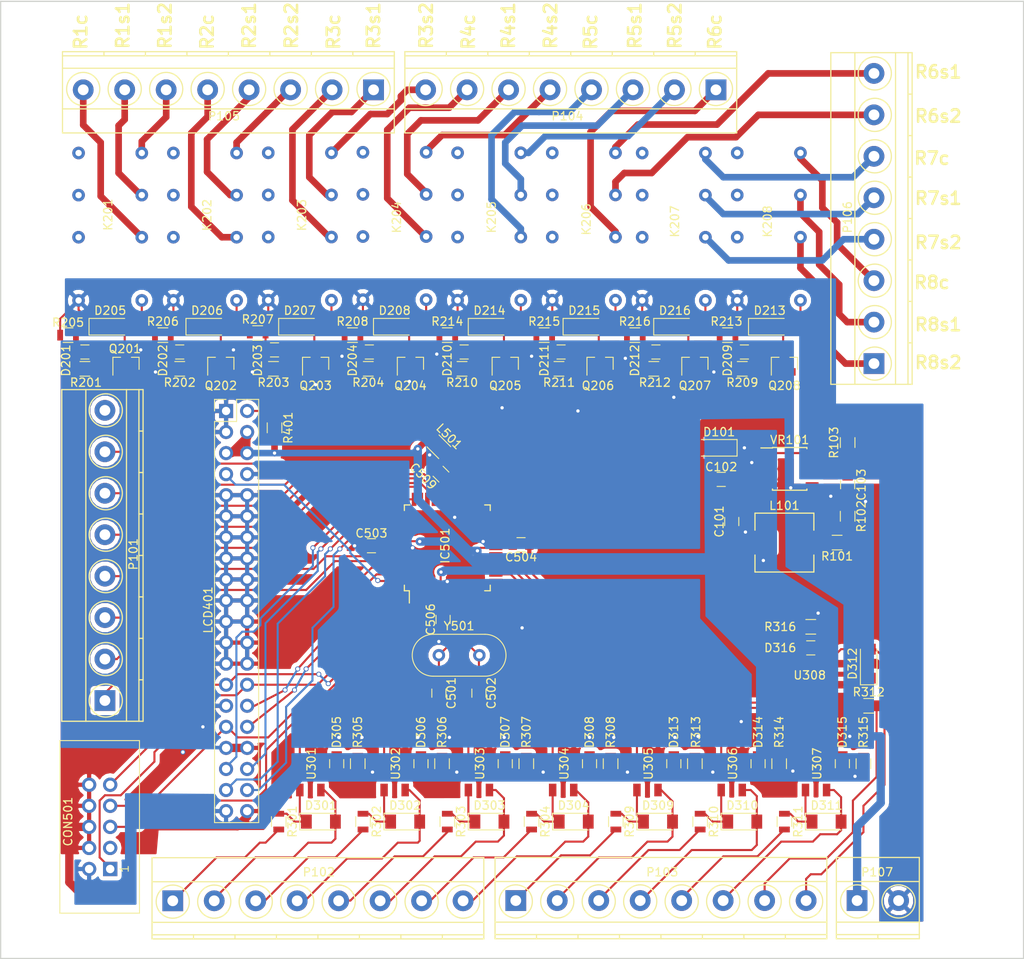
<source format=kicad_pcb>
(kicad_pcb (version 4) (host pcbnew 4.0.5)
  (layers (0 F.Cu signal) (31 B.Cu signal) (34 B.Paste user) (35 F.Paste user) (36 B.SilkS user) (37 F.SilkS user) (38 B.Mask user) (39 F.Mask user) (44 Edge.Cuts user))
  (net 0 "")
  (net 1 +3V3)
  (net 2 GND)
  (net 3 "Net-(C102-Pad2)")
  (net 4 +24V)
  (net 5 "Net-(D201-Pad2)")
  (net 6 "Net-(D202-Pad2)")
  (net 7 "Net-(D203-Pad2)")
  (net 8 "Net-(D204-Pad2)")
  (net 9 "Net-(K201-Pad13)")
  (net 10 "Net-(K201-Pad11)")
  (net 11 "Net-(K201-Pad9)")
  (net 12 "Net-(K202-Pad13)")
  (net 13 "Net-(K202-Pad11)")
  (net 14 "Net-(K202-Pad9)")
  (net 15 "Net-(K203-Pad13)")
  (net 16 "Net-(K203-Pad11)")
  (net 17 "Net-(K203-Pad9)")
  (net 18 "Net-(K204-Pad13)")
  (net 19 "Net-(K204-Pad11)")
  (net 20 "Net-(K204-Pad9)")
  (net 21 "Net-(K205-Pad13)")
  (net 22 "Net-(K205-Pad11)")
  (net 23 "Net-(K205-Pad9)")
  (net 24 "Net-(K206-Pad13)")
  (net 25 "Net-(K206-Pad11)")
  (net 26 "Net-(K206-Pad9)")
  (net 27 "Net-(L101-Pad2)")
  (net 28 "Net-(Q201-Pad3)")
  (net 29 "Net-(Q202-Pad3)")
  (net 30 "Net-(Q203-Pad3)")
  (net 31 "Net-(Q204-Pad3)")
  (net 32 "Net-(Q205-Pad3)")
  (net 33 "Net-(Q206-Pad3)")
  (net 34 "Net-(R101-Pad1)")
  (net 35 "Net-(R103-Pad2)")
  (net 36 "Net-(C501-Pad1)")
  (net 37 "Net-(C502-Pad1)")
  (net 38 /LCDTouchScreen/MOSI)
  (net 39 "Net-(CON501-Pad3)")
  (net 40 /LCDTouchScreen/SCK)
  (net 41 /LCDTouchScreen/MISO)
  (net 42 /RelayOutputs/OR1com)
  (net 43 /RelayOutputs/OR1sel1)
  (net 44 /RelayOutputs/OR1sel2)
  (net 45 /RelayOutputs/OR2com)
  (net 46 /RelayOutputs/OR2sel1)
  (net 47 /RelayOutputs/OR2sel2)
  (net 48 /RelayOutputs/OR3com)
  (net 49 /RelayOutputs/OR3sel1)
  (net 50 /RelayOutputs/OR3sel2)
  (net 51 /RelayOutputs/OR4com)
  (net 52 /RelayOutputs/OR4sel1)
  (net 53 /RelayOutputs/OR4sel2)
  (net 54 /RelayOutputs/OR5com)
  (net 55 /RelayOutputs/OR5sel1)
  (net 56 /RelayOutputs/OR5sel2)
  (net 57 /RelayOutputs/OR6com)
  (net 58 "Net-(LCD401-Pad2)")
  (net 59 /LCDTouchScreen/RST)
  (net 60 /LCDTouchScreen/WR)
  (net 61 /LCDTouchScreen/CS)
  (net 62 /Microcontroller/ADC0)
  (net 63 /Microcontroller/ADC1)
  (net 64 /Microcontroller/ADC2)
  (net 65 /Microcontroller/ADC3)
  (net 66 /RelayOutputs/O1)
  (net 67 /RelayOutputs/O2)
  (net 68 /RelayOutputs/O3)
  (net 69 /RelayOutputs/O4)
  (net 70 /RelayOutputs/O5)
  (net 71 /RelayOutputs/O6)
  (net 72 /RelayInputs/I1)
  (net 73 /RelayInputs/I2)
  (net 74 /RelayInputs/I3)
  (net 75 /RelayInputs/I4)
  (net 76 /RelayInputs/I5)
  (net 77 /RelayInputs/I6)
  (net 78 /RelayInputs/I7)
  (net 79 /RelayInputs/I8)
  (net 80 /RelayOutputs/O7)
  (net 81 /RelayOutputs/O8)
  (net 82 /RelayOutputs/OR7sel1)
  (net 83 "Net-(K207-Pad13)")
  (net 84 "Net-(K207-Pad11)")
  (net 85 "Net-(K207-Pad9)")
  (net 86 /RelayOutputs/OR8sel1)
  (net 87 "Net-(K208-Pad13)")
  (net 88 "Net-(K208-Pad11)")
  (net 89 "Net-(K208-Pad9)")
  (net 90 "Net-(Q207-Pad3)")
  (net 91 "Net-(Q208-Pad3)")
  (net 92 /OR6s1)
  (net 93 /OR6s2)
  (net 94 /OR7c)
  (net 95 /OR7s2)
  (net 96 /OR8c)
  (net 97 /OR8s2)
  (net 98 "Net-(D301-Pad1)")
  (net 99 /RelayInputs/RI1K)
  (net 100 "Net-(D302-Pad1)")
  (net 101 /RelayInputs/RI2K)
  (net 102 "Net-(D303-Pad1)")
  (net 103 /RelayInputs/RI3K)
  (net 104 "Net-(D304-Pad1)")
  (net 105 /RelayInputs/RI4K)
  (net 106 /RelayInputs/RI5K)
  (net 107 /RelayInputs/RI6K)
  (net 108 /RelayInputs/RI7K)
  (net 109 /RelayInputs/RI8K)
  (net 110 /RelayInputs/RI4A)
  (net 111 /RelayInputs/RI3A)
  (net 112 /RelayInputs/RI2A)
  (net 113 /RelayInputs/RI1A)
  (net 114 /RelayInputs/RI8A)
  (net 115 /RelayInputs/RI7A)
  (net 116 /RelayInputs/RI6A)
  (net 117 /RelayInputs/RI5A)
  (net 118 /Microcontroller/RESET)
  (net 119 /Microcontroller/ADC7)
  (net 120 /Microcontroller/ADC6)
  (net 121 /Microcontroller/ADC5)
  (net 122 /Microcontroller/ADC4)
  (net 123 /PB0)
  (net 124 /PB1)
  (net 125 /AVCC)
  (net 126 /AREF)
  (net 127 "Net-(C509-Pad2)")
  (net 128 "Net-(D201-Pad1)")
  (net 129 "Net-(D202-Pad1)")
  (net 130 "Net-(D203-Pad1)")
  (net 131 "Net-(D204-Pad1)")
  (net 132 "Net-(D209-Pad1)")
  (net 133 "Net-(D209-Pad2)")
  (net 134 "Net-(D210-Pad1)")
  (net 135 "Net-(D210-Pad2)")
  (net 136 "Net-(D211-Pad1)")
  (net 137 "Net-(D211-Pad2)")
  (net 138 "Net-(D212-Pad1)")
  (net 139 "Net-(D212-Pad2)")
  (net 140 "Net-(D305-Pad2)")
  (net 141 "Net-(D306-Pad2)")
  (net 142 "Net-(D307-Pad2)")
  (net 143 "Net-(D308-Pad2)")
  (net 144 "Net-(D309-Pad1)")
  (net 145 "Net-(D310-Pad1)")
  (net 146 "Net-(D311-Pad1)")
  (net 147 "Net-(D312-Pad1)")
  (net 148 "Net-(D313-Pad2)")
  (net 149 "Net-(D314-Pad2)")
  (net 150 "Net-(D315-Pad2)")
  (net 151 "Net-(D316-Pad2)")
  (module Capacitors_SMD:C_0805 (layer F.Cu) (at 100.838 90.17 315)
    (fp_text reference C509 (at -1.347038 1.706249 315) (layer F.SilkS))
    (fp_text value 100uF)
    (pad 1 smd rect (at -1 0 315) (size 1 1.25) (layers F.Cu F.Paste F.Mask) (net 2 GND))
    (pad 2 smd rect (at 1 0 315) (size 1 1.25) (layers F.Cu F.Paste F.Mask) (net 127 "Net-(C509-Pad2)"))
  )
  (module Meisei:Meisei-m4-24h (layer F.Cu) (at 110.460763 69.1925 180)
    (fp_text reference K205 (at 3.526763 10.0105 270) (layer F.SilkS))
    (fp_text value Meisei-m4-24h)
    (pad 1 thru_hole circle (at 0 0 180) (size 1.524 1.524) (drill 0.762) (layers *.Cu *.Mask) (net 134 "Net-(D210-Pad1)"))
    (pad 4 thru_hole circle (at 0 7.62 180) (size 1.524 1.524) (drill 0.762) (layers *.Cu *.Mask) (net 54 /RelayOutputs/OR5com))
    (pad 6 thru_hole circle (at 0 12.7 180) (size 1.524 1.524) (drill 0.762) (layers *.Cu *.Mask) (net 55 /RelayOutputs/OR5sel1))
    (pad 8 thru_hole circle (at 0 17.78 180) (size 1.524 1.524) (drill 0.762) (layers *.Cu *.Mask) (net 56 /RelayOutputs/OR5sel2))
    (pad 16 thru_hole circle (at 7.62 0 180) (size 1.524 1.524) (drill 0.762) (layers *.Cu *.Mask) (net 4 +24V))
    (pad 13 thru_hole circle (at 7.62 7.62 180) (size 1.524 1.524) (drill 0.762) (layers *.Cu *.Mask) (net 21 "Net-(K205-Pad13)"))
    (pad 11 thru_hole circle (at 7.62 12.7 180) (size 1.524 1.524) (drill 0.762) (layers *.Cu *.Mask) (net 22 "Net-(K205-Pad11)"))
    (pad 9 thru_hole circle (at 7.62 17.78 180) (size 1.524 1.524) (drill 0.762) (layers *.Cu *.Mask) (net 23 "Net-(K205-Pad9)"))
  )
  (module Capacitors_SMD:C_0805 (layer F.Cu) (at 135.89 95.885 90)
    (fp_text reference C101 (at 0 -1.5 90) (layer F.SilkS))
    (fp_text value 4uF)
    (pad 1 smd rect (at -1 0 90) (size 1 1.25) (layers F.Cu F.Paste F.Mask) (net 1 +3V3))
    (pad 2 smd rect (at 1 0 90) (size 1 1.25) (layers F.Cu F.Paste F.Mask) (net 2 GND))
  )
  (module Capacitors_SMD:C_0805 (layer F.Cu) (at 134.62 90.805)
    (fp_text reference C102 (at 0 -1.5) (layer F.SilkS))
    (fp_text value 32pF)
    (pad 1 smd rect (at -1 0) (size 1 1.25) (layers F.Cu F.Paste F.Mask) (net 2 GND))
    (pad 2 smd rect (at 1 0) (size 1 1.25) (layers F.Cu F.Paste F.Mask) (net 3 "Net-(C102-Pad2)"))
  )
  (module Capacitors_SMD:C_0805 (layer F.Cu) (at 149.86 91.44 270)
    (fp_text reference C103 (at 0 -1.651 270) (layer F.SilkS))
    (fp_text value 100uF)
    (pad 1 smd rect (at -1 0 270) (size 1 1.25) (layers F.Cu F.Paste F.Mask) (net 4 +24V))
    (pad 2 smd rect (at 1 0 270) (size 1 1.25) (layers F.Cu F.Paste F.Mask) (net 2 GND))
  )
  (module Meisei:Meisei-m4-24h (layer F.Cu) (at 64.77 69.215 180)
    (fp_text reference K201 (at 4.064 10.3378 270) (layer F.SilkS))
    (fp_text value Meisei-m4-24h)
    (pad 1 thru_hole circle (at 0 0 180) (size 1.524 1.524) (drill 0.762) (layers *.Cu *.Mask) (net 128 "Net-(D201-Pad1)"))
    (pad 4 thru_hole circle (at 0 7.62 180) (size 1.524 1.524) (drill 0.762) (layers *.Cu *.Mask) (net 42 /RelayOutputs/OR1com))
    (pad 6 thru_hole circle (at 0 12.7 180) (size 1.524 1.524) (drill 0.762) (layers *.Cu *.Mask) (net 43 /RelayOutputs/OR1sel1))
    (pad 8 thru_hole circle (at 0 17.78 180) (size 1.524 1.524) (drill 0.762) (layers *.Cu *.Mask) (net 44 /RelayOutputs/OR1sel2))
    (pad 16 thru_hole circle (at 7.62 0 180) (size 1.524 1.524) (drill 0.762) (layers *.Cu *.Mask) (net 4 +24V))
    (pad 13 thru_hole circle (at 7.62 7.62 180) (size 1.524 1.524) (drill 0.762) (layers *.Cu *.Mask) (net 9 "Net-(K201-Pad13)"))
    (pad 11 thru_hole circle (at 7.62 12.7 180) (size 1.524 1.524) (drill 0.762) (layers *.Cu *.Mask) (net 10 "Net-(K201-Pad11)"))
    (pad 9 thru_hole circle (at 7.62 17.78 180) (size 1.524 1.524) (drill 0.762) (layers *.Cu *.Mask) (net 11 "Net-(K201-Pad9)"))
  )
  (module Meisei:Meisei-m4-24h (layer F.Cu) (at 76.2 69.215 180)
    (fp_text reference K202 (at 3.556 10.287 270) (layer F.SilkS))
    (fp_text value Meisei-m4-24h)
    (pad 1 thru_hole circle (at 0 0 180) (size 1.524 1.524) (drill 0.762) (layers *.Cu *.Mask) (net 129 "Net-(D202-Pad1)"))
    (pad 4 thru_hole circle (at 0 7.62 180) (size 1.524 1.524) (drill 0.762) (layers *.Cu *.Mask) (net 45 /RelayOutputs/OR2com))
    (pad 6 thru_hole circle (at 0 12.7 180) (size 1.524 1.524) (drill 0.762) (layers *.Cu *.Mask) (net 46 /RelayOutputs/OR2sel1))
    (pad 8 thru_hole circle (at 0 17.78 180) (size 1.524 1.524) (drill 0.762) (layers *.Cu *.Mask) (net 47 /RelayOutputs/OR2sel2))
    (pad 16 thru_hole circle (at 7.62 0 180) (size 1.524 1.524) (drill 0.762) (layers *.Cu *.Mask) (net 4 +24V))
    (pad 13 thru_hole circle (at 7.62 7.62 180) (size 1.524 1.524) (drill 0.762) (layers *.Cu *.Mask) (net 12 "Net-(K202-Pad13)"))
    (pad 11 thru_hole circle (at 7.62 12.7 180) (size 1.524 1.524) (drill 0.762) (layers *.Cu *.Mask) (net 13 "Net-(K202-Pad11)"))
    (pad 9 thru_hole circle (at 7.62 17.78 180) (size 1.524 1.524) (drill 0.762) (layers *.Cu *.Mask) (net 14 "Net-(K202-Pad9)"))
  )
  (module Meisei:Meisei-m4-24h (layer F.Cu) (at 87.634763 69.1925 180)
    (fp_text reference K203 (at 3.560763 10.2645 270) (layer F.SilkS))
    (fp_text value Meisei-m4-24h)
    (pad 1 thru_hole circle (at 0 0 180) (size 1.524 1.524) (drill 0.762) (layers *.Cu *.Mask) (net 130 "Net-(D203-Pad1)"))
    (pad 4 thru_hole circle (at 0 7.62 180) (size 1.524 1.524) (drill 0.762) (layers *.Cu *.Mask) (net 48 /RelayOutputs/OR3com))
    (pad 6 thru_hole circle (at 0 12.7 180) (size 1.524 1.524) (drill 0.762) (layers *.Cu *.Mask) (net 49 /RelayOutputs/OR3sel1))
    (pad 8 thru_hole circle (at 0 17.78 180) (size 1.524 1.524) (drill 0.762) (layers *.Cu *.Mask) (net 50 /RelayOutputs/OR3sel2))
    (pad 16 thru_hole circle (at 7.62 0 180) (size 1.524 1.524) (drill 0.762) (layers *.Cu *.Mask) (net 4 +24V))
    (pad 13 thru_hole circle (at 7.62 7.62 180) (size 1.524 1.524) (drill 0.762) (layers *.Cu *.Mask) (net 15 "Net-(K203-Pad13)"))
    (pad 11 thru_hole circle (at 7.62 12.7 180) (size 1.524 1.524) (drill 0.762) (layers *.Cu *.Mask) (net 16 "Net-(K203-Pad11)"))
    (pad 9 thru_hole circle (at 7.62 17.78 180) (size 1.524 1.524) (drill 0.762) (layers *.Cu *.Mask) (net 17 "Net-(K203-Pad9)"))
  )
  (module Meisei:Meisei-m4-24h (layer F.Cu) (at 99.047763 69.129 180)
    (fp_text reference K204 (at 3.543763 9.947 270) (layer F.SilkS))
    (fp_text value Meisei-m4-24h)
    (pad 1 thru_hole circle (at 0 0 180) (size 1.524 1.524) (drill 0.762) (layers *.Cu *.Mask) (net 131 "Net-(D204-Pad1)"))
    (pad 4 thru_hole circle (at 0 7.62 180) (size 1.524 1.524) (drill 0.762) (layers *.Cu *.Mask) (net 51 /RelayOutputs/OR4com))
    (pad 6 thru_hole circle (at 0 12.7 180) (size 1.524 1.524) (drill 0.762) (layers *.Cu *.Mask) (net 52 /RelayOutputs/OR4sel1))
    (pad 8 thru_hole circle (at 0 17.78 180) (size 1.524 1.524) (drill 0.762) (layers *.Cu *.Mask) (net 53 /RelayOutputs/OR4sel2))
    (pad 16 thru_hole circle (at 7.62 0 180) (size 1.524 1.524) (drill 0.762) (layers *.Cu *.Mask) (net 4 +24V))
    (pad 13 thru_hole circle (at 7.62 7.62 180) (size 1.524 1.524) (drill 0.762) (layers *.Cu *.Mask) (net 18 "Net-(K204-Pad13)"))
    (pad 11 thru_hole circle (at 7.62 12.7 180) (size 1.524 1.524) (drill 0.762) (layers *.Cu *.Mask) (net 19 "Net-(K204-Pad11)"))
    (pad 9 thru_hole circle (at 7.62 17.78 180) (size 1.524 1.524) (drill 0.762) (layers *.Cu *.Mask) (net 20 "Net-(K204-Pad9)"))
  )
  (module Meisei:Meisei-m4-24h (layer F.Cu) (at 121.873763 69.1925 180)
    (fp_text reference K206 (at 3.509763 9.7565 270) (layer F.SilkS))
    (fp_text value Meisei-m4-24h)
    (pad 1 thru_hole circle (at 0 0 180) (size 1.524 1.524) (drill 0.762) (layers *.Cu *.Mask) (net 136 "Net-(D211-Pad1)"))
    (pad 4 thru_hole circle (at 0 7.62 180) (size 1.524 1.524) (drill 0.762) (layers *.Cu *.Mask) (net 57 /RelayOutputs/OR6com))
    (pad 6 thru_hole circle (at 0 12.7 180) (size 1.524 1.524) (drill 0.762) (layers *.Cu *.Mask) (net 92 /OR6s1))
    (pad 8 thru_hole circle (at 0 17.78 180) (size 1.524 1.524) (drill 0.762) (layers *.Cu *.Mask) (net 93 /OR6s2))
    (pad 16 thru_hole circle (at 7.62 0 180) (size 1.524 1.524) (drill 0.762) (layers *.Cu *.Mask) (net 4 +24V))
    (pad 13 thru_hole circle (at 7.62 7.62 180) (size 1.524 1.524) (drill 0.762) (layers *.Cu *.Mask) (net 24 "Net-(K206-Pad13)"))
    (pad 11 thru_hole circle (at 7.62 12.7 180) (size 1.524 1.524) (drill 0.762) (layers *.Cu *.Mask) (net 25 "Net-(K206-Pad11)"))
    (pad 9 thru_hole circle (at 7.62 17.78 180) (size 1.524 1.524) (drill 0.762) (layers *.Cu *.Mask) (net 26 "Net-(K206-Pad9)"))
  )
  (module MMBT3904:MMBT3904 (layer F.Cu) (at 62.865 76.835 90)
    (fp_text reference Q201 (at 1.778 -0.127 180) (layer F.SilkS))
    (fp_text value Q_NPN_BCE)
    (pad 3 smd rect (at -1 -0.95 90) (size 0.9 0.8) (layers F.Cu F.Paste F.Mask) (net 28 "Net-(Q201-Pad3)"))
    (pad 1 smd rect (at -1 0.95 90) (size 0.9 0.8) (layers F.Cu F.Paste F.Mask) (net 2 GND))
    (pad 2 smd rect (at 1 0 90) (size 0.9 0.8) (layers F.Cu F.Paste F.Mask) (net 128 "Net-(D201-Pad1)"))
  )
  (module MMBT3904:MMBT3904 (layer F.Cu) (at 74.295 76.835 90)
    (fp_text reference Q202 (at -2.667 0 180) (layer F.SilkS))
    (fp_text value Q_NPN_BCE)
    (pad 3 smd rect (at -1 -0.95 90) (size 0.9 0.8) (layers F.Cu F.Paste F.Mask) (net 29 "Net-(Q202-Pad3)"))
    (pad 1 smd rect (at -1 0.95 90) (size 0.9 0.8) (layers F.Cu F.Paste F.Mask) (net 2 GND))
    (pad 2 smd rect (at 1 0 90) (size 0.9 0.8) (layers F.Cu F.Paste F.Mask) (net 129 "Net-(D202-Pad1)"))
  )
  (module MMBT3904:MMBT3904 (layer F.Cu) (at 85.725 76.835 90)
    (fp_text reference Q203 (at -2.667 0 180) (layer F.SilkS))
    (fp_text value Q_NPN_BCE)
    (pad 3 smd rect (at -1 -0.95 90) (size 0.9 0.8) (layers F.Cu F.Paste F.Mask) (net 30 "Net-(Q203-Pad3)"))
    (pad 1 smd rect (at -1 0.95 90) (size 0.9 0.8) (layers F.Cu F.Paste F.Mask) (net 2 GND))
    (pad 2 smd rect (at 1 0 90) (size 0.9 0.8) (layers F.Cu F.Paste F.Mask) (net 130 "Net-(D203-Pad1)"))
  )
  (module MMBT3904:MMBT3904 (layer F.Cu) (at 97.155 76.835 90)
    (fp_text reference Q204 (at -2.667 0 180) (layer F.SilkS))
    (fp_text value Q_NPN_BCE)
    (pad 3 smd rect (at -1 -0.95 90) (size 0.9 0.8) (layers F.Cu F.Paste F.Mask) (net 31 "Net-(Q204-Pad3)"))
    (pad 1 smd rect (at -1 0.95 90) (size 0.9 0.8) (layers F.Cu F.Paste F.Mask) (net 2 GND))
    (pad 2 smd rect (at 1 0 90) (size 0.9 0.8) (layers F.Cu F.Paste F.Mask) (net 131 "Net-(D204-Pad1)"))
  )
  (module MMBT3904:MMBT3904 (layer F.Cu) (at 108.585 76.835 90)
    (fp_text reference Q205 (at -2.667 0 180) (layer F.SilkS))
    (fp_text value Q_NPN_BCE)
    (pad 3 smd rect (at -1 -0.95 90) (size 0.9 0.8) (layers F.Cu F.Paste F.Mask) (net 32 "Net-(Q205-Pad3)"))
    (pad 1 smd rect (at -1 0.95 90) (size 0.9 0.8) (layers F.Cu F.Paste F.Mask) (net 2 GND))
    (pad 2 smd rect (at 1 0 90) (size 0.9 0.8) (layers F.Cu F.Paste F.Mask) (net 134 "Net-(D210-Pad1)"))
  )
  (module MMBT3904:MMBT3904 (layer F.Cu) (at 120.015 76.835 90)
    (fp_text reference Q206 (at -2.667 -0.254 180) (layer F.SilkS))
    (fp_text value Q_NPN_BCE)
    (pad 3 smd rect (at -1 -0.95 90) (size 0.9 0.8) (layers F.Cu F.Paste F.Mask) (net 33 "Net-(Q206-Pad3)"))
    (pad 1 smd rect (at -1 0.95 90) (size 0.9 0.8) (layers F.Cu F.Paste F.Mask) (net 2 GND))
    (pad 2 smd rect (at 1 0 90) (size 0.9 0.8) (layers F.Cu F.Paste F.Mask) (net 136 "Net-(D211-Pad1)"))
  )
  (module Resistors_SMD:R_0805 (layer F.Cu) (at 148.59 98.425 180)
    (fp_text reference R101 (at 0 -1.65 180) (layer F.SilkS))
    (fp_text value 18kR)
    (pad 1 smd rect (at -0.95 0 180) (size 0.7 1.3) (layers F.Cu F.Paste F.Mask) (net 34 "Net-(R101-Pad1)"))
    (pad 2 smd rect (at 0.95 0 180) (size 0.7 1.3) (layers F.Cu F.Paste F.Mask) (net 27 "Net-(L101-Pad2)"))
  )
  (module Resistors_SMD:R_0805 (layer F.Cu) (at 149.86 95.25 270)
    (fp_text reference R102 (at 0 -1.65 270) (layer F.SilkS))
    (fp_text value 11kR)
    (pad 1 smd rect (at -0.95 0 270) (size 0.7 1.3) (layers F.Cu F.Paste F.Mask) (net 2 GND))
    (pad 2 smd rect (at 0.95 0 270) (size 0.7 1.3) (layers F.Cu F.Paste F.Mask) (net 34 "Net-(R101-Pad1)"))
  )
  (module Resistors_SMD:R_0805 (layer F.Cu) (at 149.86 86.36 90)
    (fp_text reference R103 (at 0 -1.65 90) (layer F.SilkS))
    (fp_text value 1.5R)
    (pad 1 smd rect (at -0.95 0 90) (size 0.7 1.3) (layers F.Cu F.Paste F.Mask) (net 4 +24V))
    (pad 2 smd rect (at 0.95 0 90) (size 0.7 1.3) (layers F.Cu F.Paste F.Mask) (net 35 "Net-(R103-Pad2)"))
  )
  (module Resistors_SMD:R_0805 (layer F.Cu) (at 57.912 77.47)
    (fp_text reference R201 (at 0.127 1.651) (layer F.SilkS))
    (fp_text value 10kR)
    (pad 1 smd rect (at -0.95 0) (size 0.7 1.3) (layers F.Cu F.Paste F.Mask) (net 66 /RelayOutputs/O1))
    (pad 2 smd rect (at 0.95 0) (size 0.7 1.3) (layers F.Cu F.Paste F.Mask) (net 28 "Net-(Q201-Pad3)"))
  )
  (module Resistors_SMD:R_0805 (layer F.Cu) (at 69.342 77.47)
    (fp_text reference R202 (at 0 1.651) (layer F.SilkS))
    (fp_text value 10kR)
    (pad 1 smd rect (at -0.95 0) (size 0.7 1.3) (layers F.Cu F.Paste F.Mask) (net 67 /RelayOutputs/O2))
    (pad 2 smd rect (at 0.95 0) (size 0.7 1.3) (layers F.Cu F.Paste F.Mask) (net 29 "Net-(Q202-Pad3)"))
  )
  (module Resistors_SMD:R_0805 (layer F.Cu) (at 80.645 77.47 180)
    (fp_text reference R203 (at 0 -1.65 180) (layer F.SilkS))
    (fp_text value 10kR)
    (pad 1 smd rect (at -0.95 0 180) (size 0.7 1.3) (layers F.Cu F.Paste F.Mask) (net 30 "Net-(Q203-Pad3)"))
    (pad 2 smd rect (at 0.95 0 180) (size 0.7 1.3) (layers F.Cu F.Paste F.Mask) (net 68 /RelayOutputs/O3))
  )
  (module Resistors_SMD:R_0805 (layer F.Cu) (at 92.075 77.47 180)
    (fp_text reference R204 (at 0 -1.65 180) (layer F.SilkS))
    (fp_text value 10kR)
    (pad 1 smd rect (at -0.95 0 180) (size 0.7 1.3) (layers F.Cu F.Paste F.Mask) (net 31 "Net-(Q204-Pad3)"))
    (pad 2 smd rect (at 0.95 0 180) (size 0.7 1.3) (layers F.Cu F.Paste F.Mask) (net 69 /RelayOutputs/O4))
  )
  (module Resistors_SMD:R_0805 (layer F.Cu) (at 55.88 73.406 180)
    (fp_text reference R205 (at 0 1.524 180) (layer F.SilkS))
    (fp_text value 10kR)
    (pad 1 smd rect (at -0.95 0 180) (size 0.7 1.3) (layers F.Cu F.Paste F.Mask) (net 5 "Net-(D201-Pad2)"))
    (pad 2 smd rect (at 0.95 0 180) (size 0.7 1.3) (layers F.Cu F.Paste F.Mask) (net 4 +24V))
  )
  (module Resistors_SMD:R_0805 (layer F.Cu) (at 67.31 73.406 180)
    (fp_text reference R206 (at 0 1.651 180) (layer F.SilkS))
    (fp_text value 10kR)
    (pad 1 smd rect (at -0.95 0 180) (size 0.7 1.3) (layers F.Cu F.Paste F.Mask) (net 6 "Net-(D202-Pad2)"))
    (pad 2 smd rect (at 0.95 0 180) (size 0.7 1.3) (layers F.Cu F.Paste F.Mask) (net 4 +24V))
  )
  (module Capacitors_SMD:C_0805 (layer F.Cu) (at 100.584 116.586 270)
    (fp_text reference C501 (at 0 -1.5 270) (layer F.SilkS))
    (fp_text value C)
    (pad 1 smd rect (at -1 0 270) (size 1 1.25) (layers F.Cu F.Paste F.Mask) (net 36 "Net-(C501-Pad1)"))
    (pad 2 smd rect (at 1 0 270) (size 1 1.25) (layers F.Cu F.Paste F.Mask) (net 2 GND))
  )
  (module Capacitors_SMD:C_0805 (layer F.Cu) (at 105.41 116.586 270)
    (fp_text reference C502 (at 0 -1.5 270) (layer F.SilkS))
    (fp_text value C)
    (pad 1 smd rect (at -1 0 270) (size 1 1.25) (layers F.Cu F.Paste F.Mask) (net 37 "Net-(C502-Pad1)"))
    (pad 2 smd rect (at 1 0 270) (size 1 1.25) (layers F.Cu F.Paste F.Mask) (net 2 GND))
  )
  (module Connectors:IDC_Header_Straight_10pins (layer F.Cu) (at 60.96 137.795 90)
    (fp_text reference CON501 (at 5.715 -5.08 90) (layer F.SilkS))
    (fp_text value AVR-ISP-10)
    (fp_text user 1 (at 0.02 1.72 90) (layer F.SilkS) (effects (font (thickness 0.12))))
    (pad 1 thru_hole rect (at 0 0 90) (size 1.7272 1.7272) (drill 1.016) (layers *.Cu *.Mask) (net 38 /LCDTouchScreen/MOSI))
    (pad 2 thru_hole oval (at 0 -2.54 90) (size 1.7272 1.7272) (drill 1.016) (layers *.Cu *.Mask) (net 1 +3V3))
    (pad 3 thru_hole oval (at 2.54 0 90) (size 1.7272 1.7272) (drill 1.016) (layers *.Cu *.Mask) (net 39 "Net-(CON501-Pad3)"))
    (pad 4 thru_hole oval (at 2.54 -2.54 90) (size 1.7272 1.7272) (drill 1.016) (layers *.Cu *.Mask) (net 2 GND))
    (pad 5 thru_hole oval (at 5.08 0 90) (size 1.7272 1.7272) (drill 1.016) (layers *.Cu *.Mask) (net 118 /Microcontroller/RESET))
    (pad 6 thru_hole oval (at 5.08 -2.54 90) (size 1.7272 1.7272) (drill 1.016) (layers *.Cu *.Mask) (net 2 GND))
    (pad 7 thru_hole oval (at 7.62 0 90) (size 1.7272 1.7272) (drill 1.016) (layers *.Cu *.Mask) (net 40 /LCDTouchScreen/SCK))
    (pad 8 thru_hole oval (at 7.62 -2.54 90) (size 1.7272 1.7272) (drill 1.016) (layers *.Cu *.Mask) (net 2 GND))
    (pad 9 thru_hole oval (at 10.16 0 90) (size 1.7272 1.7272) (drill 1.016) (layers *.Cu *.Mask) (net 41 /LCDTouchScreen/MISO))
    (pad 10 thru_hole oval (at 10.16 -2.54 90) (size 1.7272 1.7272) (drill 1.016) (layers *.Cu *.Mask) (net 2 GND))
  )
  (module Pin_Headers:Pin_Header_Straight_2x20_Pitch2.54mm (layer F.Cu) (at 74.93 82.55)
    (fp_text reference LCD401 (at -2.159 24.003 90) (layer F.SilkS))
    (fp_text value tft-proto-mi0283qt-9a)
    (pad 1 thru_hole rect (at 0 0) (size 1.7 1.7) (drill 1) (layers *.Cu *.Mask) (net 2 GND))
    (pad 2 thru_hole oval (at 2.54 0) (size 1.7 1.7) (drill 1) (layers *.Cu *.Mask) (net 58 "Net-(LCD401-Pad2)"))
    (pad 3 thru_hole oval (at 0 2.54) (size 1.7 1.7) (drill 1) (layers *.Cu *.Mask) (net 2 GND))
    (pad 4 thru_hole oval (at 2.54 2.54) (size 1.7 1.7) (drill 1) (layers *.Cu *.Mask) (net 1 +3V3))
    (pad 5 thru_hole oval (at 0 5.08) (size 1.7 1.7) (drill 1) (layers *.Cu *.Mask) (net 1 +3V3))
    (pad 6 thru_hole oval (at 2.54 5.08) (size 1.7 1.7) (drill 1) (layers *.Cu *.Mask) (net 1 +3V3))
    (pad 7 thru_hole oval (at 0 7.62) (size 1.7 1.7) (drill 1) (layers *.Cu *.Mask) (net 59 /LCDTouchScreen/RST))
    (pad 8 thru_hole oval (at 2.54 7.62) (size 1.7 1.7) (drill 1) (layers *.Cu *.Mask) (net 2 GND))
    (pad 9 thru_hole oval (at 0 10.16) (size 1.7 1.7) (drill 1) (layers *.Cu *.Mask) (net 2 GND))
    (pad 10 thru_hole oval (at 2.54 10.16) (size 1.7 1.7) (drill 1) (layers *.Cu *.Mask) (net 2 GND))
    (pad 11 thru_hole oval (at 0 12.7) (size 1.7 1.7) (drill 1) (layers *.Cu *.Mask) (net 2 GND))
    (pad 12 thru_hole oval (at 2.54 12.7) (size 1.7 1.7) (drill 1) (layers *.Cu *.Mask) (net 2 GND))
    (pad 13 thru_hole oval (at 0 15.24) (size 1.7 1.7) (drill 1) (layers *.Cu *.Mask) (net 2 GND))
    (pad 14 thru_hole oval (at 2.54 15.24) (size 1.7 1.7) (drill 1) (layers *.Cu *.Mask) (net 2 GND))
    (pad 15 thru_hole oval (at 0 17.78) (size 1.7 1.7) (drill 1) (layers *.Cu *.Mask) (net 2 GND))
    (pad 16 thru_hole oval (at 2.54 17.78) (size 1.7 1.7) (drill 1) (layers *.Cu *.Mask) (net 2 GND))
    (pad 17 thru_hole oval (at 0 20.32) (size 1.7 1.7) (drill 1) (layers *.Cu *.Mask) (net 2 GND))
    (pad 18 thru_hole oval (at 2.54 20.32) (size 1.7 1.7) (drill 1) (layers *.Cu *.Mask) (net 2 GND))
    (pad 19 thru_hole oval (at 0 22.86) (size 1.7 1.7) (drill 1) (layers *.Cu *.Mask) (net 2 GND))
    (pad 20 thru_hole oval (at 2.54 22.86) (size 1.7 1.7) (drill 1) (layers *.Cu *.Mask) (net 2 GND))
    (pad 21 thru_hole oval (at 0 25.4) (size 1.7 1.7) (drill 1) (layers *.Cu *.Mask) (net 2 GND))
    (pad 22 thru_hole oval (at 2.54 25.4) (size 1.7 1.7) (drill 1) (layers *.Cu *.Mask) (net 2 GND))
    (pad 23 thru_hole oval (at 0 27.94) (size 1.7 1.7) (drill 1) (layers *.Cu *.Mask) (net 2 GND))
    (pad 24 thru_hole oval (at 2.54 27.94) (size 1.7 1.7) (drill 1) (layers *.Cu *.Mask) (net 2 GND))
    (pad 25 thru_hole oval (at 0 30.48) (size 1.7 1.7) (drill 1) (layers *.Cu *.Mask) (net 2 GND))
    (pad 26 thru_hole oval (at 2.54 30.48) (size 1.7 1.7) (drill 1) (layers *.Cu *.Mask) (net 2 GND))
    (pad 27 thru_hole oval (at 0 33.02) (size 1.7 1.7) (drill 1) (layers *.Cu *.Mask) (net 41 /LCDTouchScreen/MISO))
    (pad 28 thru_hole oval (at 2.54 33.02) (size 1.7 1.7) (drill 1) (layers *.Cu *.Mask) (net 38 /LCDTouchScreen/MOSI))
    (pad 29 thru_hole oval (at 0 35.56) (size 1.7 1.7) (drill 1) (layers *.Cu *.Mask) (net 2 GND))
    (pad 30 thru_hole oval (at 2.54 35.56) (size 1.7 1.7) (drill 1) (layers *.Cu *.Mask) (net 60 /LCDTouchScreen/WR))
    (pad 31 thru_hole oval (at 0 38.1) (size 1.7 1.7) (drill 1) (layers *.Cu *.Mask) (net 40 /LCDTouchScreen/SCK))
    (pad 32 thru_hole oval (at 2.54 38.1) (size 1.7 1.7) (drill 1) (layers *.Cu *.Mask) (net 61 /LCDTouchScreen/CS))
    (pad 33 thru_hole oval (at 0 40.64) (size 1.7 1.7) (drill 1) (layers *.Cu *.Mask) (net 2 GND))
    (pad 34 thru_hole oval (at 2.54 40.64) (size 1.7 1.7) (drill 1) (layers *.Cu *.Mask) (net 2 GND))
    (pad 35 thru_hole oval (at 0 43.18) (size 1.7 1.7) (drill 1) (layers *.Cu *.Mask) (net 62 /Microcontroller/ADC0))
    (pad 36 thru_hole oval (at 2.54 43.18) (size 1.7 1.7) (drill 1) (layers *.Cu *.Mask) (net 63 /Microcontroller/ADC1))
    (pad 37 thru_hole oval (at 0 45.72) (size 1.7 1.7) (drill 1) (layers *.Cu *.Mask) (net 64 /Microcontroller/ADC2))
    (pad 38 thru_hole oval (at 2.54 45.72) (size 1.7 1.7) (drill 1) (layers *.Cu *.Mask) (net 65 /Microcontroller/ADC3))
    (pad 39 thru_hole oval (at 0 48.26) (size 1.7 1.7) (drill 1) (layers *.Cu *.Mask) (net 1 +3V3))
    (pad 40 thru_hole oval (at 2.54 48.26) (size 1.7 1.7) (drill 1) (layers *.Cu *.Mask) (net 2 GND))
  )
  (module Resistors_SMD:R_0805 (layer F.Cu) (at 80.772 84.582 270)
    (fp_text reference R401 (at 0 -1.65 270) (layer F.SilkS))
    (fp_text value 100R)
    (pad 1 smd rect (at -0.95 0 270) (size 0.7 1.3) (layers F.Cu F.Paste F.Mask) (net 58 "Net-(LCD401-Pad2)"))
    (pad 2 smd rect (at 0.95 0 270) (size 0.7 1.3) (layers F.Cu F.Paste F.Mask) (net 1 +3V3))
  )
  (module Crystals:Crystal_HC49-U_Vertical (layer F.Cu) (at 100.584 112.014)
    (fp_text reference Y501 (at 2.44 -3.525) (layer F.SilkS))
    (fp_text value Crystal)
    (pad 1 thru_hole circle (at 0 0) (size 1.5 1.5) (drill 0.8) (layers *.Cu *.Mask) (net 36 "Net-(C501-Pad1)"))
    (pad 2 thru_hole circle (at 4.88 0) (size 1.5 1.5) (drill 0.8) (layers *.Cu *.Mask) (net 37 "Net-(C502-Pad1)"))
  )
  (module Housings_QFP:LQFP-44_10x10mm_Pitch0.8mm (layer F.Cu) (at 101.6 99.06 90)
    (fp_text reference IC501 (at 0.254 -0.254 90) (layer F.SilkS))
    (fp_text value ATMEGA644-A)
    (pad 1 smd rect (at -5.85 -4 90) (size 1.6 0.56) (layers F.Cu F.Paste F.Mask) (net 38 /LCDTouchScreen/MOSI))
    (pad 2 smd rect (at -5.85 -3.2 90) (size 1.6 0.56) (layers F.Cu F.Paste F.Mask) (net 41 /LCDTouchScreen/MISO))
    (pad 3 smd rect (at -5.85 -2.4 90) (size 1.6 0.56) (layers F.Cu F.Paste F.Mask) (net 40 /LCDTouchScreen/SCK))
    (pad 4 smd rect (at -5.85 -1.6 90) (size 1.6 0.56) (layers F.Cu F.Paste F.Mask) (net 118 /Microcontroller/RESET))
    (pad 5 smd rect (at -5.85 -0.8 90) (size 1.6 0.56) (layers F.Cu F.Paste F.Mask) (net 1 +3V3))
    (pad 6 smd rect (at -5.85 0 90) (size 1.6 0.56) (layers F.Cu F.Paste F.Mask) (net 2 GND))
    (pad 7 smd rect (at -5.85 0.8 90) (size 1.6 0.56) (layers F.Cu F.Paste F.Mask) (net 36 "Net-(C501-Pad1)"))
    (pad 8 smd rect (at -5.85 1.6 90) (size 1.6 0.56) (layers F.Cu F.Paste F.Mask) (net 37 "Net-(C502-Pad1)"))
    (pad 9 smd rect (at -5.85 2.4 90) (size 1.6 0.56) (layers F.Cu F.Paste F.Mask) (net 72 /RelayInputs/I1))
    (pad 10 smd rect (at -5.85 3.2 90) (size 1.6 0.56) (layers F.Cu F.Paste F.Mask) (net 73 /RelayInputs/I2))
    (pad 11 smd rect (at -5.85 4 90) (size 1.6 0.56) (layers F.Cu F.Paste F.Mask) (net 74 /RelayInputs/I3))
    (pad 12 smd rect (at -4 5.85 180) (size 1.6 0.56) (layers F.Cu F.Paste F.Mask) (net 75 /RelayInputs/I4))
    (pad 13 smd rect (at -3.2 5.85 180) (size 1.6 0.56) (layers F.Cu F.Paste F.Mask) (net 76 /RelayInputs/I5))
    (pad 14 smd rect (at -2.4 5.85 180) (size 1.6 0.56) (layers F.Cu F.Paste F.Mask) (net 77 /RelayInputs/I6))
    (pad 15 smd rect (at -1.6 5.85 180) (size 1.6 0.56) (layers F.Cu F.Paste F.Mask) (net 78 /RelayInputs/I7))
    (pad 16 smd rect (at -0.8 5.85 180) (size 1.6 0.56) (layers F.Cu F.Paste F.Mask) (net 79 /RelayInputs/I8))
    (pad 17 smd rect (at 0 5.85 180) (size 1.6 0.56) (layers F.Cu F.Paste F.Mask) (net 1 +3V3))
    (pad 18 smd rect (at 0.8 5.85 180) (size 1.6 0.56) (layers F.Cu F.Paste F.Mask) (net 2 GND))
    (pad 19 smd rect (at 1.6 5.85 180) (size 1.6 0.56) (layers F.Cu F.Paste F.Mask) (net 81 /RelayOutputs/O8))
    (pad 20 smd rect (at 2.4 5.85 180) (size 1.6 0.56) (layers F.Cu F.Paste F.Mask) (net 80 /RelayOutputs/O7))
    (pad 21 smd rect (at 3.2 5.85 180) (size 1.6 0.56) (layers F.Cu F.Paste F.Mask) (net 71 /RelayOutputs/O6))
    (pad 22 smd rect (at 4 5.85 180) (size 1.6 0.56) (layers F.Cu F.Paste F.Mask) (net 70 /RelayOutputs/O5))
    (pad 23 smd rect (at 5.85 4 90) (size 1.6 0.56) (layers F.Cu F.Paste F.Mask) (net 69 /RelayOutputs/O4))
    (pad 24 smd rect (at 5.85 3.2 90) (size 1.6 0.56) (layers F.Cu F.Paste F.Mask) (net 68 /RelayOutputs/O3))
    (pad 25 smd rect (at 5.85 2.4 90) (size 1.6 0.56) (layers F.Cu F.Paste F.Mask) (net 67 /RelayOutputs/O2))
    (pad 26 smd rect (at 5.85 1.6 90) (size 1.6 0.56) (layers F.Cu F.Paste F.Mask) (net 66 /RelayOutputs/O1))
    (pad 27 smd rect (at 5.85 0.8 90) (size 1.6 0.56) (layers F.Cu F.Paste F.Mask) (net 127 "Net-(C509-Pad2)"))
    (pad 28 smd rect (at 5.85 0 90) (size 1.6 0.56) (layers F.Cu F.Paste F.Mask) (net 2 GND))
    (pad 29 smd rect (at 5.85 -0.8 90) (size 1.6 0.56) (layers F.Cu F.Paste F.Mask) (net 126 /AREF))
    (pad 30 smd rect (at 5.85 -1.6 90) (size 1.6 0.56) (layers F.Cu F.Paste F.Mask) (net 119 /Microcontroller/ADC7))
    (pad 31 smd rect (at 5.85 -2.4 90) (size 1.6 0.56) (layers F.Cu F.Paste F.Mask) (net 120 /Microcontroller/ADC6))
    (pad 32 smd rect (at 5.85 -3.2 90) (size 1.6 0.56) (layers F.Cu F.Paste F.Mask) (net 121 /Microcontroller/ADC5))
    (pad 33 smd rect (at 5.85 -4 90) (size 1.6 0.56) (layers F.Cu F.Paste F.Mask) (net 122 /Microcontroller/ADC4))
    (pad 34 smd rect (at 4 -5.85 180) (size 1.6 0.56) (layers F.Cu F.Paste F.Mask) (net 62 /Microcontroller/ADC0))
    (pad 35 smd rect (at 3.2 -5.85 180) (size 1.6 0.56) (layers F.Cu F.Paste F.Mask) (net 63 /Microcontroller/ADC1))
    (pad 36 smd rect (at 2.4 -5.85 180) (size 1.6 0.56) (layers F.Cu F.Paste F.Mask) (net 64 /Microcontroller/ADC2))
    (pad 37 smd rect (at 1.6 -5.85 180) (size 1.6 0.56) (layers F.Cu F.Paste F.Mask) (net 65 /Microcontroller/ADC3))
    (pad 38 smd rect (at 0.8 -5.85 180) (size 1.6 0.56) (layers F.Cu F.Paste F.Mask) (net 1 +3V3))
    (pad 39 smd rect (at 0 -5.85 180) (size 1.6 0.56) (layers F.Cu F.Paste F.Mask) (net 2 GND))
    (pad 40 smd rect (at -0.8 -5.85 180) (size 1.6 0.56) (layers F.Cu F.Paste F.Mask) (net 123 /PB0))
    (pad 41 smd rect (at -1.6 -5.85 180) (size 1.6 0.56) (layers F.Cu F.Paste F.Mask) (net 124 /PB1))
    (pad 42 smd rect (at -2.4 -5.85 180) (size 1.6 0.56) (layers F.Cu F.Paste F.Mask) (net 60 /LCDTouchScreen/WR))
    (pad 43 smd rect (at -3.2 -5.85 180) (size 1.6 0.56) (layers F.Cu F.Paste F.Mask) (net 61 /LCDTouchScreen/CS))
    (pad 44 smd rect (at -4 -5.85 180) (size 1.6 0.56) (layers F.Cu F.Paste F.Mask) (net 59 /LCDTouchScreen/RST))
  )
  (module Diodes_SMD:D_MiniMELF_Standard (layer F.Cu) (at 83.82 72.39)
    (fp_text reference D207 (at 0 -1.95) (layer F.SilkS))
    (fp_text value D)
    (pad 1 smd rect (at -1.75 0) (size 1.3 1.7) (layers F.Cu F.Paste F.Mask) (net 4 +24V))
    (pad 2 smd rect (at 1.75 0) (size 1.3 1.7) (layers F.Cu F.Paste F.Mask) (net 130 "Net-(D203-Pad1)"))
  )
  (module Diodes_SMD:D_MiniMELF_Standard (layer F.Cu) (at 95.25 72.39)
    (fp_text reference D208 (at 0 -1.95) (layer F.SilkS))
    (fp_text value D)
    (pad 1 smd rect (at -1.75 0) (size 1.3 1.7) (layers F.Cu F.Paste F.Mask) (net 4 +24V))
    (pad 2 smd rect (at 1.75 0) (size 1.3 1.7) (layers F.Cu F.Paste F.Mask) (net 131 "Net-(D204-Pad1)"))
  )
  (module Meisei:Meisei-m4-24h (layer F.Cu) (at 132.715 69.215 180)
    (fp_text reference K207 (at 3.683 9.525 270) (layer F.SilkS))
    (fp_text value Meisei-m4-24h)
    (pad 1 thru_hole circle (at 0 0 180) (size 1.524 1.524) (drill 0.762) (layers *.Cu *.Mask) (net 138 "Net-(D212-Pad1)"))
    (pad 4 thru_hole circle (at 0 7.62 180) (size 1.524 1.524) (drill 0.762) (layers *.Cu *.Mask) (net 94 /OR7c))
    (pad 6 thru_hole circle (at 0 12.7 180) (size 1.524 1.524) (drill 0.762) (layers *.Cu *.Mask) (net 82 /RelayOutputs/OR7sel1))
    (pad 8 thru_hole circle (at 0 17.78 180) (size 1.524 1.524) (drill 0.762) (layers *.Cu *.Mask) (net 95 /OR7s2))
    (pad 16 thru_hole circle (at 7.62 0 180) (size 1.524 1.524) (drill 0.762) (layers *.Cu *.Mask) (net 4 +24V))
    (pad 13 thru_hole circle (at 7.62 7.62 180) (size 1.524 1.524) (drill 0.762) (layers *.Cu *.Mask) (net 83 "Net-(K207-Pad13)"))
    (pad 11 thru_hole circle (at 7.62 12.7 180) (size 1.524 1.524) (drill 0.762) (layers *.Cu *.Mask) (net 84 "Net-(K207-Pad11)"))
    (pad 9 thru_hole circle (at 7.62 17.78 180) (size 1.524 1.524) (drill 0.762) (layers *.Cu *.Mask) (net 85 "Net-(K207-Pad9)"))
  )
  (module Meisei:Meisei-m4-24h (layer F.Cu) (at 144.171262 69.204001 180)
    (fp_text reference K208 (at 3.963262 9.514001 270) (layer F.SilkS))
    (fp_text value Meisei-m4-24h)
    (pad 1 thru_hole circle (at 0 0 180) (size 1.524 1.524) (drill 0.762) (layers *.Cu *.Mask) (net 132 "Net-(D209-Pad1)"))
    (pad 4 thru_hole circle (at 0 7.62 180) (size 1.524 1.524) (drill 0.762) (layers *.Cu *.Mask) (net 96 /OR8c))
    (pad 6 thru_hole circle (at 0 12.7 180) (size 1.524 1.524) (drill 0.762) (layers *.Cu *.Mask) (net 86 /RelayOutputs/OR8sel1))
    (pad 8 thru_hole circle (at 0 17.78 180) (size 1.524 1.524) (drill 0.762) (layers *.Cu *.Mask) (net 97 /OR8s2))
    (pad 16 thru_hole circle (at 7.62 0 180) (size 1.524 1.524) (drill 0.762) (layers *.Cu *.Mask) (net 4 +24V))
    (pad 13 thru_hole circle (at 7.62 7.62 180) (size 1.524 1.524) (drill 0.762) (layers *.Cu *.Mask) (net 87 "Net-(K208-Pad13)"))
    (pad 11 thru_hole circle (at 7.62 12.7 180) (size 1.524 1.524) (drill 0.762) (layers *.Cu *.Mask) (net 88 "Net-(K208-Pad11)"))
    (pad 9 thru_hole circle (at 7.62 17.78 180) (size 1.524 1.524) (drill 0.762) (layers *.Cu *.Mask) (net 89 "Net-(K208-Pad9)"))
  )
  (module MMBT3904:MMBT3904 (layer F.Cu) (at 131.445 76.835 90)
    (fp_text reference Q207 (at -2.667 0 180) (layer F.SilkS))
    (fp_text value Q_NPN_BCE)
    (pad 3 smd rect (at -1 -0.95 90) (size 0.9 0.8) (layers F.Cu F.Paste F.Mask) (net 90 "Net-(Q207-Pad3)"))
    (pad 1 smd rect (at -1 0.95 90) (size 0.9 0.8) (layers F.Cu F.Paste F.Mask) (net 2 GND))
    (pad 2 smd rect (at 1 0 90) (size 0.9 0.8) (layers F.Cu F.Paste F.Mask) (net 138 "Net-(D212-Pad1)"))
  )
  (module MMBT3904:MMBT3904 (layer F.Cu) (at 142.24 76.835 90)
    (fp_text reference Q208 (at -2.667 0 360) (layer F.SilkS))
    (fp_text value Q_NPN_BCE)
    (pad 3 smd rect (at -1 -0.95 90) (size 0.9 0.8) (layers F.Cu F.Paste F.Mask) (net 91 "Net-(Q208-Pad3)"))
    (pad 1 smd rect (at -1 0.95 90) (size 0.9 0.8) (layers F.Cu F.Paste F.Mask) (net 2 GND))
    (pad 2 smd rect (at 1 0 90) (size 0.9 0.8) (layers F.Cu F.Paste F.Mask) (net 132 "Net-(D209-Pad1)"))
  )
  (module Resistors_SMD:R_0805 (layer F.Cu) (at 78.74 73.152 180)
    (fp_text reference R207 (at 0 1.651 180) (layer F.SilkS))
    (fp_text value 10kR)
    (pad 1 smd rect (at -0.95 0 180) (size 0.7 1.3) (layers F.Cu F.Paste F.Mask) (net 7 "Net-(D203-Pad2)"))
    (pad 2 smd rect (at 0.95 0 180) (size 0.7 1.3) (layers F.Cu F.Paste F.Mask) (net 4 +24V))
  )
  (module Resistors_SMD:R_0805 (layer F.Cu) (at 90.17 73.406 180)
    (fp_text reference R208 (at 0 1.651 180) (layer F.SilkS))
    (fp_text value 10kR)
    (pad 1 smd rect (at -0.95 0 180) (size 0.7 1.3) (layers F.Cu F.Paste F.Mask) (net 8 "Net-(D204-Pad2)"))
    (pad 2 smd rect (at 0.95 0 180) (size 0.7 1.3) (layers F.Cu F.Paste F.Mask) (net 4 +24V))
  )
  (module Diodes_SMD:D_MiniMELF_Standard (layer F.Cu) (at 133.985 86.995 180)
    (fp_text reference D101 (at -0.381 1.905 180) (layer F.SilkS))
    (fp_text value D_Schottky)
    (pad 1 smd rect (at -1.75 0 180) (size 1.3 1.7) (layers F.Cu F.Paste F.Mask) (net 1 +3V3))
    (pad 2 smd rect (at 1.75 0 180) (size 1.3 1.7) (layers F.Cu F.Paste F.Mask) (net 2 GND))
  )
  (module Diodes_SMD:D_MiniMELF_Standard (layer F.Cu) (at 60.96 72.39)
    (fp_text reference D205 (at 0 -1.95) (layer F.SilkS))
    (fp_text value D)
    (pad 1 smd rect (at -1.75 0) (size 1.3 1.7) (layers F.Cu F.Paste F.Mask) (net 4 +24V))
    (pad 2 smd rect (at 1.75 0) (size 1.3 1.7) (layers F.Cu F.Paste F.Mask) (net 128 "Net-(D201-Pad1)"))
  )
  (module Diodes_SMD:D_MiniMELF_Standard (layer F.Cu) (at 72.644 72.39)
    (fp_text reference D206 (at 0 -1.95) (layer F.SilkS))
    (fp_text value D)
    (pad 1 smd rect (at -1.75 0) (size 1.3 1.7) (layers F.Cu F.Paste F.Mask) (net 4 +24V))
    (pad 2 smd rect (at 1.75 0) (size 1.3 1.7) (layers F.Cu F.Paste F.Mask) (net 129 "Net-(D202-Pad1)"))
  )
  (module Inductors:Inductor_Wurth_HCI-7050 (layer F.Cu) (at 142.24 98.425)
    (fp_text reference L101 (at 0 -4.45) (layer F.SilkS))
    (fp_text value 260mH)
    (pad 1 smd rect (at -2.55 0) (size 2.7 2.2) (layers F.Cu F.Paste F.Mask) (net 1 +3V3))
    (pad 2 smd rect (at 2.55 0) (size 2.7 2.2) (layers F.Cu F.Paste F.Mask) (net 27 "Net-(L101-Pad2)"))
  )
  (module Connectors_Terminal_Blocks:TerminalBlock_Pheonix_MKDS1.5-8pol (layer F.Cu) (at 68.5038 141.6304)
    (fp_text reference P102 (at 17.6022 -3.4544) (layer F.SilkS))
    (fp_text value CONN_01X08)
    (pad 8 thru_hole circle (at 35 0) (size 2.5 2.5) (drill 1.3) (layers *.Cu *.Mask) (net 105 /RelayInputs/RI4K))
    (pad 7 thru_hole circle (at 30 0) (size 2.5 2.5) (drill 1.3) (layers *.Cu *.Mask) (net 110 /RelayInputs/RI4A))
    (pad 6 thru_hole circle (at 25 0) (size 2.5 2.5) (drill 1.3) (layers *.Cu *.Mask) (net 103 /RelayInputs/RI3K))
    (pad 5 thru_hole circle (at 20 0) (size 2.5 2.5) (drill 1.3) (layers *.Cu *.Mask) (net 111 /RelayInputs/RI3A))
    (pad 4 thru_hole circle (at 15 0) (size 2.5 2.5) (drill 1.3) (layers *.Cu *.Mask) (net 101 /RelayInputs/RI2K))
    (pad 3 thru_hole circle (at 10 0) (size 2.5 2.5) (drill 1.3) (layers *.Cu *.Mask) (net 112 /RelayInputs/RI2A))
    (pad 1 thru_hole rect (at 0 0) (size 2.5 2.5) (drill 1.3) (layers *.Cu *.Mask) (net 113 /RelayInputs/RI1A))
    (pad 2 thru_hole circle (at 5 0) (size 2.5 2.5) (drill 1.3) (layers *.Cu *.Mask) (net 99 /RelayInputs/RI1K))
  )
  (module Connectors_Terminal_Blocks:TerminalBlock_Pheonix_MKDS1.5-8pol (layer F.Cu) (at 109.855 141.605)
    (fp_text reference P103 (at 17.653 -3.429) (layer F.SilkS))
    (fp_text value CONN_01X08)
    (pad 8 thru_hole circle (at 35 0) (size 2.5 2.5) (drill 1.3) (layers *.Cu *.Mask) (net 109 /RelayInputs/RI8K))
    (pad 7 thru_hole circle (at 30 0) (size 2.5 2.5) (drill 1.3) (layers *.Cu *.Mask) (net 114 /RelayInputs/RI8A))
    (pad 6 thru_hole circle (at 25 0) (size 2.5 2.5) (drill 1.3) (layers *.Cu *.Mask) (net 108 /RelayInputs/RI7K))
    (pad 5 thru_hole circle (at 20 0) (size 2.5 2.5) (drill 1.3) (layers *.Cu *.Mask) (net 115 /RelayInputs/RI7A))
    (pad 4 thru_hole circle (at 15 0) (size 2.5 2.5) (drill 1.3) (layers *.Cu *.Mask) (net 107 /RelayInputs/RI6K))
    (pad 3 thru_hole circle (at 10 0) (size 2.5 2.5) (drill 1.3) (layers *.Cu *.Mask) (net 116 /RelayInputs/RI6A))
    (pad 1 thru_hole rect (at 0 0) (size 2.5 2.5) (drill 1.3) (layers *.Cu *.Mask) (net 117 /RelayInputs/RI5A))
    (pad 2 thru_hole circle (at 5 0) (size 2.5 2.5) (drill 1.3) (layers *.Cu *.Mask) (net 106 /RelayInputs/RI5K))
  )
  (module Connectors_Terminal_Blocks:TerminalBlock_Pheonix_MKDS1.5-8pol (layer F.Cu) (at 133.985 43.815 180)
    (fp_text reference P104 (at 17.907 -3.175 180) (layer F.SilkS))
    (fp_text value CONN_01X08)
    (pad 8 thru_hole circle (at 35 0 180) (size 2.5 2.5) (drill 1.3) (layers *.Cu *.Mask) (net 50 /RelayOutputs/OR3sel2))
    (pad 7 thru_hole circle (at 30 0 180) (size 2.5 2.5) (drill 1.3) (layers *.Cu *.Mask) (net 51 /RelayOutputs/OR4com))
    (pad 6 thru_hole circle (at 25 0 180) (size 2.5 2.5) (drill 1.3) (layers *.Cu *.Mask) (net 52 /RelayOutputs/OR4sel1))
    (pad 5 thru_hole circle (at 20 0 180) (size 2.5 2.5) (drill 1.3) (layers *.Cu *.Mask) (net 53 /RelayOutputs/OR4sel2))
    (pad 4 thru_hole circle (at 15 0 180) (size 2.5 2.5) (drill 1.3) (layers *.Cu *.Mask) (net 54 /RelayOutputs/OR5com))
    (pad 3 thru_hole circle (at 10 0 180) (size 2.5 2.5) (drill 1.3) (layers *.Cu *.Mask) (net 55 /RelayOutputs/OR5sel1))
    (pad 1 thru_hole rect (at 0 0 180) (size 2.5 2.5) (drill 1.3) (layers *.Cu *.Mask) (net 57 /RelayOutputs/OR6com))
    (pad 2 thru_hole circle (at 5 0 180) (size 2.5 2.5) (drill 1.3) (layers *.Cu *.Mask) (net 56 /RelayOutputs/OR5sel2))
  )
  (module Connectors_Terminal_Blocks:TerminalBlock_Pheonix_MKDS1.5-8pol (layer F.Cu) (at 60.325 117.475 90)
    (fp_text reference P101 (at 17.653 3.429 90) (layer F.SilkS))
    (fp_text value CONN_01X08)
    (pad 8 thru_hole circle (at 35 0 90) (size 2.5 2.5) (drill 1.3) (layers *.Cu *.Mask) (net 125 /AVCC))
    (pad 7 thru_hole circle (at 30 0 90) (size 2.5 2.5) (drill 1.3) (layers *.Cu *.Mask) (net 126 /AREF))
    (pad 6 thru_hole circle (at 25 0 90) (size 2.5 2.5) (drill 1.3) (layers *.Cu *.Mask) (net 119 /Microcontroller/ADC7))
    (pad 5 thru_hole circle (at 20 0 90) (size 2.5 2.5) (drill 1.3) (layers *.Cu *.Mask) (net 120 /Microcontroller/ADC6))
    (pad 4 thru_hole circle (at 15 0 90) (size 2.5 2.5) (drill 1.3) (layers *.Cu *.Mask) (net 121 /Microcontroller/ADC5))
    (pad 3 thru_hole circle (at 10 0 90) (size 2.5 2.5) (drill 1.3) (layers *.Cu *.Mask) (net 122 /Microcontroller/ADC4))
    (pad 1 thru_hole rect (at 0 0 90) (size 2.5 2.5) (drill 1.3) (layers *.Cu *.Mask) (net 124 /PB1))
    (pad 2 thru_hole circle (at 5 0 90) (size 2.5 2.5) (drill 1.3) (layers *.Cu *.Mask) (net 123 /PB0))
  )
  (module Housings_SOIC:SOIC-8_3.9x4.9mm_Pitch1.27mm (layer F.Cu) (at 142.875 89.535)
    (fp_text reference VR101 (at 0 -3.5) (layer F.SilkS))
    (fp_text value MC34063A)
    (pad 1 smd rect (at -2.7 -1.905) (size 1.55 0.6) (layers F.Cu F.Paste F.Mask) (net 35 "Net-(R103-Pad2)"))
    (pad 2 smd rect (at -2.7 -0.635) (size 1.55 0.6) (layers F.Cu F.Paste F.Mask) (net 1 +3V3))
    (pad 3 smd rect (at -2.7 0.635) (size 1.55 0.6) (layers F.Cu F.Paste F.Mask) (net 3 "Net-(C102-Pad2)"))
    (pad 4 smd rect (at -2.7 1.905) (size 1.55 0.6) (layers F.Cu F.Paste F.Mask) (net 2 GND))
    (pad 5 smd rect (at 2.7 1.905) (size 1.55 0.6) (layers F.Cu F.Paste F.Mask) (net 34 "Net-(R101-Pad1)"))
    (pad 6 smd rect (at 2.7 0.635) (size 1.55 0.6) (layers F.Cu F.Paste F.Mask) (net 4 +24V))
    (pad 7 smd rect (at 2.7 -0.635) (size 1.55 0.6) (layers F.Cu F.Paste F.Mask) (net 35 "Net-(R103-Pad2)"))
    (pad 8 smd rect (at 2.7 -1.905) (size 1.55 0.6) (layers F.Cu F.Paste F.Mask) (net 35 "Net-(R103-Pad2)"))
  )
  (module Diodes_SMD:D_MiniMELF_Standard (layer F.Cu) (at 86.36 132.08)
    (fp_text reference D301 (at 0 -1.95) (layer F.SilkS))
    (fp_text value D)
    (pad 1 smd rect (at -1.75 0) (size 1.3 1.7) (layers F.Cu F.Paste F.Mask) (net 98 "Net-(D301-Pad1)"))
    (pad 2 smd rect (at 1.75 0) (size 1.3 1.7) (layers F.Cu F.Paste F.Mask) (net 99 /RelayInputs/RI1K))
  )
  (module Diodes_SMD:D_MiniMELF_Standard (layer F.Cu) (at 96.52 132.08)
    (fp_text reference D302 (at 0 -1.95) (layer F.SilkS))
    (fp_text value D)
    (pad 1 smd rect (at -1.75 0) (size 1.3 1.7) (layers F.Cu F.Paste F.Mask) (net 100 "Net-(D302-Pad1)"))
    (pad 2 smd rect (at 1.75 0) (size 1.3 1.7) (layers F.Cu F.Paste F.Mask) (net 101 /RelayInputs/RI2K))
  )
  (module Diodes_SMD:D_MiniMELF_Standard (layer F.Cu) (at 106.68 132.08)
    (fp_text reference D303 (at 0 -1.95) (layer F.SilkS))
    (fp_text value D)
    (pad 1 smd rect (at -1.75 0) (size 1.3 1.7) (layers F.Cu F.Paste F.Mask) (net 102 "Net-(D303-Pad1)"))
    (pad 2 smd rect (at 1.75 0) (size 1.3 1.7) (layers F.Cu F.Paste F.Mask) (net 103 /RelayInputs/RI3K))
  )
  (module Diodes_SMD:D_MiniMELF_Standard (layer F.Cu) (at 116.84 132.08)
    (fp_text reference D304 (at 0 -1.95) (layer F.SilkS))
    (fp_text value D)
    (pad 1 smd rect (at -1.75 0) (size 1.3 1.7) (layers F.Cu F.Paste F.Mask) (net 104 "Net-(D304-Pad1)"))
    (pad 2 smd rect (at 1.75 0) (size 1.3 1.7) (layers F.Cu F.Paste F.Mask) (net 105 /RelayInputs/RI4K))
  )
  (module Connectors_Terminal_Blocks:TerminalBlock_Pheonix_MKDS1.5-8pol (layer F.Cu) (at 92.71 43.815 180)
    (fp_text reference P105 (at 18.034 -3.175 180) (layer F.SilkS))
    (fp_text value CONN_01X08)
    (pad 8 thru_hole circle (at 35 0 180) (size 2.5 2.5) (drill 1.3) (layers *.Cu *.Mask) (net 42 /RelayOutputs/OR1com))
    (pad 7 thru_hole circle (at 30 0 180) (size 2.5 2.5) (drill 1.3) (layers *.Cu *.Mask) (net 43 /RelayOutputs/OR1sel1))
    (pad 6 thru_hole circle (at 25 0 180) (size 2.5 2.5) (drill 1.3) (layers *.Cu *.Mask) (net 44 /RelayOutputs/OR1sel2))
    (pad 5 thru_hole circle (at 20 0 180) (size 2.5 2.5) (drill 1.3) (layers *.Cu *.Mask) (net 45 /RelayOutputs/OR2com))
    (pad 4 thru_hole circle (at 15 0 180) (size 2.5 2.5) (drill 1.3) (layers *.Cu *.Mask) (net 46 /RelayOutputs/OR2sel1))
    (pad 3 thru_hole circle (at 10 0 180) (size 2.5 2.5) (drill 1.3) (layers *.Cu *.Mask) (net 47 /RelayOutputs/OR2sel2))
    (pad 1 thru_hole rect (at 0 0 180) (size 2.5 2.5) (drill 1.3) (layers *.Cu *.Mask) (net 49 /RelayOutputs/OR3sel1))
    (pad 2 thru_hole circle (at 5 0 180) (size 2.5 2.5) (drill 1.3) (layers *.Cu *.Mask) (net 48 /RelayOutputs/OR3com))
  )
  (module Resistors_SMD:R_0805 (layer F.Cu) (at 81.28 132.08 270)
    (fp_text reference R301 (at 0 -1.65 270) (layer F.SilkS))
    (fp_text value 2kR)
    (pad 1 smd rect (at -0.95 0 270) (size 0.7 1.3) (layers F.Cu F.Paste F.Mask) (net 98 "Net-(D301-Pad1)"))
    (pad 2 smd rect (at 0.95 0 270) (size 0.7 1.3) (layers F.Cu F.Paste F.Mask) (net 113 /RelayInputs/RI1A))
  )
  (module Resistors_SMD:R_0805 (layer F.Cu) (at 91.44 132.08 270)
    (fp_text reference R302 (at 0 -1.65 270) (layer F.SilkS))
    (fp_text value 2kR)
    (pad 1 smd rect (at -0.95 0 270) (size 0.7 1.3) (layers F.Cu F.Paste F.Mask) (net 100 "Net-(D302-Pad1)"))
    (pad 2 smd rect (at 0.95 0 270) (size 0.7 1.3) (layers F.Cu F.Paste F.Mask) (net 112 /RelayInputs/RI2A))
  )
  (module Resistors_SMD:R_0805 (layer F.Cu) (at 101.6 132.08 270)
    (fp_text reference R303 (at 0 -1.65 270) (layer F.SilkS))
    (fp_text value 2kR)
    (pad 1 smd rect (at -0.95 0 270) (size 0.7 1.3) (layers F.Cu F.Paste F.Mask) (net 102 "Net-(D303-Pad1)"))
    (pad 2 smd rect (at 0.95 0 270) (size 0.7 1.3) (layers F.Cu F.Paste F.Mask) (net 111 /RelayInputs/RI3A))
  )
  (module Resistors_SMD:R_0805 (layer F.Cu) (at 111.76 132.08 270)
    (fp_text reference R304 (at 0 -1.65 270) (layer F.SilkS))
    (fp_text value 2kR)
    (pad 1 smd rect (at -0.95 0 270) (size 0.7 1.3) (layers F.Cu F.Paste F.Mask) (net 104 "Net-(D304-Pad1)"))
    (pad 2 smd rect (at 0.95 0 270) (size 0.7 1.3) (layers F.Cu F.Paste F.Mask) (net 110 /RelayInputs/RI4A))
  )
  (module Resistors_SMD:R_0805 (layer F.Cu) (at 90.805 125.095 90)
    (fp_text reference R305 (at 3.81 0 90) (layer F.SilkS))
    (fp_text value 1kR)
    (pad 1 smd rect (at -0.95 0 90) (size 0.7 1.3) (layers F.Cu F.Paste F.Mask) (net 1 +3V3))
    (pad 2 smd rect (at 0.95 0 90) (size 0.7 1.3) (layers F.Cu F.Paste F.Mask) (net 140 "Net-(D305-Pad2)"))
  )
  (module Resistors_SMD:R_0805 (layer F.Cu) (at 100.965 125.095 90)
    (fp_text reference R306 (at 3.81 0 90) (layer F.SilkS))
    (fp_text value 1kR)
    (pad 1 smd rect (at -0.95 0 90) (size 0.7 1.3) (layers F.Cu F.Paste F.Mask) (net 1 +3V3))
    (pad 2 smd rect (at 0.95 0 90) (size 0.7 1.3) (layers F.Cu F.Paste F.Mask) (net 141 "Net-(D306-Pad2)"))
  )
  (module Resistors_SMD:R_0805 (layer F.Cu) (at 111.125 125.095 90)
    (fp_text reference R307 (at 3.81 0 90) (layer F.SilkS))
    (fp_text value 1kR)
    (pad 1 smd rect (at -0.95 0 90) (size 0.7 1.3) (layers F.Cu F.Paste F.Mask) (net 1 +3V3))
    (pad 2 smd rect (at 0.95 0 90) (size 0.7 1.3) (layers F.Cu F.Paste F.Mask) (net 142 "Net-(D307-Pad2)"))
  )
  (module Resistors_SMD:R_0805 (layer F.Cu) (at 121.285 125.095 90)
    (fp_text reference R308 (at 3.81 0 90) (layer F.SilkS))
    (fp_text value 1kR)
    (pad 1 smd rect (at -0.95 0 90) (size 0.7 1.3) (layers F.Cu F.Paste F.Mask) (net 1 +3V3))
    (pad 2 smd rect (at 0.95 0 90) (size 0.7 1.3) (layers F.Cu F.Paste F.Mask) (net 143 "Net-(D308-Pad2)"))
  )
  (module OptoSOP:OptoSOP (layer F.Cu) (at 83.82 128.27 90)
    (fp_text reference U301 (at 3.175 1.397 90) (layer F.SilkS))
    (fp_text value LTV-817)
    (pad 1 smd rect (at 0 0 90) (size 1.524 0.9) (layers F.Cu F.Paste F.Mask) (net 98 "Net-(D301-Pad1)"))
    (pad 2 smd rect (at 0 2.54 90) (size 1.524 0.9) (layers F.Cu F.Paste F.Mask) (net 99 /RelayInputs/RI1K))
    (pad 3 smd rect (at 6.35 2.54 90) (size 1.524 0.9) (layers F.Cu F.Paste F.Mask) (net 2 GND))
    (pad 4 smd rect (at 6.35 0 90) (size 1.524 0.9) (layers F.Cu F.Paste F.Mask) (net 72 /RelayInputs/I1))
  )
  (module OptoSOP:OptoSOP (layer F.Cu) (at 93.98 128.27 90)
    (fp_text reference U302 (at 3.175 1.397 90) (layer F.SilkS))
    (fp_text value LTV-817)
    (pad 1 smd rect (at 0 0 90) (size 1.524 0.9) (layers F.Cu F.Paste F.Mask) (net 100 "Net-(D302-Pad1)"))
    (pad 2 smd rect (at 0 2.54 90) (size 1.524 0.9) (layers F.Cu F.Paste F.Mask) (net 101 /RelayInputs/RI2K))
    (pad 3 smd rect (at 6.35 2.54 90) (size 1.524 0.9) (layers F.Cu F.Paste F.Mask) (net 2 GND))
    (pad 4 smd rect (at 6.35 0 90) (size 1.524 0.9) (layers F.Cu F.Paste F.Mask) (net 73 /RelayInputs/I2))
  )
  (module OptoSOP:OptoSOP (layer F.Cu) (at 104.14 128.27 90)
    (fp_text reference U303 (at 3.175 1.397 90) (layer F.SilkS))
    (fp_text value LTV-817)
    (pad 1 smd rect (at 0 0 90) (size 1.524 0.9) (layers F.Cu F.Paste F.Mask) (net 102 "Net-(D303-Pad1)"))
    (pad 2 smd rect (at 0 2.54 90) (size 1.524 0.9) (layers F.Cu F.Paste F.Mask) (net 103 /RelayInputs/RI3K))
    (pad 3 smd rect (at 6.35 2.54 90) (size 1.524 0.9) (layers F.Cu F.Paste F.Mask) (net 2 GND))
    (pad 4 smd rect (at 6.35 0 90) (size 1.524 0.9) (layers F.Cu F.Paste F.Mask) (net 74 /RelayInputs/I3))
  )
  (module OptoSOP:OptoSOP (layer F.Cu) (at 114.3 128.27 90)
    (fp_text reference U304 (at 3.175 1.397 90) (layer F.SilkS))
    (fp_text value LTV-817)
    (pad 1 smd rect (at 0 0 90) (size 1.524 0.9) (layers F.Cu F.Paste F.Mask) (net 104 "Net-(D304-Pad1)"))
    (pad 2 smd rect (at 0 2.54 90) (size 1.524 0.9) (layers F.Cu F.Paste F.Mask) (net 105 /RelayInputs/RI4K))
    (pad 3 smd rect (at 6.35 2.54 90) (size 1.524 0.9) (layers F.Cu F.Paste F.Mask) (net 2 GND))
    (pad 4 smd rect (at 6.35 0 90) (size 1.524 0.9) (layers F.Cu F.Paste F.Mask) (net 75 /RelayInputs/I4))
  )
  (module OptoSOP:OptoSOP (layer F.Cu) (at 124.46 128.27 90)
    (fp_text reference U305 (at 3.175 1.397 90) (layer F.SilkS))
    (fp_text value LTV-817)
    (pad 1 smd rect (at 0 0 90) (size 1.524 0.9) (layers F.Cu F.Paste F.Mask) (net 144 "Net-(D309-Pad1)"))
    (pad 2 smd rect (at 0 2.54 90) (size 1.524 0.9) (layers F.Cu F.Paste F.Mask) (net 106 /RelayInputs/RI5K))
    (pad 3 smd rect (at 6.35 2.54 90) (size 1.524 0.9) (layers F.Cu F.Paste F.Mask) (net 2 GND))
    (pad 4 smd rect (at 6.35 0 90) (size 1.524 0.9) (layers F.Cu F.Paste F.Mask) (net 76 /RelayInputs/I5))
  )
  (module OptoSOP:OptoSOP (layer F.Cu) (at 134.62 128.27 90)
    (fp_text reference U306 (at 3.175 1.397 90) (layer F.SilkS))
    (fp_text value LTV-817)
    (pad 1 smd rect (at 0 0 90) (size 1.524 0.9) (layers F.Cu F.Paste F.Mask) (net 145 "Net-(D310-Pad1)"))
    (pad 2 smd rect (at 0 2.54 90) (size 1.524 0.9) (layers F.Cu F.Paste F.Mask) (net 107 /RelayInputs/RI6K))
    (pad 3 smd rect (at 6.35 2.54 90) (size 1.524 0.9) (layers F.Cu F.Paste F.Mask) (net 2 GND))
    (pad 4 smd rect (at 6.35 0 90) (size 1.524 0.9) (layers F.Cu F.Paste F.Mask) (net 77 /RelayInputs/I6))
  )
  (module OptoSOP:OptoSOP (layer F.Cu) (at 144.78 128.27 90)
    (fp_text reference U307 (at 3.175 1.397 90) (layer F.SilkS))
    (fp_text value LTV-817)
    (pad 1 smd rect (at 0 0 90) (size 1.524 0.9) (layers F.Cu F.Paste F.Mask) (net 146 "Net-(D311-Pad1)"))
    (pad 2 smd rect (at 0 2.54 90) (size 1.524 0.9) (layers F.Cu F.Paste F.Mask) (net 108 /RelayInputs/RI7K))
    (pad 3 smd rect (at 6.35 2.54 90) (size 1.524 0.9) (layers F.Cu F.Paste F.Mask) (net 2 GND))
    (pad 4 smd rect (at 6.35 0 90) (size 1.524 0.9) (layers F.Cu F.Paste F.Mask) (net 78 /RelayInputs/I7))
  )
  (module OptoSOP:OptoSOP (layer F.Cu) (at 148.59 115.57 180)
    (fp_text reference U308 (at 3.302 1.143 180) (layer F.SilkS))
    (fp_text value LTV-817)
    (pad 1 smd rect (at 0 0 180) (size 1.524 0.9) (layers F.Cu F.Paste F.Mask) (net 147 "Net-(D312-Pad1)"))
    (pad 2 smd rect (at 0 2.54 180) (size 1.524 0.9) (layers F.Cu F.Paste F.Mask) (net 109 /RelayInputs/RI8K))
    (pad 3 smd rect (at 6.35 2.54 180) (size 1.524 0.9) (layers F.Cu F.Paste F.Mask) (net 2 GND))
    (pad 4 smd rect (at 6.35 0 180) (size 1.524 0.9) (layers F.Cu F.Paste F.Mask) (net 79 /RelayInputs/I8))
  )
  (module Connectors_Terminal_Blocks:TerminalBlock_Pheonix_MKDS1.5-8pol (layer F.Cu) (at 153.035 76.835 90)
    (fp_text reference P106 (at 17.653 -3.175 90) (layer F.SilkS))
    (fp_text value CONN_01X08)
    (pad 8 thru_hole circle (at 35 0 90) (size 2.5 2.5) (drill 1.3) (layers *.Cu *.Mask) (net 93 /OR6s2))
    (pad 7 thru_hole circle (at 30 0 90) (size 2.5 2.5) (drill 1.3) (layers *.Cu *.Mask) (net 92 /OR6s1))
    (pad 6 thru_hole circle (at 25 0 90) (size 2.5 2.5) (drill 1.3) (layers *.Cu *.Mask) (net 95 /OR7s2))
    (pad 5 thru_hole circle (at 20 0 90) (size 2.5 2.5) (drill 1.3) (layers *.Cu *.Mask) (net 82 /RelayOutputs/OR7sel1))
    (pad 4 thru_hole circle (at 15 0 90) (size 2.5 2.5) (drill 1.3) (layers *.Cu *.Mask) (net 94 /OR7c))
    (pad 3 thru_hole circle (at 10 0 90) (size 2.5 2.5) (drill 1.3) (layers *.Cu *.Mask) (net 97 /OR8s2))
    (pad 1 thru_hole rect (at 0 0 90) (size 2.5 2.5) (drill 1.3) (layers *.Cu *.Mask) (net 96 /OR8c))
    (pad 2 thru_hole circle (at 5 0 90) (size 2.5 2.5) (drill 1.3) (layers *.Cu *.Mask) (net 86 /RelayOutputs/OR8sel1))
  )
  (module Connectors_Terminal_Blocks:TerminalBlock_Pheonix_MKDS1.5-2pol (layer F.Cu) (at 151.003 141.605)
    (fp_text reference P107 (at 2.413 -3.429) (layer F.SilkS))
    (fp_text value CONN_01X02)
    (pad 1 thru_hole rect (at 0 0) (size 2.5 2.5) (drill 1.3) (layers *.Cu *.Mask) (net 2 GND))
    (pad 2 thru_hole circle (at 5 0) (size 2.5 2.5) (drill 1.3) (layers *.Cu *.Mask) (net 4 +24V))
  )
  (module Capacitors_SMD:C_0805 (layer F.Cu) (at 92.456 98.806)
    (fp_text reference C503 (at 0 -1.5) (layer F.SilkS))
    (fp_text value 100uF)
    (pad 1 smd rect (at -1 0) (size 1 1.25) (layers F.Cu F.Paste F.Mask) (net 2 GND))
    (pad 2 smd rect (at 1 0) (size 1 1.25) (layers F.Cu F.Paste F.Mask) (net 1 +3V3))
  )
  (module Capacitors_SMD:C_0805 (layer F.Cu) (at 110.49 98.679 180)
    (fp_text reference C504 (at 0 -1.5 180) (layer F.SilkS))
    (fp_text value 100uF)
    (pad 1 smd rect (at -1 0 180) (size 1 1.25) (layers F.Cu F.Paste F.Mask) (net 2 GND))
    (pad 2 smd rect (at 1 0 180) (size 1 1.25) (layers F.Cu F.Paste F.Mask) (net 1 +3V3))
  )
  (module Capacitors_SMD:C_0805 (layer F.Cu) (at 101.092 107.696 90)
    (fp_text reference C506 (at 0 -1.5 90) (layer F.SilkS))
    (fp_text value 100uF)
    (pad 1 smd rect (at -1 0 90) (size 1 1.25) (layers F.Cu F.Paste F.Mask) (net 2 GND))
    (pad 2 smd rect (at 1 0 90) (size 1 1.25) (layers F.Cu F.Paste F.Mask) (net 1 +3V3))
  )
  (module Capacitors_SMD:C_0805 (layer F.Cu) (at 137.414 75.438 180)
    (fp_text reference D209 (at 2.032 -1.016 270) (layer F.SilkS))
    (fp_text value LED)
    (pad 1 smd rect (at -1 0 180) (size 1 1.25) (layers F.Cu F.Paste F.Mask) (net 132 "Net-(D209-Pad1)"))
    (pad 2 smd rect (at 1 0 180) (size 1 1.25) (layers F.Cu F.Paste F.Mask) (net 133 "Net-(D209-Pad2)"))
  )
  (module Capacitors_SMD:C_0805 (layer F.Cu) (at 103.632 75.438 180)
    (fp_text reference D210 (at 2.032 -1.016 270) (layer F.SilkS))
    (fp_text value LED)
    (pad 1 smd rect (at -1 0 180) (size 1 1.25) (layers F.Cu F.Paste F.Mask) (net 134 "Net-(D210-Pad1)"))
    (pad 2 smd rect (at 1 0 180) (size 1 1.25) (layers F.Cu F.Paste F.Mask) (net 135 "Net-(D210-Pad2)"))
  )
  (module Capacitors_SMD:C_0805 (layer F.Cu) (at 115.316 75.438 180)
    (fp_text reference D211 (at 2.032 -1.016 270) (layer F.SilkS))
    (fp_text value LED)
    (pad 1 smd rect (at -1 0 180) (size 1 1.25) (layers F.Cu F.Paste F.Mask) (net 136 "Net-(D211-Pad1)"))
    (pad 2 smd rect (at 1 0 180) (size 1 1.25) (layers F.Cu F.Paste F.Mask) (net 137 "Net-(D211-Pad2)"))
  )
  (module Capacitors_SMD:C_0805 (layer F.Cu) (at 126.746 75.438 180)
    (fp_text reference D212 (at 2.54 -1.016 270) (layer F.SilkS))
    (fp_text value LED)
    (pad 1 smd rect (at -1 0 180) (size 1 1.25) (layers F.Cu F.Paste F.Mask) (net 138 "Net-(D212-Pad1)"))
    (pad 2 smd rect (at 1 0 180) (size 1 1.25) (layers F.Cu F.Paste F.Mask) (net 139 "Net-(D212-Pad2)"))
  )
  (module Diodes_SMD:D_MiniMELF_Standard (layer F.Cu) (at 140.462 72.39)
    (fp_text reference D213 (at 0 -1.95) (layer F.SilkS))
    (fp_text value D)
    (pad 1 smd rect (at -1.75 0) (size 1.3 1.7) (layers F.Cu F.Paste F.Mask) (net 4 +24V))
    (pad 2 smd rect (at 1.75 0) (size 1.3 1.7) (layers F.Cu F.Paste F.Mask) (net 132 "Net-(D209-Pad1)"))
  )
  (module Diodes_SMD:D_MiniMELF_Standard (layer F.Cu) (at 106.68 72.39)
    (fp_text reference D214 (at 0 -1.95) (layer F.SilkS))
    (fp_text value D)
    (pad 1 smd rect (at -1.75 0) (size 1.3 1.7) (layers F.Cu F.Paste F.Mask) (net 4 +24V))
    (pad 2 smd rect (at 1.75 0) (size 1.3 1.7) (layers F.Cu F.Paste F.Mask) (net 134 "Net-(D210-Pad1)"))
  )
  (module Diodes_SMD:D_MiniMELF_Standard (layer F.Cu) (at 118.11 72.39)
    (fp_text reference D215 (at 0 -1.95) (layer F.SilkS))
    (fp_text value D)
    (pad 1 smd rect (at -1.75 0) (size 1.3 1.7) (layers F.Cu F.Paste F.Mask) (net 4 +24V))
    (pad 2 smd rect (at 1.75 0) (size 1.3 1.7) (layers F.Cu F.Paste F.Mask) (net 136 "Net-(D211-Pad1)"))
  )
  (module Diodes_SMD:D_MiniMELF_Standard (layer F.Cu) (at 129.032 72.39)
    (fp_text reference D216 (at 0 -1.95) (layer F.SilkS))
    (fp_text value D)
    (pad 1 smd rect (at -1.75 0) (size 1.3 1.7) (layers F.Cu F.Paste F.Mask) (net 4 +24V))
    (pad 2 smd rect (at 1.75 0) (size 1.3 1.7) (layers F.Cu F.Paste F.Mask) (net 138 "Net-(D212-Pad1)"))
  )
  (module Diodes_SMD:D_MiniMELF_Standard (layer F.Cu) (at 127 132.08)
    (fp_text reference D309 (at 0 -1.95) (layer F.SilkS))
    (fp_text value D)
    (pad 1 smd rect (at -1.75 0) (size 1.3 1.7) (layers F.Cu F.Paste F.Mask) (net 144 "Net-(D309-Pad1)"))
    (pad 2 smd rect (at 1.75 0) (size 1.3 1.7) (layers F.Cu F.Paste F.Mask) (net 106 /RelayInputs/RI5K))
  )
  (module Diodes_SMD:D_MiniMELF_Standard (layer F.Cu) (at 137.16 132.08)
    (fp_text reference D310 (at 0 -1.95) (layer F.SilkS))
    (fp_text value D)
    (pad 1 smd rect (at -1.75 0) (size 1.3 1.7) (layers F.Cu F.Paste F.Mask) (net 145 "Net-(D310-Pad1)"))
    (pad 2 smd rect (at 1.75 0) (size 1.3 1.7) (layers F.Cu F.Paste F.Mask) (net 107 /RelayInputs/RI6K))
  )
  (module Diodes_SMD:D_MiniMELF_Standard (layer F.Cu) (at 147.32 132.08)
    (fp_text reference D311 (at 0 -1.95) (layer F.SilkS))
    (fp_text value D)
    (pad 1 smd rect (at -1.75 0) (size 1.3 1.7) (layers F.Cu F.Paste F.Mask) (net 146 "Net-(D311-Pad1)"))
    (pad 2 smd rect (at 1.75 0) (size 1.3 1.7) (layers F.Cu F.Paste F.Mask) (net 108 /RelayInputs/RI7K))
  )
  (module Diodes_SMD:D_MiniMELF_Standard (layer F.Cu) (at 152.4 113.03 90)
    (fp_text reference D312 (at 0 -1.95 90) (layer F.SilkS))
    (fp_text value D)
    (pad 1 smd rect (at -1.75 0 90) (size 1.3 1.7) (layers F.Cu F.Paste F.Mask) (net 147 "Net-(D312-Pad1)"))
    (pad 2 smd rect (at 1.75 0 90) (size 1.3 1.7) (layers F.Cu F.Paste F.Mask) (net 109 /RelayInputs/RI8K))
  )
  (module Capacitors_SMD:C_0805 (layer F.Cu) (at 128.905 125.095 90)
    (fp_text reference D313 (at 3.81 0 90) (layer F.SilkS))
    (fp_text value LED)
    (pad 1 smd rect (at -1 0 90) (size 1 1.25) (layers F.Cu F.Paste F.Mask) (net 76 /RelayInputs/I5))
    (pad 2 smd rect (at 1 0 90) (size 1 1.25) (layers F.Cu F.Paste F.Mask) (net 148 "Net-(D313-Pad2)"))
  )
  (module Capacitors_SMD:C_0805 (layer F.Cu) (at 139.065 125.095 90)
    (fp_text reference D314 (at 3.81 0 90) (layer F.SilkS))
    (fp_text value LED)
    (pad 1 smd rect (at -1 0 90) (size 1 1.25) (layers F.Cu F.Paste F.Mask) (net 77 /RelayInputs/I6))
    (pad 2 smd rect (at 1 0 90) (size 1 1.25) (layers F.Cu F.Paste F.Mask) (net 149 "Net-(D314-Pad2)"))
  )
  (module Capacitors_SMD:C_0805 (layer F.Cu) (at 149.225 125.095 90)
    (fp_text reference D315 (at 3.81 0 90) (layer F.SilkS))
    (fp_text value LED)
    (pad 1 smd rect (at -1 0 90) (size 1 1.25) (layers F.Cu F.Paste F.Mask) (net 78 /RelayInputs/I7))
    (pad 2 smd rect (at 1 0 90) (size 1 1.25) (layers F.Cu F.Paste F.Mask) (net 150 "Net-(D315-Pad2)"))
  )
  (module Capacitors_SMD:C_0805 (layer F.Cu) (at 145.415 111.125 180)
    (fp_text reference D316 (at 3.683 0 180) (layer F.SilkS))
    (fp_text value LED)
    (pad 1 smd rect (at -1 0 180) (size 1 1.25) (layers F.Cu F.Paste F.Mask) (net 79 /RelayInputs/I8))
    (pad 2 smd rect (at 1 0 180) (size 1 1.25) (layers F.Cu F.Paste F.Mask) (net 151 "Net-(D316-Pad2)"))
  )
  (module Capacitors_SMD:C_1206 (layer F.Cu) (at 100.584 86.868 315)
    (fp_text reference L501 (at 0 -1.75 315) (layer F.SilkS))
    (fp_text value 10uH)
    (pad 1 smd rect (at -1.5 0 315) (size 1 1.6) (layers F.Cu F.Paste F.Mask) (net 1 +3V3))
    (pad 2 smd rect (at 1.5 0 315) (size 1 1.6) (layers F.Cu F.Paste F.Mask) (net 127 "Net-(C509-Pad2)"))
  )
  (module Resistors_SMD:R_0805 (layer F.Cu) (at 137.16 77.47)
    (fp_text reference R209 (at 0 1.651) (layer F.SilkS))
    (fp_text value 10kR)
    (pad 1 smd rect (at -0.95 0) (size 0.7 1.3) (layers F.Cu F.Paste F.Mask) (net 81 /RelayOutputs/O8))
    (pad 2 smd rect (at 0.95 0) (size 0.7 1.3) (layers F.Cu F.Paste F.Mask) (net 91 "Net-(Q208-Pad3)"))
  )
  (module Resistors_SMD:R_0805 (layer F.Cu) (at 103.378 77.47)
    (fp_text reference R210 (at 0 1.651) (layer F.SilkS))
    (fp_text value 10kR)
    (pad 1 smd rect (at -0.95 0) (size 0.7 1.3) (layers F.Cu F.Paste F.Mask) (net 70 /RelayOutputs/O5))
    (pad 2 smd rect (at 0.95 0) (size 0.7 1.3) (layers F.Cu F.Paste F.Mask) (net 32 "Net-(Q205-Pad3)"))
  )
  (module Resistors_SMD:R_0805 (layer F.Cu) (at 115.062 77.47)
    (fp_text reference R211 (at 0 1.651) (layer F.SilkS))
    (fp_text value 10kR)
    (pad 1 smd rect (at -0.95 0) (size 0.7 1.3) (layers F.Cu F.Paste F.Mask) (net 71 /RelayOutputs/O6))
    (pad 2 smd rect (at 0.95 0) (size 0.7 1.3) (layers F.Cu F.Paste F.Mask) (net 33 "Net-(Q206-Pad3)"))
  )
  (module Resistors_SMD:R_0805 (layer F.Cu) (at 126.492 77.47)
    (fp_text reference R212 (at 0.127 1.651) (layer F.SilkS))
    (fp_text value 10kR)
    (pad 1 smd rect (at -0.95 0) (size 0.7 1.3) (layers F.Cu F.Paste F.Mask) (net 80 /RelayOutputs/O7))
    (pad 2 smd rect (at 0.95 0) (size 0.7 1.3) (layers F.Cu F.Paste F.Mask) (net 90 "Net-(Q207-Pad3)"))
  )
  (module Resistors_SMD:R_0805 (layer F.Cu) (at 135.382 73.406 180)
    (fp_text reference R213 (at 0.127 1.651 180) (layer F.SilkS))
    (fp_text value 10kR)
    (pad 1 smd rect (at -0.95 0 180) (size 0.7 1.3) (layers F.Cu F.Paste F.Mask) (net 133 "Net-(D209-Pad2)"))
    (pad 2 smd rect (at 0.95 0 180) (size 0.7 1.3) (layers F.Cu F.Paste F.Mask) (net 4 +24V))
  )
  (module Resistors_SMD:R_0805 (layer F.Cu) (at 101.6 73.406 180)
    (fp_text reference R214 (at 0 1.651 180) (layer F.SilkS))
    (fp_text value 10kR)
    (pad 1 smd rect (at -0.95 0 180) (size 0.7 1.3) (layers F.Cu F.Paste F.Mask) (net 135 "Net-(D210-Pad2)"))
    (pad 2 smd rect (at 0.95 0 180) (size 0.7 1.3) (layers F.Cu F.Paste F.Mask) (net 4 +24V))
  )
  (module Resistors_SMD:R_0805 (layer F.Cu) (at 113.284 73.406 180)
    (fp_text reference R215 (at 0 1.651 180) (layer F.SilkS))
    (fp_text value 10kR)
    (pad 1 smd rect (at -0.95 0 180) (size 0.7 1.3) (layers F.Cu F.Paste F.Mask) (net 137 "Net-(D211-Pad2)"))
    (pad 2 smd rect (at 0.95 0 180) (size 0.7 1.3) (layers F.Cu F.Paste F.Mask) (net 4 +24V))
  )
  (module Resistors_SMD:R_0805 (layer F.Cu) (at 124.206 73.406 180)
    (fp_text reference R216 (at 0 1.651 180) (layer F.SilkS))
    (fp_text value 10kR)
    (pad 1 smd rect (at -0.95 0 180) (size 0.7 1.3) (layers F.Cu F.Paste F.Mask) (net 139 "Net-(D212-Pad2)"))
    (pad 2 smd rect (at 0.95 0 180) (size 0.7 1.3) (layers F.Cu F.Paste F.Mask) (net 4 +24V))
  )
  (module Resistors_SMD:R_0805 (layer F.Cu) (at 121.92 132.08 270)
    (fp_text reference R309 (at 0 -1.65 270) (layer F.SilkS))
    (fp_text value 2kR)
    (pad 1 smd rect (at -0.95 0 270) (size 0.7 1.3) (layers F.Cu F.Paste F.Mask) (net 144 "Net-(D309-Pad1)"))
    (pad 2 smd rect (at 0.95 0 270) (size 0.7 1.3) (layers F.Cu F.Paste F.Mask) (net 117 /RelayInputs/RI5A))
  )
  (module Resistors_SMD:R_0805 (layer F.Cu) (at 132.08 132.08 270)
    (fp_text reference R310 (at 0 -1.65 270) (layer F.SilkS))
    (fp_text value 2kR)
    (pad 1 smd rect (at -0.95 0 270) (size 0.7 1.3) (layers F.Cu F.Paste F.Mask) (net 145 "Net-(D310-Pad1)"))
    (pad 2 smd rect (at 0.95 0 270) (size 0.7 1.3) (layers F.Cu F.Paste F.Mask) (net 116 /RelayInputs/RI6A))
  )
  (module Resistors_SMD:R_0805 (layer F.Cu) (at 142.24 132.08 270)
    (fp_text reference R311 (at 0 -1.65 270) (layer F.SilkS))
    (fp_text value 2kR)
    (pad 1 smd rect (at -0.95 0 270) (size 0.7 1.3) (layers F.Cu F.Paste F.Mask) (net 146 "Net-(D311-Pad1)"))
    (pad 2 smd rect (at 0.95 0 270) (size 0.7 1.3) (layers F.Cu F.Paste F.Mask) (net 115 /RelayInputs/RI7A))
  )
  (module Resistors_SMD:R_0805 (layer F.Cu) (at 152.4 118.11)
    (fp_text reference R312 (at 0 -1.65) (layer F.SilkS))
    (fp_text value 2kR)
    (pad 1 smd rect (at -0.95 0) (size 0.7 1.3) (layers F.Cu F.Paste F.Mask) (net 147 "Net-(D312-Pad1)"))
    (pad 2 smd rect (at 0.95 0) (size 0.7 1.3) (layers F.Cu F.Paste F.Mask) (net 114 /RelayInputs/RI8A))
  )
  (module Resistors_SMD:R_0805 (layer F.Cu) (at 131.445 125.095 90)
    (fp_text reference R313 (at 3.81 0.127 90) (layer F.SilkS))
    (fp_text value 1kR)
    (pad 1 smd rect (at -0.95 0 90) (size 0.7 1.3) (layers F.Cu F.Paste F.Mask) (net 1 +3V3))
    (pad 2 smd rect (at 0.95 0 90) (size 0.7 1.3) (layers F.Cu F.Paste F.Mask) (net 148 "Net-(D313-Pad2)"))
  )
  (module Resistors_SMD:R_0805 (layer F.Cu) (at 141.605 125.095 90)
    (fp_text reference R314 (at 3.81 0 90) (layer F.SilkS))
    (fp_text value 1kR)
    (pad 1 smd rect (at -0.95 0 90) (size 0.7 1.3) (layers F.Cu F.Paste F.Mask) (net 1 +3V3))
    (pad 2 smd rect (at 0.95 0 90) (size 0.7 1.3) (layers F.Cu F.Paste F.Mask) (net 149 "Net-(D314-Pad2)"))
  )
  (module Resistors_SMD:R_0805 (layer F.Cu) (at 151.765 125.095 90)
    (fp_text reference R315 (at 3.81 0 90) (layer F.SilkS))
    (fp_text value 1kR)
    (pad 1 smd rect (at -0.95 0 90) (size 0.7 1.3) (layers F.Cu F.Paste F.Mask) (net 1 +3V3))
    (pad 2 smd rect (at 0.95 0 90) (size 0.7 1.3) (layers F.Cu F.Paste F.Mask) (net 150 "Net-(D315-Pad2)"))
  )
  (module Resistors_SMD:R_0805 (layer F.Cu) (at 145.415 108.585 180)
    (fp_text reference R316 (at 3.683 0 180) (layer F.SilkS))
    (fp_text value 1kR)
    (pad 1 smd rect (at -0.95 0 180) (size 0.7 1.3) (layers F.Cu F.Paste F.Mask) (net 1 +3V3))
    (pad 2 smd rect (at 0.95 0 180) (size 0.7 1.3) (layers F.Cu F.Paste F.Mask) (net 151 "Net-(D316-Pad2)"))
  )
  (module Capacitors_SMD:C_0805 (layer F.Cu) (at 57.912 75.438 180)
    (fp_text reference D201 (at 2.286 -1.016 270) (layer F.SilkS))
    (fp_text value LED)
    (pad 1 smd rect (at -1 0 180) (size 1 1.25) (layers F.Cu F.Paste F.Mask) (net 128 "Net-(D201-Pad1)"))
    (pad 2 smd rect (at 1 0 180) (size 1 1.25) (layers F.Cu F.Paste F.Mask) (net 5 "Net-(D201-Pad2)"))
  )
  (module Capacitors_SMD:C_0805 (layer F.Cu) (at 69.342 75.438 180)
    (fp_text reference D202 (at 2.032 -1.016 270) (layer F.SilkS))
    (fp_text value LED)
    (pad 1 smd rect (at -1 0 180) (size 1 1.25) (layers F.Cu F.Paste F.Mask) (net 129 "Net-(D202-Pad1)"))
    (pad 2 smd rect (at 1 0 180) (size 1 1.25) (layers F.Cu F.Paste F.Mask) (net 6 "Net-(D202-Pad2)"))
  )
  (module Capacitors_SMD:C_0805 (layer F.Cu) (at 80.772 75.184 180)
    (fp_text reference D203 (at 2.032 -1.27 270) (layer F.SilkS))
    (fp_text value LED)
    (pad 1 smd rect (at -1 0 180) (size 1 1.25) (layers F.Cu F.Paste F.Mask) (net 130 "Net-(D203-Pad1)"))
    (pad 2 smd rect (at 1 0 180) (size 1 1.25) (layers F.Cu F.Paste F.Mask) (net 7 "Net-(D203-Pad2)"))
  )
  (module Capacitors_SMD:C_0805 (layer F.Cu) (at 92.202 75.438 180)
    (fp_text reference D204 (at 2.032 -1.016 270) (layer F.SilkS))
    (fp_text value LED)
    (pad 1 smd rect (at -1 0 180) (size 1 1.25) (layers F.Cu F.Paste F.Mask) (net 131 "Net-(D204-Pad1)"))
    (pad 2 smd rect (at 1 0 180) (size 1 1.25) (layers F.Cu F.Paste F.Mask) (net 8 "Net-(D204-Pad2)"))
  )
  (module Capacitors_SMD:C_0805 (layer F.Cu) (at 88.265 125.095 90)
    (fp_text reference D305 (at 3.81 0 90) (layer F.SilkS))
    (fp_text value LED)
    (pad 1 smd rect (at -1 0 90) (size 1 1.25) (layers F.Cu F.Paste F.Mask) (net 72 /RelayInputs/I1))
    (pad 2 smd rect (at 1 0 90) (size 1 1.25) (layers F.Cu F.Paste F.Mask) (net 140 "Net-(D305-Pad2)"))
  )
  (module Capacitors_SMD:C_0805 (layer F.Cu) (at 98.425 125.095 90)
    (fp_text reference D306 (at 3.81 0 90) (layer F.SilkS))
    (fp_text value LED)
    (pad 1 smd rect (at -1 0 90) (size 1 1.25) (layers F.Cu F.Paste F.Mask) (net 73 /RelayInputs/I2))
    (pad 2 smd rect (at 1 0 90) (size 1 1.25) (layers F.Cu F.Paste F.Mask) (net 141 "Net-(D306-Pad2)"))
  )
  (module Capacitors_SMD:C_0805 (layer F.Cu) (at 108.585 125.095 90)
    (fp_text reference D307 (at 3.81 0 90) (layer F.SilkS))
    (fp_text value LED)
    (pad 1 smd rect (at -1 0 90) (size 1 1.25) (layers F.Cu F.Paste F.Mask) (net 74 /RelayInputs/I3))
    (pad 2 smd rect (at 1 0 90) (size 1 1.25) (layers F.Cu F.Paste F.Mask) (net 142 "Net-(D307-Pad2)"))
  )
  (module Capacitors_SMD:C_0805 (layer F.Cu) (at 118.745 125.095 90)
    (fp_text reference D308 (at 3.81 0 90) (layer F.SilkS))
    (fp_text value LED)
    (pad 1 smd rect (at -1 0 90) (size 1 1.25) (layers F.Cu F.Paste F.Mask) (net 75 /RelayInputs/I4))
    (pad 2 smd rect (at 1 0 90) (size 1 1.25) (layers F.Cu F.Paste F.Mask) (net 143 "Net-(D308-Pad2)"))
  )
  (gr_text R8s2 (at 160.782 76.708) (layer F.SilkS) (effects (font (size 1.5 1.5) (thickness 0.3))))
  (gr_text R8s1 (at 160.782 72.136) (layer F.SilkS) (effects (font (size 1.5 1.5) (thickness 0.3))))
  (gr_text R8c (at 160.02 67.056) (layer F.SilkS) (effects (font (size 1.5 1.5) (thickness 0.3))))
  (gr_text R7s2 (at 160.782 62.23) (layer F.SilkS) (effects (font (size 1.5 1.5) (thickness 0.3))))
  (gr_text R7s1 (at 160.782 56.896) (layer F.SilkS) (effects (font (size 1.5 1.5) (thickness 0.3))))
  (gr_text R7c (at 160.02 52.07) (layer F.SilkS) (effects (font (size 1.5 1.5) (thickness 0.3))))
  (gr_text R6s2 (at 160.782 46.99) (layer F.SilkS) (effects (font (size 1.5 1.5) (thickness 0.3))))
  (gr_text R6s1 (at 160.782 41.656) (layer F.SilkS) (effects (font (size 1.5 1.5) (thickness 0.3))))
  (gr_text R6c (at 133.858 36.83 90) (layer F.SilkS) (effects (font (size 1.5 1.5) (thickness 0.3))))
  (gr_text R5s2 (at 129.032 36.068 90) (layer F.SilkS) (effects (font (size 1.5 1.5) (thickness 0.3))))
  (gr_text R5s1 (at 124.206 36.068 90) (layer F.SilkS) (effects (font (size 1.5 1.5) (thickness 0.3))))
  (gr_text R5c (at 118.872 36.83 90) (layer F.SilkS) (effects (font (size 1.5 1.5) (thickness 0.3))))
  (gr_text R4s2 (at 114.046 36.068 90) (layer F.SilkS) (effects (font (size 1.5 1.5) (thickness 0.3))))
  (gr_text R4s1 (at 108.966 36.068 90) (layer F.SilkS) (effects (font (size 1.5 1.5) (thickness 0.3))))
  (gr_text R4c (at 104.14 36.83 90) (layer F.SilkS) (effects (font (size 1.5 1.5) (thickness 0.3))))
  (gr_text R3s2 (at 99.06 36.068 90) (layer F.SilkS) (effects (font (size 1.5 1.5) (thickness 0.3))))
  (gr_text R3s1 (at 92.71 36.068 90) (layer F.SilkS) (effects (font (size 1.5 1.5) (thickness 0.3))))
  (gr_text R3c (at 87.884 36.83 90) (layer F.SilkS) (effects (font (size 1.5 1.5) (thickness 0.3))))
  (gr_text R2s2 (at 82.804 36.068 90) (layer F.SilkS) (effects (font (size 1.5 1.5) (thickness 0.3))))
  (gr_text R2s1 (at 77.724 36.068 90) (layer F.SilkS) (effects (font (size 1.5 1.5) (thickness 0.3))))
  (gr_text R2c (at 72.644 36.83 90) (layer F.SilkS) (effects (font (size 1.5 1.5) (thickness 0.3))))
  (gr_text "R1s2\n" (at 67.564 36.068 90) (layer F.SilkS) (effects (font (size 1.5 1.5) (thickness 0.3))))
  (gr_text "R1s1\n" (at 62.484 36.068 90) (layer F.SilkS) (effects (font (size 1.5 1.5) (thickness 0.3))))
  (gr_text R1c (at 57.404 36.83 90) (layer F.SilkS) (effects (font (size 1.5 1.5) (thickness 0.3))))
  (gr_line (start 171.069 148.59) (end 171.069 33.147) (angle 90) (layer Edge.Cuts) (width 0.15))
  (gr_line (start 47.752 148.59) (end 171.069 148.59) (angle 90) (layer Edge.Cuts) (width 0.15))
  (gr_line (start 47.752 33.147) (end 171.069 33.147) (angle 90) (layer Edge.Cuts) (width 0.15))
  (gr_line (start 47.752 148.59) (end 47.752 33.147) (angle 90) (layer Edge.Cuts) (width 0.15))
  (segment (start 74.93 87.63) (end 75.565 87.63) (width 1) (layer F.Cu) (net 1))
  (segment (start 75.565 87.63) (end 77.47 85.725) (width 1) (layer F.Cu) (net 1))
  (segment (start 77.47 85.725) (end 77.47 85.09) (width 1) (layer F.Cu) (net 1))
  (segment (start 105.2322 99.4156) (end 104.2162 99.4156) (width 1) (layer B.Cu) (net 1))
  (segment (start 98.044 93.2434) (end 98.044 87.122) (width 1) (layer B.Cu) (net 1))
  (segment (start 104.2162 99.4156) (end 98.044 93.2434) (width 1) (layer B.Cu) (net 1))
  (segment (start 105.2322 99.4156) (end 105.2322 99.9998) (width 1) (layer B.Cu) (net 1))
  (segment (start 107.45 99.06) (end 105.5878 99.06) (width 0.25) (layer F.Cu) (net 1))
  (segment (start 105.2322 99.4156) (end 105.5878 99.06) (width 0.25) (layer F.Cu) (net 1))
  (via (at 105.2322 99.4156) (size 0.6) (drill 0.4) (layers F.Cu B.Cu) (net 1))
  (segment (start 105.4354 100.203) (end 135.128 100.203) (width 1) (layer B.Cu) (net 1))
  (segment (start 105.2322 99.9998) (end 105.4354 100.203) (width 1) (layer B.Cu) (net 1))
  (segment (start 98.2726 98.298) (end 102.3366 98.298) (width 1) (layer B.Cu) (net 1))
  (segment (start 95.75 98.26) (end 98.2346 98.26) (width 0.25) (layer F.Cu) (net 1))
  (via (at 98.2726 98.298) (size 0.6) (drill 0.4) (layers F.Cu B.Cu) (net 1))
  (segment (start 98.2346 98.26) (end 98.2726 98.298) (width 0.25) (layer F.Cu) (net 1))
  (segment (start 104.9528 100.9142) (end 135.1534 100.9142) (width 1) (layer B.Cu) (net 1))
  (segment (start 102.3366 98.298) (end 104.9528 100.9142) (width 1) (layer B.Cu) (net 1))
  (segment (start 100.838 101.981) (end 101.0412 101.981) (width 1) (layer B.Cu) (net 1))
  (segment (start 100.8 102.019) (end 100.838 101.981) (width 0.25) (layer F.Cu) (net 1))
  (via (at 100.838 101.981) (size 0.6) (drill 0.4) (layers F.Cu B.Cu) (net 1))
  (segment (start 100.8 104.91) (end 100.8 102.019) (width 0.25) (layer F.Cu) (net 1))
  (segment (start 101.219 101.8032) (end 135.128 101.8032) (width 1) (layer B.Cu) (net 1))
  (segment (start 101.0412 101.981) (end 101.219 101.8032) (width 1) (layer B.Cu) (net 1))
  (segment (start 109.49 98.679) (end 109.49 98.695) (width 0.25) (layer F.Cu) (net 1))
  (segment (start 80.772 85.532) (end 80.772 87.63) (width 0.8) (layer F.Cu) (net 1))
  (via (at 80.772 87.63) (size 0.6) (drill 0.4) (layers F.Cu B.Cu) (net 1))
  (segment (start 77.47 87.63) (end 80.772 87.63) (width 0.8) (layer B.Cu) (net 1))
  (segment (start 80.772 87.63) (end 97.536 87.63) (width 0.8) (layer B.Cu) (net 1))
  (segment (start 97.536 87.63) (end 98.044 87.122) (width 0.8) (layer B.Cu) (net 1))
  (segment (start 98.044 87.122) (end 99.35866 85.80734) (width 0.8) (layer F.Cu) (net 1))
  (via (at 98.044 87.122) (size 0.6) (drill 0.4) (layers F.Cu B.Cu) (net 1))
  (segment (start 99.35866 85.80734) (end 99.52334 85.80734) (width 0.8) (layer F.Cu) (net 1))
  (segment (start 151.765 126.045) (end 151.323 126.045) (width 0.25) (layer F.Cu) (net 1))
  (segment (start 151.323 126.045) (end 150.749 126.619) (width 0.25) (layer F.Cu) (net 1))
  (via (at 150.749 126.619) (size 0.6) (drill 0.4) (layers F.Cu B.Cu) (net 1))
  (segment (start 131.445 126.045) (end 133.538 126.045) (width 0.25) (layer F.Cu) (net 1))
  (via (at 133.604 126.111) (size 0.6) (drill 0.4) (layers F.Cu B.Cu) (net 1))
  (segment (start 133.538 126.045) (end 133.604 126.111) (width 0.25) (layer F.Cu) (net 1))
  (segment (start 121.285 126.045) (end 123.251 126.045) (width 0.25) (layer F.Cu) (net 1))
  (via (at 123.317 126.111) (size 0.6) (drill 0.4) (layers F.Cu B.Cu) (net 1))
  (segment (start 123.251 126.045) (end 123.317 126.111) (width 0.25) (layer F.Cu) (net 1))
  (segment (start 111.125 126.045) (end 113.091 126.045) (width 0.25) (layer F.Cu) (net 1))
  (via (at 113.157 126.111) (size 0.6) (drill 0.4) (layers F.Cu B.Cu) (net 1))
  (segment (start 113.091 126.045) (end 113.157 126.111) (width 0.25) (layer F.Cu) (net 1))
  (segment (start 90.805 126.045) (end 92.517 126.045) (width 0.25) (layer F.Cu) (net 1))
  (via (at 92.583 126.111) (size 0.6) (drill 0.4) (layers F.Cu B.Cu) (net 1))
  (segment (start 92.517 126.045) (end 92.583 126.111) (width 0.25) (layer F.Cu) (net 1))
  (segment (start 100.965 126.045) (end 102.677 126.045) (width 0.25) (layer F.Cu) (net 1))
  (via (at 102.743 126.111) (size 0.6) (drill 0.4) (layers F.Cu B.Cu) (net 1))
  (segment (start 102.677 126.045) (end 102.743 126.111) (width 0.25) (layer F.Cu) (net 1))
  (segment (start 77.47 87.63) (end 77.47 86.106) (width 0.8) (layer F.Cu) (net 1))
  (segment (start 77.47 86.106) (end 77.47 85.09) (width 0.8) (layer F.Cu) (net 1))
  (segment (start 74.93 87.63) (end 75.8444 87.63) (width 0.8) (layer F.Cu) (net 1))
  (segment (start 75.8444 87.63) (end 77.47 87.63) (width 0.8) (layer F.Cu) (net 1))
  (segment (start 141.605 126.045) (end 143.195 126.045) (width 0.25) (layer F.Cu) (net 1))
  (via (at 143.256 125.984) (size 0.6) (drill 0.4) (layers F.Cu B.Cu) (net 1))
  (segment (start 143.195 126.045) (end 143.256 125.984) (width 0.25) (layer F.Cu) (net 1))
  (segment (start 135.735 86.995) (end 137.414 86.995) (width 0.25) (layer F.Cu) (net 1))
  (via (at 137.414 86.995) (size 0.6) (drill 0.4) (layers F.Cu B.Cu) (net 1))
  (segment (start 140.175 88.9) (end 138.43 88.9) (width 0.25) (layer F.Cu) (net 1))
  (segment (start 138.303 88.773) (end 138.303 88.9) (width 0.25) (layer B.Cu) (net 1))
  (via (at 138.303 88.773) (size 0.6) (drill 0.4) (layers F.Cu B.Cu) (net 1))
  (segment (start 138.43 88.9) (end 138.303 88.773) (width 0.25) (layer F.Cu) (net 1))
  (segment (start 146.365 108.585) (end 146.365 106.995) (width 0.25) (layer F.Cu) (net 1))
  (via (at 146.304 106.934) (size 0.6) (drill 0.4) (layers F.Cu B.Cu) (net 1))
  (segment (start 146.365 106.995) (end 146.304 106.934) (width 0.25) (layer F.Cu) (net 1))
  (segment (start 139.69 98.425) (end 139.69 100.574) (width 0.25) (layer F.Cu) (net 1))
  (via (at 139.7 100.584) (size 0.6) (drill 0.4) (layers F.Cu B.Cu) (net 1))
  (segment (start 139.69 100.574) (end 139.7 100.584) (width 0.25) (layer F.Cu) (net 1))
  (segment (start 135.89 96.885) (end 137.271 96.885) (width 0.25) (layer F.Cu) (net 1))
  (via (at 137.541 97.155) (size 0.6) (drill 0.4) (layers F.Cu B.Cu) (net 1))
  (segment (start 137.271 96.885) (end 137.541 97.155) (width 0.25) (layer F.Cu) (net 1))
  (segment (start 107.45 99.06) (end 109.109 99.06) (width 0.25) (layer F.Cu) (net 1))
  (segment (start 109.109 99.06) (end 109.49 98.679) (width 0.25) (layer F.Cu) (net 1))
  (segment (start 93.456 98.806) (end 93.472 98.806) (width 0.25) (layer F.Cu) (net 1))
  (segment (start 93.472 98.806) (end 94.018 98.26) (width 0.25) (layer F.Cu) (net 1))
  (segment (start 94.018 98.26) (end 95.75 98.26) (width 0.25) (layer F.Cu) (net 1))
  (segment (start 101.092 106.696) (end 101.092 106.553) (width 0.25) (layer F.Cu) (net 1))
  (segment (start 101.092 106.553) (end 100.8 106.261) (width 0.25) (layer F.Cu) (net 1))
  (segment (start 100.8 106.261) (end 100.8 104.91) (width 0.25) (layer F.Cu) (net 1))
  (segment (start 151.003 141.605) (end 151.003 132.6642) (width 1) (layer B.Cu) (net 2))
  (segment (start 149.987 121.92) (end 150.114 121.793) (width 0.25) (layer F.Cu) (net 2))
  (via (at 150.114 121.793) (size 0.6) (drill 0.4) (layers F.Cu B.Cu) (net 2))
  (segment (start 149.987 121.92) (end 147.32 121.92) (width 0.25) (layer F.Cu) (net 2))
  (segment (start 153.8478 121.793) (end 150.114 121.793) (width 1) (layer B.Cu) (net 2))
  (segment (start 153.8478 129.8194) (end 153.8478 121.793) (width 1) (layer B.Cu) (net 2))
  (segment (start 151.003 132.6642) (end 153.8478 129.8194) (width 1) (layer B.Cu) (net 2))
  (segment (start 77.47 130.81) (end 77.47 131.4704) (width 1) (layer F.Cu) (net 2))
  (segment (start 77.47 131.4704) (end 76.3016 132.6388) (width 1) (layer F.Cu) (net 2))
  (segment (start 76.3016 132.6388) (end 66.167 132.6388) (width 1) (layer F.Cu) (net 2))
  (segment (start 66.167 132.6388) (end 63.3222 135.4836) (width 1) (layer F.Cu) (net 2))
  (segment (start 63.3222 135.4836) (end 63.3222 139.9032) (width 1) (layer F.Cu) (net 2))
  (segment (start 63.3222 139.9032) (end 62.4078 140.8176) (width 1) (layer F.Cu) (net 2))
  (segment (start 62.4078 140.8176) (end 57.4548 140.8176) (width 1) (layer F.Cu) (net 2))
  (segment (start 57.4548 140.8176) (end 56.0324 139.3952) (width 1) (layer F.Cu) (net 2))
  (segment (start 56.0324 139.3952) (end 56.0324 133.0706) (width 1) (layer F.Cu) (net 2))
  (segment (start 56.0324 133.0706) (end 56.388 132.715) (width 1) (layer F.Cu) (net 2))
  (segment (start 56.388 132.715) (end 58.42 132.715) (width 1) (layer F.Cu) (net 2))
  (segment (start 77.47 123.19) (end 74.93 123.19) (width 1) (layer F.Cu) (net 2))
  (segment (start 101.6 93.21) (end 101.6 94.488) (width 0.25) (layer F.Cu) (net 2))
  (via (at 102.489 95.377) (size 0.6) (drill 0.4) (layers F.Cu B.Cu) (net 2))
  (segment (start 101.6 94.488) (end 102.489 95.377) (width 0.25) (layer F.Cu) (net 2))
  (segment (start 100.130893 89.462893) (end 100.130893 89.437493) (width 0.25) (layer F.Cu) (net 2))
  (segment (start 100.130893 89.437493) (end 99.4664 88.773) (width 0.25) (layer F.Cu) (net 2))
  (segment (start 99.4664 88.773) (end 99.4664 87.8586) (width 0.25) (layer F.Cu) (net 2))
  (via (at 99.4664 87.8586) (size 0.6) (drill 0.4) (layers F.Cu B.Cu) (net 2))
  (segment (start 132.395 77.835) (end 132.395 78.679) (width 0.25) (layer F.Cu) (net 2))
  (via (at 128.905 80.899) (size 0.6) (drill 0.4) (layers F.Cu B.Cu) (net 2))
  (segment (start 130.175 80.899) (end 128.905 80.899) (width 0.25) (layer F.Cu) (net 2))
  (segment (start 132.395 78.679) (end 130.175 80.899) (width 0.25) (layer F.Cu) (net 2))
  (segment (start 72.136 120.65) (end 72.136 121.285) (width 0.25) (layer F.Cu) (net 2))
  (segment (start 73.533 118.11) (end 72.136 119.507) (width 0.25) (layer F.Cu) (net 2))
  (segment (start 72.136 119.507) (end 72.136 120.65) (width 0.25) (layer F.Cu) (net 2))
  (via (at 72.136 120.65) (size 0.6) (drill 0.4) (layers F.Cu B.Cu) (net 2))
  (segment (start 74.93 118.11) (end 73.533 118.11) (width 0.25) (layer F.Cu) (net 2))
  (via (at 69.723 123.698) (size 0.6) (drill 0.4) (layers F.Cu B.Cu) (net 2))
  (segment (start 72.136 121.285) (end 69.723 123.698) (width 0.25) (layer F.Cu) (net 2))
  (segment (start 91.313 121.92) (end 88.519 121.92) (width 0.25) (layer F.Cu) (net 2))
  (via (at 88.519 121.92) (size 0.6) (drill 0.4) (layers F.Cu B.Cu) (net 2))
  (segment (start 88.519 121.92) (end 86.36 121.92) (width 0.25) (layer F.Cu) (net 2))
  (via (at 91.313 121.92) (size 0.6) (drill 0.4) (layers F.Cu B.Cu) (net 2))
  (segment (start 137.16 121.92) (end 137.16 120.142) (width 0.25) (layer F.Cu) (net 2))
  (via (at 137.033 120.015) (size 0.6) (drill 0.4) (layers F.Cu B.Cu) (net 2))
  (segment (start 137.16 120.142) (end 137.033 120.015) (width 0.25) (layer F.Cu) (net 2))
  (segment (start 129.032 121.92) (end 131.699 121.92) (width 0.25) (layer F.Cu) (net 2))
  (via (at 129.032 121.92) (size 0.6) (drill 0.4) (layers F.Cu B.Cu) (net 2))
  (segment (start 127 121.92) (end 129.032 121.92) (width 0.25) (layer F.Cu) (net 2))
  (via (at 131.826 121.793) (size 0.6) (drill 0.4) (layers F.Cu B.Cu) (net 2))
  (segment (start 131.699 121.92) (end 131.826 121.793) (width 0.25) (layer F.Cu) (net 2))
  (segment (start 121.666 121.92) (end 118.745 121.92) (width 0.25) (layer F.Cu) (net 2))
  (via (at 118.745 121.92) (size 0.6) (drill 0.4) (layers F.Cu B.Cu) (net 2))
  (segment (start 118.745 121.92) (end 116.84 121.92) (width 0.25) (layer F.Cu) (net 2))
  (via (at 121.666 121.92) (size 0.6) (drill 0.4) (layers F.Cu B.Cu) (net 2))
  (segment (start 108.458 121.92) (end 108.585 121.92) (width 0.25) (layer F.Cu) (net 2))
  (via (at 108.458 121.92) (size 0.6) (drill 0.4) (layers F.Cu B.Cu) (net 2))
  (segment (start 106.68 121.92) (end 108.458 121.92) (width 0.25) (layer F.Cu) (net 2))
  (via (at 110.617 108.712) (size 0.6) (drill 0.4) (layers F.Cu B.Cu) (net 2))
  (segment (start 110.617 119.888) (end 110.617 108.712) (width 0.25) (layer F.Cu) (net 2))
  (segment (start 108.585 121.92) (end 110.617 119.888) (width 0.25) (layer F.Cu) (net 2))
  (segment (start 101.854 121.92) (end 98.044 121.92) (width 0.25) (layer F.Cu) (net 2))
  (via (at 98.044 121.92) (size 0.6) (drill 0.4) (layers F.Cu B.Cu) (net 2))
  (segment (start 98.044 121.92) (end 96.52 121.92) (width 0.25) (layer F.Cu) (net 2))
  (via (at 101.854 121.92) (size 0.6) (drill 0.4) (layers F.Cu B.Cu) (net 2))
  (segment (start 91.456 98.806) (end 90.424 98.806) (width 0.25) (layer F.Cu) (net 2))
  (via (at 90.424 98.806) (size 0.6) (drill 0.4) (layers F.Cu B.Cu) (net 2))
  (segment (start 101.092 108.696) (end 101.092 109.855) (width 0.25) (layer F.Cu) (net 2))
  (via (at 100.584 110.363) (size 0.6) (drill 0.4) (layers F.Cu B.Cu) (net 2))
  (segment (start 101.092 109.855) (end 100.584 110.363) (width 0.25) (layer F.Cu) (net 2))
  (segment (start 101.6 104.91) (end 101.6 103.124) (width 0.25) (layer F.Cu) (net 2))
  (via (at 101.6 103.124) (size 0.6) (drill 0.4) (layers F.Cu B.Cu) (net 2))
  (segment (start 95.75 99.06) (end 97.409 99.06) (width 0.25) (layer F.Cu) (net 2))
  (via (at 97.409 99.06) (size 0.6) (drill 0.4) (layers F.Cu B.Cu) (net 2))
  (segment (start 107.45 98.26) (end 105.956 98.26) (width 0.25) (layer F.Cu) (net 2))
  (via (at 105.918 98.298) (size 0.6) (drill 0.4) (layers F.Cu B.Cu) (net 2))
  (segment (start 105.956 98.26) (end 105.918 98.298) (width 0.25) (layer F.Cu) (net 2))
  (segment (start 63.815 77.835) (end 63.815 76.774) (width 0.25) (layer F.Cu) (net 2))
  (via (at 64.643 75.184) (size 0.6) (drill 0.4) (layers F.Cu B.Cu) (net 2))
  (segment (start 64.643 75.946) (end 64.643 75.184) (width 0.25) (layer F.Cu) (net 2))
  (segment (start 63.815 76.774) (end 64.643 75.946) (width 0.25) (layer F.Cu) (net 2))
  (segment (start 63.815 77.835) (end 66.405 77.835) (width 0.25) (layer F.Cu) (net 2))
  (via (at 66.421 77.851) (size 0.6) (drill 0.4) (layers F.Cu B.Cu) (net 2))
  (segment (start 66.405 77.835) (end 66.421 77.851) (width 0.25) (layer F.Cu) (net 2))
  (segment (start 75.245 77.835) (end 75.245 76.901) (width 0.25) (layer F.Cu) (net 2))
  (via (at 75.819 75.184) (size 0.6) (drill 0.4) (layers F.Cu B.Cu) (net 2))
  (segment (start 75.819 76.327) (end 75.819 75.184) (width 0.25) (layer F.Cu) (net 2))
  (segment (start 75.245 76.901) (end 75.819 76.327) (width 0.25) (layer F.Cu) (net 2))
  (segment (start 75.245 77.835) (end 78.089 77.835) (width 0.25) (layer F.Cu) (net 2))
  (via (at 78.105 77.851) (size 0.6) (drill 0.4) (layers F.Cu B.Cu) (net 2))
  (segment (start 78.089 77.835) (end 78.105 77.851) (width 0.25) (layer F.Cu) (net 2))
  (segment (start 86.675 77.835) (end 86.675 79.06) (width 0.25) (layer F.Cu) (net 2))
  (via (at 85.725 79.375) (size 0.6) (drill 0.4) (layers F.Cu B.Cu) (net 2))
  (segment (start 86.36 79.375) (end 85.725 79.375) (width 0.25) (layer F.Cu) (net 2))
  (segment (start 86.675 79.06) (end 86.36 79.375) (width 0.25) (layer F.Cu) (net 2))
  (segment (start 86.675 77.835) (end 88.027 77.835) (width 0.25) (layer F.Cu) (net 2))
  (via (at 88.9 75.946) (size 0.6) (drill 0.4) (layers F.Cu B.Cu) (net 2))
  (segment (start 88.9 76.962) (end 88.9 75.946) (width 0.25) (layer F.Cu) (net 2))
  (segment (start 88.027 77.835) (end 88.9 76.962) (width 0.25) (layer F.Cu) (net 2))
  (segment (start 98.105 77.835) (end 98.105 78.806) (width 0.25) (layer F.Cu) (net 2))
  (via (at 97.028 78.994) (size 0.6) (drill 0.4) (layers F.Cu B.Cu) (net 2))
  (segment (start 97.917 78.994) (end 97.028 78.994) (width 0.25) (layer F.Cu) (net 2))
  (segment (start 98.105 78.806) (end 97.917 78.994) (width 0.25) (layer F.Cu) (net 2))
  (segment (start 98.105 77.835) (end 99.457 77.835) (width 0.25) (layer F.Cu) (net 2))
  (via (at 100.33 75.692) (size 0.6) (drill 0.4) (layers F.Cu B.Cu) (net 2))
  (segment (start 100.33 76.962) (end 100.33 75.692) (width 0.25) (layer F.Cu) (net 2))
  (segment (start 99.457 77.835) (end 100.33 76.962) (width 0.25) (layer F.Cu) (net 2))
  (segment (start 109.535 77.835) (end 109.535 80.838) (width 0.25) (layer F.Cu) (net 2))
  (via (at 108.204 82.169) (size 0.6) (drill 0.4) (layers F.Cu B.Cu) (net 2))
  (segment (start 109.535 80.838) (end 108.204 82.169) (width 0.25) (layer F.Cu) (net 2))
  (segment (start 109.535 77.835) (end 110.76 77.835) (width 0.25) (layer F.Cu) (net 2))
  (via (at 111.76 75.946) (size 0.6) (drill 0.4) (layers F.Cu B.Cu) (net 2))
  (segment (start 111.76 76.835) (end 111.76 75.946) (width 0.25) (layer F.Cu) (net 2))
  (segment (start 110.76 77.835) (end 111.76 76.835) (width 0.25) (layer F.Cu) (net 2))
  (segment (start 120.965 77.835) (end 120.965 78.933) (width 0.25) (layer F.Cu) (net 2))
  (via (at 117.348 82.55) (size 0.6) (drill 0.4) (layers F.Cu B.Cu) (net 2))
  (segment (start 120.965 78.933) (end 117.348 82.55) (width 0.25) (layer F.Cu) (net 2))
  (segment (start 120.965 77.835) (end 122.444 77.835) (width 0.25) (layer F.Cu) (net 2))
  (via (at 123.063 76.2) (size 0.6) (drill 0.4) (layers F.Cu B.Cu) (net 2))
  (segment (start 123.063 77.216) (end 123.063 76.2) (width 0.25) (layer F.Cu) (net 2))
  (segment (start 122.444 77.835) (end 123.063 77.216) (width 0.25) (layer F.Cu) (net 2))
  (segment (start 132.395 77.835) (end 133.715 77.835) (width 0.25) (layer F.Cu) (net 2))
  (via (at 133.731 77.851) (size 0.6) (drill 0.4) (layers F.Cu B.Cu) (net 2))
  (segment (start 133.715 77.835) (end 133.731 77.851) (width 0.25) (layer F.Cu) (net 2))
  (segment (start 140.175 91.44) (end 142.621 91.44) (width 0.25) (layer F.Cu) (net 2))
  (via (at 143.002 91.821) (size 0.6) (drill 0.4) (layers F.Cu B.Cu) (net 2))
  (segment (start 142.621 91.44) (end 143.002 91.821) (width 0.25) (layer F.Cu) (net 2))
  (segment (start 149.86 94.3) (end 151.191 94.3) (width 0.25) (layer F.Cu) (net 2))
  (via (at 152.019 93.472) (size 0.6) (drill 0.4) (layers F.Cu B.Cu) (net 2))
  (segment (start 151.191 94.3) (end 152.019 93.472) (width 0.25) (layer F.Cu) (net 2))
  (segment (start 149.86 92.44) (end 148.225 92.44) (width 0.25) (layer F.Cu) (net 2))
  (via (at 147.828 92.837) (size 0.6) (drill 0.4) (layers F.Cu B.Cu) (net 2))
  (segment (start 148.225 92.44) (end 147.828 92.837) (width 0.25) (layer F.Cu) (net 2))
  (segment (start 140.175 90.17) (end 138.176 90.17) (width 0.25) (layer F.Cu) (net 3))
  (segment (start 137.541 90.805) (end 135.62 90.805) (width 0.25) (layer F.Cu) (net 3))
  (segment (start 138.176 90.17) (end 137.541 90.805) (width 0.25) (layer F.Cu) (net 3))
  (segment (start 54.93 73.406) (end 54.93 71.435) (width 0.25) (layer F.Cu) (net 4))
  (segment (start 54.93 71.435) (end 57.15 69.215) (width 0.25) (layer F.Cu) (net 4))
  (segment (start 57.15 69.215) (end 57.15 70.358) (width 0.25) (layer F.Cu) (net 4))
  (segment (start 57.15 70.358) (end 59.182 72.39) (width 0.25) (layer F.Cu) (net 4))
  (segment (start 59.182 72.39) (end 59.21 72.39) (width 0.25) (layer F.Cu) (net 4))
  (segment (start 134.432 73.406) (end 134.432 71.323263) (width 0.25) (layer F.Cu) (net 4))
  (segment (start 134.432 71.323263) (end 136.551262 69.204001) (width 0.25) (layer F.Cu) (net 4))
  (segment (start 136.551262 69.204001) (end 136.551262 70.765262) (width 0.25) (layer F.Cu) (net 4))
  (segment (start 136.551262 70.765262) (end 138.176 72.39) (width 0.25) (layer F.Cu) (net 4))
  (segment (start 138.176 72.39) (end 138.712 72.39) (width 0.25) (layer F.Cu) (net 4))
  (segment (start 114.253763 69.1925) (end 114.253763 71.073763) (width 0.25) (layer F.Cu) (net 4))
  (segment (start 115.57 72.39) (end 116.36 72.39) (width 0.25) (layer F.Cu) (net 4))
  (segment (start 114.253763 71.073763) (end 115.57 72.39) (width 0.25) (layer F.Cu) (net 4))
  (segment (start 123.256 73.406) (end 123.256 71.054) (width 0.25) (layer F.Cu) (net 4))
  (segment (start 123.256 71.054) (end 125.095 69.215) (width 0.25) (layer F.Cu) (net 4))
  (segment (start 100.65 73.406) (end 100.65 71.383263) (width 0.25) (layer F.Cu) (net 4))
  (segment (start 100.65 71.383263) (end 102.840763 69.1925) (width 0.25) (layer F.Cu) (net 4))
  (segment (start 89.22 73.406) (end 89.22 71.336763) (width 0.25) (layer F.Cu) (net 4))
  (segment (start 89.22 71.336763) (end 91.427763 69.129) (width 0.25) (layer F.Cu) (net 4))
  (segment (start 112.334 73.406) (end 112.334 71.112263) (width 0.25) (layer F.Cu) (net 4))
  (segment (start 112.334 71.112263) (end 114.253763 69.1925) (width 0.25) (layer F.Cu) (net 4))
  (segment (start 66.36 73.406) (end 66.36 71.435) (width 0.25) (layer F.Cu) (net 4))
  (segment (start 66.36 71.435) (end 68.58 69.215) (width 0.25) (layer F.Cu) (net 4))
  (segment (start 125.095 69.215) (end 125.095 71.247) (width 0.25) (layer F.Cu) (net 4))
  (segment (start 126.238 72.39) (end 127.282 72.39) (width 0.25) (layer F.Cu) (net 4))
  (segment (start 125.095 71.247) (end 126.238 72.39) (width 0.25) (layer F.Cu) (net 4))
  (segment (start 102.840763 69.1925) (end 102.840763 71.344763) (width 0.25) (layer F.Cu) (net 4))
  (segment (start 103.886 72.39) (end 104.93 72.39) (width 0.25) (layer F.Cu) (net 4))
  (segment (start 102.840763 71.344763) (end 103.886 72.39) (width 0.25) (layer F.Cu) (net 4))
  (segment (start 91.427763 69.129) (end 91.427763 71.615763) (width 0.25) (layer F.Cu) (net 4))
  (segment (start 92.202 72.39) (end 93.5 72.39) (width 0.25) (layer F.Cu) (net 4))
  (segment (start 91.427763 71.615763) (end 92.202 72.39) (width 0.25) (layer F.Cu) (net 4))
  (segment (start 77.79 73.152) (end 77.79 71.417263) (width 0.25) (layer F.Cu) (net 4))
  (segment (start 77.79 71.417263) (end 80.014763 69.1925) (width 0.25) (layer F.Cu) (net 4))
  (segment (start 80.014763 69.1925) (end 80.014763 71.124763) (width 0.25) (layer F.Cu) (net 4))
  (segment (start 81.28 72.39) (end 82.07 72.39) (width 0.25) (layer F.Cu) (net 4))
  (segment (start 80.014763 71.124763) (end 81.28 72.39) (width 0.25) (layer F.Cu) (net 4))
  (segment (start 68.58 69.215) (end 68.58 71.882) (width 0.25) (layer F.Cu) (net 4))
  (segment (start 69.088 72.39) (end 70.894 72.39) (width 0.25) (layer F.Cu) (net 4))
  (segment (start 68.58 71.882) (end 69.088 72.39) (width 0.25) (layer F.Cu) (net 4))
  (segment (start 56.83 73.406) (end 56.83 75.356) (width 0.25) (layer F.Cu) (net 5))
  (segment (start 56.83 75.356) (end 56.912 75.438) (width 0.25) (layer F.Cu) (net 5))
  (segment (start 68.26 73.406) (end 68.26 75.356) (width 0.25) (layer F.Cu) (net 6))
  (segment (start 68.26 75.356) (end 68.342 75.438) (width 0.25) (layer F.Cu) (net 6))
  (segment (start 79.69 73.152) (end 79.69 75.102) (width 0.25) (layer F.Cu) (net 7))
  (segment (start 79.69 75.102) (end 79.772 75.184) (width 0.25) (layer F.Cu) (net 7))
  (segment (start 91.12 73.406) (end 91.12 75.356) (width 0.25) (layer F.Cu) (net 8))
  (segment (start 91.12 75.356) (end 91.202 75.438) (width 0.25) (layer F.Cu) (net 8))
  (segment (start 144.79 98.425) (end 147.64 98.425) (width 0.25) (layer F.Cu) (net 27))
  (segment (start 61.55 77.47) (end 61.915 77.835) (width 0.25) (layer F.Cu) (net 28))
  (segment (start 59.69 77.47) (end 61.55 77.47) (width 0.25) (layer F.Cu) (net 28))
  (segment (start 59.69 77.47) (end 58.862 77.47) (width 0.25) (layer F.Cu) (net 28))
  (segment (start 58.735 77.47) (end 59.69 77.47) (width 0.25) (layer F.Cu) (net 28))
  (segment (start 72.98 77.47) (end 73.345 77.835) (width 0.25) (layer F.Cu) (net 29))
  (segment (start 70.165 77.47) (end 72.98 77.47) (width 0.25) (layer F.Cu) (net 29))
  (segment (start 81.595 77.47) (end 84.41 77.47) (width 0.25) (layer F.Cu) (net 30))
  (segment (start 84.41 77.47) (end 84.775 77.835) (width 0.25) (layer F.Cu) (net 30))
  (segment (start 93.025 77.47) (end 95.84 77.47) (width 0.25) (layer F.Cu) (net 31))
  (segment (start 95.84 77.47) (end 96.205 77.835) (width 0.25) (layer F.Cu) (net 31))
  (segment (start 105.41 77.47) (end 107.27 77.47) (width 0.25) (layer F.Cu) (net 32))
  (segment (start 107.27 77.47) (end 107.635 77.835) (width 0.25) (layer F.Cu) (net 32))
  (segment (start 105.41 77.47) (end 104.455 77.47) (width 0.25) (layer F.Cu) (net 32))
  (segment (start 116.84 77.47) (end 115.885 77.47) (width 0.25) (layer F.Cu) (net 33))
  (segment (start 116.84 77.47) (end 118.7 77.47) (width 0.25) (layer F.Cu) (net 33))
  (segment (start 118.7 77.47) (end 119.065 77.835) (width 0.25) (layer F.Cu) (net 33))
  (segment (start 145.575 91.44) (end 145.575 93.251) (width 0.25) (layer F.Cu) (net 34))
  (segment (start 148.524 96.2) (end 149.86 96.2) (width 0.25) (layer F.Cu) (net 34))
  (segment (start 145.575 93.251) (end 148.524 96.2) (width 0.25) (layer F.Cu) (net 34))
  (segment (start 149.86 96.2) (end 149.86 98.105) (width 0.25) (layer F.Cu) (net 34))
  (segment (start 149.86 98.105) (end 149.54 98.425) (width 0.25) (layer F.Cu) (net 34))
  (segment (start 145.575 87.63) (end 145.575 86.835) (width 0.25) (layer F.Cu) (net 35))
  (segment (start 147 85.41) (end 149.86 85.41) (width 0.25) (layer F.Cu) (net 35))
  (segment (start 145.575 86.835) (end 147 85.41) (width 0.25) (layer F.Cu) (net 35))
  (segment (start 140.175 87.63) (end 145.575 87.63) (width 0.25) (layer F.Cu) (net 35))
  (segment (start 145.575 88.9) (end 145.575 87.63) (width 0.25) (layer F.Cu) (net 35))
  (segment (start 100.584 115.586) (end 100.584 112.014) (width 0.25) (layer F.Cu) (net 36))
  (segment (start 100.584 112.014) (end 102.362 110.236) (width 0.25) (layer F.Cu) (net 36))
  (segment (start 102.362 110.236) (end 102.362 104.948) (width 0.25) (layer F.Cu) (net 36))
  (segment (start 102.362 104.948) (end 102.4 104.91) (width 0.25) (layer F.Cu) (net 36))
  (segment (start 105.41 115.586) (end 105.41 112.068) (width 0.25) (layer F.Cu) (net 37))
  (segment (start 105.41 112.068) (end 105.464 112.014) (width 0.25) (layer F.Cu) (net 37))
  (segment (start 105.464 112.014) (end 105.41 112.014) (width 0.25) (layer F.Cu) (net 37))
  (segment (start 105.41 112.014) (end 103.2 109.804) (width 0.25) (layer F.Cu) (net 37))
  (segment (start 103.2 109.804) (end 103.2 104.91) (width 0.25) (layer F.Cu) (net 37))
  (segment (start 77.47 115.57) (end 85.979 115.57) (width 0.25) (layer F.Cu) (net 38))
  (segment (start 97.6 106.997) (end 97.6 104.91) (width 0.25) (layer F.Cu) (net 38))
  (segment (start 97.028 107.569) (end 97.6 106.997) (width 0.25) (layer F.Cu) (net 38))
  (segment (start 93.98 107.569) (end 97.028 107.569) (width 0.25) (layer F.Cu) (net 38))
  (segment (start 85.979 115.57) (end 93.98 107.569) (width 0.25) (layer F.Cu) (net 38))
  (segment (start 60.96 137.795) (end 60.96 137.668) (width 0.25) (layer F.Cu) (net 38))
  (segment (start 60.96 137.668) (end 59.69 136.398) (width 0.25) (layer F.Cu) (net 38))
  (segment (start 59.69 136.398) (end 59.69 129.54) (width 0.25) (layer F.Cu) (net 38))
  (segment (start 59.69 129.54) (end 60.325 128.905) (width 0.25) (layer F.Cu) (net 38))
  (segment (start 60.325 128.905) (end 62.23 128.905) (width 0.25) (layer F.Cu) (net 38))
  (segment (start 62.23 128.905) (end 66.294 124.841) (width 0.25) (layer F.Cu) (net 38))
  (segment (start 66.294 124.841) (end 66.294 123.698) (width 0.25) (layer F.Cu) (net 38))
  (segment (start 66.294 123.698) (end 71.247 118.745) (width 0.25) (layer F.Cu) (net 38))
  (segment (start 71.247 118.745) (end 71.247 117.729) (width 0.25) (layer F.Cu) (net 38))
  (segment (start 71.247 117.729) (end 72.136 116.84) (width 0.25) (layer F.Cu) (net 38))
  (segment (start 72.136 116.84) (end 76.2 116.84) (width 0.25) (layer F.Cu) (net 38))
  (segment (start 76.2 116.84) (end 77.47 115.57) (width 0.25) (layer F.Cu) (net 38))
  (segment (start 74.93 120.65) (end 75.057 120.65) (width 0.25) (layer F.Cu) (net 40))
  (segment (start 75.057 120.65) (end 76.327 121.92) (width 0.25) (layer F.Cu) (net 40))
  (segment (start 99.2 107.429) (end 99.2 104.91) (width 0.25) (layer F.Cu) (net 40))
  (segment (start 97.663 108.966) (end 99.2 107.429) (width 0.25) (layer F.Cu) (net 40))
  (segment (start 94.615 108.966) (end 97.663 108.966) (width 0.25) (layer F.Cu) (net 40))
  (segment (start 86.868 116.713) (end 94.615 108.966) (width 0.25) (layer F.Cu) (net 40))
  (segment (start 85.217 116.713) (end 86.868 116.713) (width 0.25) (layer F.Cu) (net 40))
  (segment (start 80.01 121.92) (end 85.217 116.713) (width 0.25) (layer F.Cu) (net 40))
  (segment (start 76.327 121.92) (end 80.01 121.92) (width 0.25) (layer F.Cu) (net 40))
  (segment (start 60.96 130.175) (end 65.405 130.175) (width 0.25) (layer F.Cu) (net 40))
  (segment (start 65.405 130.175) (end 74.93 120.65) (width 0.25) (layer F.Cu) (net 40))
  (segment (start 74.93 115.57) (end 75.057 115.57) (width 0.25) (layer F.Cu) (net 41))
  (segment (start 75.057 115.57) (end 76.327 114.3) (width 0.25) (layer F.Cu) (net 41))
  (segment (start 98.4 107.086) (end 98.4 104.91) (width 0.25) (layer F.Cu) (net 41))
  (segment (start 97.282 108.204) (end 98.4 107.086) (width 0.25) (layer F.Cu) (net 41))
  (segment (start 94.488 108.204) (end 97.282 108.204) (width 0.25) (layer F.Cu) (net 41))
  (segment (start 87.249 115.443) (end 94.488 108.204) (width 0.25) (layer F.Cu) (net 41))
  (via (at 87.249 115.443) (size 0.6) (drill 0.4) (layers F.Cu B.Cu) (net 41))
  (segment (start 86.106 114.3) (end 87.249 115.443) (width 0.25) (layer B.Cu) (net 41))
  (via (at 86.106 114.3) (size 0.6) (drill 0.4) (layers F.Cu B.Cu) (net 41))
  (segment (start 76.327 114.3) (end 86.106 114.3) (width 0.25) (layer F.Cu) (net 41))
  (segment (start 74.93 115.57) (end 74.93 115.443) (width 0.25) (layer F.Cu) (net 41))
  (segment (start 60.96 127.635) (end 70.358 118.237) (width 0.25) (layer F.Cu) (net 41))
  (segment (start 71.628 115.57) (end 74.93 115.57) (width 0.25) (layer F.Cu) (net 41))
  (segment (start 70.358 116.84) (end 71.628 115.57) (width 0.25) (layer F.Cu) (net 41))
  (segment (start 70.358 118.237) (end 70.358 116.84) (width 0.25) (layer F.Cu) (net 41))
  (segment (start 64.77 61.595) (end 59.817 56.642) (width 0.8) (layer F.Cu) (net 42))
  (segment (start 57.71 48.058) (end 57.71 43.815) (width 0.8) (layer F.Cu) (net 42))
  (segment (start 59.817 50.165) (end 57.71 48.058) (width 0.8) (layer F.Cu) (net 42))
  (segment (start 59.817 56.642) (end 59.817 50.165) (width 0.8) (layer F.Cu) (net 42))
  (segment (start 64.77 61.595) (end 64.77 60.96) (width 0.25) (layer F.Cu) (net 42))
  (segment (start 64.77 56.515) (end 64.643 56.515) (width 0.8) (layer F.Cu) (net 43))
  (segment (start 64.643 56.515) (end 61.976 53.848) (width 0.8) (layer F.Cu) (net 43))
  (segment (start 61.976 53.848) (end 61.976 48.133) (width 0.8) (layer F.Cu) (net 43))
  (segment (start 61.976 48.133) (end 62.71 47.399) (width 0.8) (layer F.Cu) (net 43))
  (segment (start 62.71 47.399) (end 62.71 43.815) (width 0.8) (layer F.Cu) (net 43))
  (segment (start 64.77 51.435) (end 64.77 50.038) (width 0.8) (layer F.Cu) (net 44))
  (segment (start 67.71 47.098) (end 67.71 43.815) (width 0.8) (layer F.Cu) (net 44))
  (segment (start 64.77 50.038) (end 67.71 47.098) (width 0.8) (layer F.Cu) (net 44))
  (segment (start 76.2 61.595) (end 74.422 61.595) (width 0.8) (layer F.Cu) (net 45))
  (segment (start 72.71 47.051) (end 72.71 43.815) (width 0.8) (layer F.Cu) (net 45))
  (segment (start 70.739 49.022) (end 72.71 47.051) (width 0.8) (layer F.Cu) (net 45))
  (segment (start 70.739 57.912) (end 70.739 49.022) (width 0.8) (layer F.Cu) (net 45))
  (segment (start 74.422 61.595) (end 70.739 57.912) (width 0.8) (layer F.Cu) (net 45))
  (segment (start 76.2 56.515) (end 75.438 56.515) (width 0.8) (layer F.Cu) (net 46))
  (segment (start 75.438 56.515) (end 72.644 53.721) (width 0.8) (layer F.Cu) (net 46))
  (segment (start 72.644 53.721) (end 72.644 49.784) (width 0.8) (layer F.Cu) (net 46))
  (segment (start 72.644 49.784) (end 77.71 44.718) (width 0.8) (layer F.Cu) (net 46))
  (segment (start 77.71 44.718) (end 77.71 43.815) (width 0.8) (layer F.Cu) (net 46))
  (segment (start 76.2 51.435) (end 76.2 50.165) (width 0.8) (layer F.Cu) (net 47))
  (segment (start 76.2 50.165) (end 82.55 43.815) (width 0.8) (layer F.Cu) (net 47))
  (segment (start 82.55 43.815) (end 82.71 43.815) (width 0.8) (layer F.Cu) (net 47))
  (segment (start 76.2 51.435) (end 76.2 51.308) (width 0.25) (layer F.Cu) (net 47))
  (segment (start 87.634763 61.5725) (end 87.3535 61.5725) (width 0.8) (layer F.Cu) (net 48))
  (segment (start 87.3535 61.5725) (end 82.931 57.15) (width 0.8) (layer F.Cu) (net 48))
  (segment (start 82.931 57.15) (end 82.931 48.594) (width 0.8) (layer F.Cu) (net 48))
  (segment (start 82.931 48.594) (end 87.71 43.815) (width 0.8) (layer F.Cu) (net 48))
  (segment (start 87.634763 56.4925) (end 87.0995 56.4925) (width 0.8) (layer F.Cu) (net 49))
  (segment (start 87.0995 56.4925) (end 84.963 54.356) (width 0.8) (layer F.Cu) (net 49))
  (segment (start 84.963 54.356) (end 84.963 49.276) (width 0.8) (layer F.Cu) (net 49))
  (segment (start 84.963 49.276) (end 87.757 46.482) (width 0.8) (layer F.Cu) (net 49))
  (segment (start 87.757 46.482) (end 90.043 46.482) (width 0.8) (layer F.Cu) (net 49))
  (segment (start 90.043 46.482) (end 92.71 43.815) (width 0.8) (layer F.Cu) (net 49))
  (segment (start 87.634763 51.4125) (end 87.6525 51.4125) (width 0.8) (layer F.Cu) (net 50))
  (segment (start 87.6525 51.4125) (end 92.329 46.736) (width 0.8) (layer F.Cu) (net 50))
  (segment (start 96.774 43.815) (end 98.985 43.815) (width 0.8) (layer F.Cu) (net 50))
  (segment (start 96.012 44.577) (end 96.774 43.815) (width 0.8) (layer F.Cu) (net 50))
  (segment (start 96.012 45.085) (end 96.012 44.577) (width 0.8) (layer F.Cu) (net 50))
  (segment (start 94.361 46.736) (end 96.012 45.085) (width 0.8) (layer F.Cu) (net 50))
  (segment (start 92.329 46.736) (end 94.361 46.736) (width 0.8) (layer F.Cu) (net 50))
  (segment (start 87.634763 51.4125) (end 87.7795 51.4125) (width 0.8) (layer F.Cu) (net 50))
  (segment (start 99.047763 61.509) (end 98.974 61.509) (width 0.8) (layer F.Cu) (net 51))
  (segment (start 98.974 61.509) (end 94.361 56.896) (width 0.8) (layer F.Cu) (net 51))
  (segment (start 101.826 45.974) (end 103.985 43.815) (width 0.8) (layer F.Cu) (net 51))
  (segment (start 97.028 45.974) (end 101.826 45.974) (width 0.8) (layer F.Cu) (net 51))
  (segment (start 94.361 48.641) (end 97.028 45.974) (width 0.8) (layer F.Cu) (net 51))
  (segment (start 94.361 56.896) (end 94.361 48.641) (width 0.8) (layer F.Cu) (net 51))
  (segment (start 99.047763 61.509) (end 99.047763 61.328763) (width 0.25) (layer F.Cu) (net 51))
  (segment (start 99.047763 56.429) (end 99.047763 56.248763) (width 0.8) (layer F.Cu) (net 52))
  (segment (start 99.047763 56.248763) (end 96.774 53.975) (width 0.8) (layer F.Cu) (net 52))
  (segment (start 96.774 53.975) (end 96.774 49.149) (width 0.8) (layer F.Cu) (net 52))
  (segment (start 96.774 49.149) (end 98.425 47.498) (width 0.8) (layer F.Cu) (net 52))
  (segment (start 98.425 47.498) (end 105.302 47.498) (width 0.8) (layer F.Cu) (net 52))
  (segment (start 105.302 47.498) (end 108.985 43.815) (width 0.8) (layer F.Cu) (net 52))
  (segment (start 99.047763 51.349) (end 99.047763 51.193237) (width 0.8) (layer F.Cu) (net 53))
  (segment (start 99.047763 51.193237) (end 100.965 49.276) (width 0.8) (layer F.Cu) (net 53))
  (segment (start 108.524 49.276) (end 113.985 43.815) (width 0.8) (layer F.Cu) (net 53))
  (segment (start 100.965 49.276) (end 108.524 49.276) (width 0.8) (layer F.Cu) (net 53))
  (segment (start 99.047763 51.349) (end 99.047763 51.066237) (width 0.25) (layer F.Cu) (net 53))
  (segment (start 112.649 46.482) (end 116.318 46.482) (width 0.8) (layer B.Cu) (net 54))
  (segment (start 110.460763 60.549763) (end 106.934 57.023) (width 0.8) (layer B.Cu) (net 54))
  (segment (start 106.934 57.023) (end 106.934 49.276) (width 0.8) (layer B.Cu) (net 54))
  (segment (start 106.934 49.276) (end 109.728 46.482) (width 0.8) (layer B.Cu) (net 54))
  (segment (start 109.728 46.482) (end 112.649 46.482) (width 0.8) (layer B.Cu) (net 54))
  (segment (start 110.460763 61.5725) (end 110.460763 60.549763) (width 0.8) (layer B.Cu) (net 54))
  (segment (start 116.318 46.482) (end 118.985 43.815) (width 0.8) (layer B.Cu) (net 54))
  (segment (start 110.460763 56.4925) (end 110.460763 54.580763) (width 0.8) (layer B.Cu) (net 55))
  (segment (start 119.667 48.133) (end 123.985 43.815) (width 0.8) (layer B.Cu) (net 55))
  (segment (start 110.617 48.133) (end 119.667 48.133) (width 0.8) (layer B.Cu) (net 55))
  (segment (start 108.585 50.165) (end 110.617 48.133) (width 0.8) (layer B.Cu) (net 55))
  (segment (start 108.585 52.705) (end 108.585 50.165) (width 0.8) (layer B.Cu) (net 55))
  (segment (start 110.460763 54.580763) (end 108.585 52.705) (width 0.8) (layer B.Cu) (net 55))
  (segment (start 110.460763 56.4925) (end 110.3405 56.4925) (width 0.25) (layer F.Cu) (net 55))
  (segment (start 110.460763 51.4125) (end 111.4015 51.4125) (width 0.8) (layer B.Cu) (net 56))
  (segment (start 123.397 49.403) (end 128.985 43.815) (width 0.8) (layer B.Cu) (net 56))
  (segment (start 113.411 49.403) (end 123.397 49.403) (width 0.8) (layer B.Cu) (net 56))
  (segment (start 111.4015 51.4125) (end 113.411 49.403) (width 0.8) (layer B.Cu) (net 56))
  (segment (start 121.873763 61.5725) (end 121.873763 60.913763) (width 0.8) (layer F.Cu) (net 57))
  (segment (start 121.873763 60.913763) (end 118.872 57.912) (width 0.8) (layer F.Cu) (net 57))
  (segment (start 118.872 57.912) (end 118.872 48.895) (width 0.8) (layer F.Cu) (net 57))
  (segment (start 118.872 48.895) (end 121.412 46.355) (width 0.8) (layer F.Cu) (net 57))
  (segment (start 121.412 46.355) (end 131.445 46.355) (width 0.8) (layer F.Cu) (net 57))
  (segment (start 131.445 46.355) (end 133.985 43.815) (width 0.8) (layer F.Cu) (net 57))
  (segment (start 77.47 82.55) (end 79.69 82.55) (width 0.25) (layer F.Cu) (net 58))
  (segment (start 79.69 82.55) (end 80.772 83.632) (width 0.25) (layer F.Cu) (net 58))
  (segment (start 74.93 90.17) (end 74.93 90.297) (width 0.25) (layer B.Cu) (net 59))
  (segment (start 74.93 90.297) (end 76.073 91.44) (width 0.25) (layer B.Cu) (net 59))
  (segment (start 76.073 91.44) (end 81.915 91.44) (width 0.25) (layer B.Cu) (net 59))
  (segment (start 81.915 91.44) (end 89.916 99.441) (width 0.25) (layer B.Cu) (net 59))
  (segment (start 89.916 99.441) (end 89.916 99.695) (width 0.25) (layer B.Cu) (net 59))
  (segment (start 89.916 99.695) (end 93.218 102.997) (width 0.25) (layer B.Cu) (net 59))
  (via (at 93.218 102.997) (size 0.6) (drill 0.4) (layers F.Cu B.Cu) (net 59))
  (segment (start 93.218 102.997) (end 93.281 103.06) (width 0.25) (layer F.Cu) (net 59))
  (segment (start 93.281 103.06) (end 95.75 103.06) (width 0.25) (layer F.Cu) (net 59))
  (segment (start 77.47 118.11) (end 78.359 118.11) (width 0.25) (layer F.Cu) (net 60))
  (segment (start 92.469 101.46) (end 95.75 101.46) (width 0.25) (layer F.Cu) (net 60))
  (segment (start 90.551 103.378) (end 92.469 101.46) (width 0.25) (layer F.Cu) (net 60))
  (segment (start 90.551 105.918) (end 90.551 103.378) (width 0.25) (layer F.Cu) (net 60))
  (segment (start 83.566 113.665) (end 90.551 105.918) (width 0.25) (layer F.Cu) (net 60))
  (via (at 83.566 113.665) (size 0.6) (drill 0.4) (layers F.Cu B.Cu) (net 60))
  (segment (start 82.042 116.205) (end 83.566 113.665) (width 0.25) (layer B.Cu) (net 60))
  (via (at 82.042 116.205) (size 0.6) (drill 0.4) (layers F.Cu B.Cu) (net 60))
  (segment (start 78.359 118.11) (end 82.042 116.205) (width 0.25) (layer F.Cu) (net 60))
  (segment (start 77.47 120.65) (end 77.597 120.65) (width 0.25) (layer F.Cu) (net 61))
  (segment (start 77.597 120.65) (end 83.185 116.205) (width 0.25) (layer F.Cu) (net 61))
  (via (at 83.185 116.205) (size 0.6) (drill 0.4) (layers F.Cu B.Cu) (net 61))
  (segment (start 83.185 116.205) (end 84.582 113.665) (width 0.25) (layer B.Cu) (net 61))
  (via (at 84.582 113.665) (size 0.6) (drill 0.4) (layers F.Cu B.Cu) (net 61))
  (segment (start 84.582 113.665) (end 91.313 106.934) (width 0.25) (layer F.Cu) (net 61))
  (segment (start 91.313 106.934) (end 91.313 104.013) (width 0.25) (layer F.Cu) (net 61))
  (segment (start 91.313 104.013) (end 93.066 102.26) (width 0.25) (layer F.Cu) (net 61))
  (segment (start 93.066 102.26) (end 95.75 102.26) (width 0.25) (layer F.Cu) (net 61))
  (segment (start 74.93 125.73) (end 74.93 125.5014) (width 0.25) (layer B.Cu) (net 62))
  (segment (start 74.93 125.5014) (end 76.1746 124.2568) (width 0.25) (layer B.Cu) (net 62))
  (segment (start 89.3948 95.06) (end 95.75 95.06) (width 0.25) (layer F.Cu) (net 62))
  (segment (start 85.3948 99.06) (end 89.3948 95.06) (width 0.25) (layer F.Cu) (net 62))
  (via (at 85.3948 99.06) (size 0.6) (drill 0.4) (layers F.Cu B.Cu) (net 62))
  (segment (start 85.3948 101.2444) (end 85.3948 99.06) (width 0.25) (layer B.Cu) (net 62))
  (segment (start 79.0702 107.569) (end 85.3948 101.2444) (width 0.25) (layer B.Cu) (net 62))
  (segment (start 79.0702 108.3818) (end 79.0702 107.569) (width 0.25) (layer B.Cu) (net 62))
  (segment (start 78.2828 109.1692) (end 79.0702 108.3818) (width 0.25) (layer B.Cu) (net 62))
  (segment (start 76.8858 109.1692) (end 78.2828 109.1692) (width 0.25) (layer B.Cu) (net 62))
  (segment (start 76.1746 109.8804) (end 76.8858 109.1692) (width 0.25) (layer B.Cu) (net 62))
  (segment (start 76.1746 124.2568) (end 76.1746 109.8804) (width 0.25) (layer B.Cu) (net 62))
  (segment (start 74.93 125.73) (end 74.93 125.603) (width 0.25) (layer B.Cu) (net 62))
  (segment (start 77.47 125.73) (end 77.8256 125.73) (width 0.25) (layer B.Cu) (net 63))
  (segment (start 77.8256 125.73) (end 79.6798 123.8758) (width 0.25) (layer B.Cu) (net 63))
  (segment (start 79.6798 123.8758) (end 79.6798 108.1532) (width 0.25) (layer B.Cu) (net 63))
  (segment (start 81.407 106.426) (end 85.979 101.854) (width 0.25) (layer B.Cu) (net 63))
  (segment (start 79.6798 108.1532) (end 81.407 106.426) (width 0.25) (layer B.Cu) (net 63))
  (segment (start 89.687 95.86) (end 95.75 95.86) (width 0.25) (layer F.Cu) (net 63))
  (segment (start 86.36 99.187) (end 89.687 95.86) (width 0.25) (layer F.Cu) (net 63))
  (via (at 86.36 99.187) (size 0.6) (drill 0.4) (layers F.Cu B.Cu) (net 63))
  (segment (start 85.979 99.568) (end 86.36 99.187) (width 0.25) (layer B.Cu) (net 63))
  (segment (start 85.979 101.854) (end 85.979 99.568) (width 0.25) (layer B.Cu) (net 63))
  (segment (start 77.47 125.73) (end 77.47 125.603) (width 0.25) (layer B.Cu) (net 63))
  (segment (start 82.042 107.315) (end 86.868 102.489) (width 0.25) (layer B.Cu) (net 64))
  (segment (start 76.2 127) (end 78.994 127) (width 0.25) (layer B.Cu) (net 64))
  (segment (start 78.994 127) (end 81.153 124.841) (width 0.25) (layer B.Cu) (net 64))
  (segment (start 81.153 124.841) (end 81.153 112.5982) (width 0.25) (layer B.Cu) (net 64))
  (segment (start 81.153 112.5982) (end 81.153 108.204) (width 0.25) (layer B.Cu) (net 64))
  (segment (start 81.153 108.204) (end 82.042 107.315) (width 0.25) (layer B.Cu) (net 64))
  (segment (start 74.93 128.27) (end 76.2 127) (width 0.25) (layer B.Cu) (net 64))
  (segment (start 90.03 96.66) (end 95.75 96.66) (width 0.25) (layer F.Cu) (net 64))
  (segment (start 87.503 99.187) (end 90.03 96.66) (width 0.25) (layer F.Cu) (net 64))
  (via (at 87.503 99.187) (size 0.6) (drill 0.4) (layers F.Cu B.Cu) (net 64))
  (segment (start 86.868 99.822) (end 87.503 99.187) (width 0.25) (layer B.Cu) (net 64))
  (segment (start 86.868 102.489) (end 86.868 99.822) (width 0.25) (layer B.Cu) (net 64))
  (segment (start 86.741 107.315) (end 87.884 106.172) (width 0.25) (layer B.Cu) (net 65))
  (segment (start 78.867 128.27) (end 82.169 124.968) (width 0.25) (layer B.Cu) (net 65))
  (segment (start 82.169 124.968) (end 82.169 118.237) (width 0.25) (layer B.Cu) (net 65))
  (segment (start 82.169 118.237) (end 85.344 115.062) (width 0.25) (layer B.Cu) (net 65))
  (segment (start 85.344 115.062) (end 85.344 108.712) (width 0.25) (layer B.Cu) (net 65))
  (segment (start 85.344 108.712) (end 86.741 107.315) (width 0.25) (layer B.Cu) (net 65))
  (segment (start 77.47 128.27) (end 78.867 128.27) (width 0.25) (layer B.Cu) (net 65))
  (segment (start 90.373 97.46) (end 95.75 97.46) (width 0.25) (layer F.Cu) (net 65))
  (segment (start 88.646 99.187) (end 90.373 97.46) (width 0.25) (layer F.Cu) (net 65))
  (via (at 88.646 99.187) (size 0.6) (drill 0.4) (layers F.Cu B.Cu) (net 65))
  (segment (start 87.884 99.949) (end 88.646 99.187) (width 0.25) (layer B.Cu) (net 65))
  (segment (start 87.884 106.172) (end 87.884 99.949) (width 0.25) (layer B.Cu) (net 65))
  (segment (start 56.962 77.47) (end 56.962 78.298) (width 0.25) (layer F.Cu) (net 66))
  (segment (start 103.2 91.618) (end 103.2 93.21) (width 0.25) (layer F.Cu) (net 66))
  (segment (start 103.378 91.44) (end 103.2 91.618) (width 0.25) (layer F.Cu) (net 66))
  (segment (start 103.378 86.36) (end 103.378 91.44) (width 0.25) (layer F.Cu) (net 66))
  (segment (start 99.06 82.042) (end 103.378 86.36) (width 0.25) (layer F.Cu) (net 66))
  (segment (start 81.28 82.042) (end 99.06 82.042) (width 0.25) (layer F.Cu) (net 66))
  (segment (start 78.74 79.502) (end 81.28 82.042) (width 0.25) (layer F.Cu) (net 66))
  (segment (start 58.166 79.502) (end 78.74 79.502) (width 0.25) (layer F.Cu) (net 66))
  (segment (start 56.962 78.298) (end 58.166 79.502) (width 0.25) (layer F.Cu) (net 66))
  (segment (start 56.835 77.597) (end 56.962 77.47) (width 0.25) (layer F.Cu) (net 66))
  (segment (start 104.14 93.07) (end 104.14 86.868) (width 0.25) (layer F.Cu) (net 67))
  (segment (start 68.265 78.171) (end 69.088 78.994) (width 0.25) (layer F.Cu) (net 67))
  (segment (start 69.088 78.994) (end 79.248 78.994) (width 0.25) (layer F.Cu) (net 67))
  (segment (start 79.248 78.994) (end 81.534 81.28) (width 0.25) (layer F.Cu) (net 67))
  (segment (start 81.534 81.28) (end 100.076 81.28) (width 0.25) (layer F.Cu) (net 67))
  (segment (start 100.076 81.28) (end 100.584 81.788) (width 0.25) (layer F.Cu) (net 67))
  (segment (start 100.584 81.788) (end 100.584 82.55) (width 0.25) (layer F.Cu) (net 67))
  (segment (start 100.584 82.55) (end 104.14 86.106) (width 0.25) (layer F.Cu) (net 67))
  (segment (start 104.14 86.106) (end 104.14 86.868) (width 0.25) (layer F.Cu) (net 67))
  (segment (start 68.265 78.171) (end 68.265 77.47) (width 0.25) (layer F.Cu) (net 67))
  (segment (start 104.14 93.07) (end 104 93.21) (width 0.25) (layer F.Cu) (net 67))
  (segment (start 79.695 77.47) (end 79.695 78.425) (width 0.25) (layer F.Cu) (net 68))
  (segment (start 104.8 85.75) (end 104.8 93.21) (width 0.25) (layer F.Cu) (net 68))
  (segment (start 101.346 82.296) (end 104.8 85.75) (width 0.25) (layer F.Cu) (net 68))
  (segment (start 101.346 81.534) (end 101.346 82.296) (width 0.25) (layer F.Cu) (net 68))
  (segment (start 100.33 80.518) (end 101.346 81.534) (width 0.25) (layer F.Cu) (net 68))
  (segment (start 81.788 80.518) (end 100.33 80.518) (width 0.25) (layer F.Cu) (net 68))
  (segment (start 79.695 78.425) (end 81.788 80.518) (width 0.25) (layer F.Cu) (net 68))
  (segment (start 91.125 77.47) (end 91.125 79.187) (width 0.25) (layer F.Cu) (net 69))
  (segment (start 105.6 85.788) (end 105.6 93.21) (width 0.25) (layer F.Cu) (net 69))
  (segment (start 101.854 82.042) (end 105.6 85.788) (width 0.25) (layer F.Cu) (net 69))
  (segment (start 101.854 81.28) (end 101.854 82.042) (width 0.25) (layer F.Cu) (net 69))
  (segment (start 100.584 80.01) (end 101.854 81.28) (width 0.25) (layer F.Cu) (net 69))
  (segment (start 91.948 80.01) (end 100.584 80.01) (width 0.25) (layer F.Cu) (net 69))
  (segment (start 91.125 79.187) (end 91.948 80.01) (width 0.25) (layer F.Cu) (net 69))
  (segment (start 107.45 86.622) (end 107.45 95.06) (width 0.25) (layer F.Cu) (net 70))
  (segment (start 102.555 81.727) (end 107.45 86.622) (width 0.25) (layer F.Cu) (net 70))
  (segment (start 102.555 77.47) (end 102.555 81.727) (width 0.25) (layer F.Cu) (net 70))
  (segment (start 113.985 77.47) (end 113.985 95.311) (width 0.25) (layer F.Cu) (net 71))
  (segment (start 113.985 95.311) (end 113.436 95.86) (width 0.25) (layer F.Cu) (net 71))
  (segment (start 113.436 95.86) (end 107.45 95.86) (width 0.25) (layer F.Cu) (net 71))
  (segment (start 83.82 121.92) (end 83.82 123.825) (width 0.25) (layer F.Cu) (net 72))
  (segment (start 86.09 126.095) (end 88.265 126.095) (width 0.25) (layer F.Cu) (net 72))
  (segment (start 83.82 123.825) (end 86.09 126.095) (width 0.25) (layer F.Cu) (net 72))
  (segment (start 104 104.91) (end 104 106.032) (width 0.25) (layer F.Cu) (net 72))
  (segment (start 83.82 120.65) (end 83.82 121.92) (width 0.25) (layer F.Cu) (net 72))
  (segment (start 85.471 118.999) (end 83.82 120.65) (width 0.25) (layer F.Cu) (net 72))
  (segment (start 106.299 118.999) (end 85.471 118.999) (width 0.25) (layer F.Cu) (net 72))
  (segment (start 107.95 117.348) (end 106.299 118.999) (width 0.25) (layer F.Cu) (net 72))
  (segment (start 107.95 109.982) (end 107.95 117.348) (width 0.25) (layer F.Cu) (net 72))
  (segment (start 104 106.032) (end 107.95 109.982) (width 0.25) (layer F.Cu) (net 72))
  (segment (start 93.98 121.92) (end 93.98 124.46) (width 0.25) (layer F.Cu) (net 73))
  (segment (start 95.615 126.095) (end 98.425 126.095) (width 0.25) (layer F.Cu) (net 73))
  (segment (start 93.98 124.46) (end 95.615 126.095) (width 0.25) (layer F.Cu) (net 73))
  (segment (start 104.8 104.91) (end 104.8 106.07) (width 0.25) (layer F.Cu) (net 73))
  (segment (start 93.98 120.904) (end 93.98 121.92) (width 0.25) (layer F.Cu) (net 73))
  (segment (start 95.25 119.634) (end 93.98 120.904) (width 0.25) (layer F.Cu) (net 73))
  (segment (start 106.426 119.634) (end 95.25 119.634) (width 0.25) (layer F.Cu) (net 73))
  (segment (start 108.458 117.602) (end 106.426 119.634) (width 0.25) (layer F.Cu) (net 73))
  (segment (start 108.458 109.728) (end 108.458 117.602) (width 0.25) (layer F.Cu) (net 73))
  (segment (start 104.8 106.07) (end 108.458 109.728) (width 0.25) (layer F.Cu) (net 73))
  (segment (start 104.14 121.92) (end 104.14 124.46) (width 0.25) (layer F.Cu) (net 74))
  (segment (start 105.775 126.095) (end 108.585 126.095) (width 0.25) (layer F.Cu) (net 74))
  (segment (start 104.14 124.46) (end 105.775 126.095) (width 0.25) (layer F.Cu) (net 74))
  (segment (start 105.6 104.91) (end 105.6 106.108) (width 0.25) (layer F.Cu) (net 74))
  (segment (start 104.14 120.65) (end 104.14 121.92) (width 0.25) (layer F.Cu) (net 74))
  (segment (start 104.521 120.269) (end 104.14 120.65) (width 0.25) (layer F.Cu) (net 74))
  (segment (start 106.553 120.269) (end 104.521 120.269) (width 0.25) (layer F.Cu) (net 74))
  (segment (start 108.966 117.856) (end 106.553 120.269) (width 0.25) (layer F.Cu) (net 74))
  (segment (start 108.966 109.474) (end 108.966 117.856) (width 0.25) (layer F.Cu) (net 74))
  (segment (start 105.6 106.108) (end 108.966 109.474) (width 0.25) (layer F.Cu) (net 74))
  (segment (start 114.3 121.92) (end 114.3 124.46) (width 0.25) (layer F.Cu) (net 75))
  (segment (start 115.935 126.095) (end 118.745 126.095) (width 0.25) (layer F.Cu) (net 75))
  (segment (start 114.3 124.46) (end 115.935 126.095) (width 0.25) (layer F.Cu) (net 75))
  (segment (start 107.45 103.06) (end 109.029 103.06) (width 0.25) (layer F.Cu) (net 75))
  (segment (start 114.3 119.507) (end 114.3 121.92) (width 0.25) (layer F.Cu) (net 75))
  (segment (start 112.395 117.602) (end 114.3 119.507) (width 0.25) (layer F.Cu) (net 75))
  (segment (start 112.395 106.426) (end 112.395 117.602) (width 0.25) (layer F.Cu) (net 75))
  (segment (start 109.029 103.06) (end 112.395 106.426) (width 0.25) (layer F.Cu) (net 75))
  (segment (start 124.46 121.92) (end 124.46 124.46) (width 0.25) (layer F.Cu) (net 76))
  (segment (start 126.095 126.095) (end 128.905 126.095) (width 0.25) (layer F.Cu) (net 76))
  (segment (start 124.46 124.46) (end 126.095 126.095) (width 0.25) (layer F.Cu) (net 76))
  (segment (start 107.45 102.26) (end 109.245 102.26) (width 0.25) (layer F.Cu) (net 76))
  (segment (start 122.174 119.634) (end 124.46 121.92) (width 0.25) (layer F.Cu) (net 76))
  (segment (start 115.316 119.634) (end 122.174 119.634) (width 0.25) (layer F.Cu) (net 76))
  (segment (start 113.03 117.348) (end 115.316 119.634) (width 0.25) (layer F.Cu) (net 76))
  (segment (start 113.03 106.045) (end 113.03 117.348) (width 0.25) (layer F.Cu) (net 76))
  (segment (start 109.245 102.26) (end 113.03 106.045) (width 0.25) (layer F.Cu) (net 76))
  (segment (start 134.62 121.92) (end 134.62 124.46) (width 0.25) (layer F.Cu) (net 77))
  (segment (start 136.255 126.095) (end 139.065 126.095) (width 0.25) (layer F.Cu) (net 77))
  (segment (start 134.62 124.46) (end 136.255 126.095) (width 0.25) (layer F.Cu) (net 77))
  (segment (start 107.45 101.46) (end 109.334 101.46) (width 0.25) (layer F.Cu) (net 77))
  (segment (start 131.699 118.999) (end 134.62 121.92) (width 0.25) (layer F.Cu) (net 77))
  (segment (start 115.824 118.999) (end 131.699 118.999) (width 0.25) (layer F.Cu) (net 77))
  (segment (start 113.792 116.967) (end 115.824 118.999) (width 0.25) (layer F.Cu) (net 77))
  (segment (start 113.792 105.918) (end 113.792 116.967) (width 0.25) (layer F.Cu) (net 77))
  (segment (start 109.334 101.46) (end 113.792 105.918) (width 0.25) (layer F.Cu) (net 77))
  (segment (start 144.78 121.92) (end 144.78 123.825) (width 0.25) (layer F.Cu) (net 78))
  (segment (start 147.05 126.095) (end 149.225 126.095) (width 0.25) (layer F.Cu) (net 78))
  (segment (start 144.78 123.825) (end 147.05 126.095) (width 0.25) (layer F.Cu) (net 78))
  (segment (start 107.45 100.66) (end 109.423 100.66) (width 0.25) (layer F.Cu) (net 78))
  (segment (start 141.224 118.364) (end 144.78 121.92) (width 0.25) (layer F.Cu) (net 78))
  (segment (start 116.078 118.364) (end 141.224 118.364) (width 0.25) (layer F.Cu) (net 78))
  (segment (start 114.427 116.713) (end 116.078 118.364) (width 0.25) (layer F.Cu) (net 78))
  (segment (start 114.427 105.664) (end 114.427 116.713) (width 0.25) (layer F.Cu) (net 78))
  (segment (start 109.423 100.66) (end 114.427 105.664) (width 0.25) (layer F.Cu) (net 78))
  (segment (start 142.24 115.57) (end 144.526 115.57) (width 0.25) (layer F.Cu) (net 79))
  (segment (start 146.415 113.681) (end 146.415 111.125) (width 0.25) (layer F.Cu) (net 79))
  (segment (start 144.526 115.57) (end 146.415 113.681) (width 0.25) (layer F.Cu) (net 79))
  (segment (start 107.45 99.86) (end 109.512 99.86) (width 0.25) (layer F.Cu) (net 79))
  (segment (start 142.24 116.713) (end 142.24 115.57) (width 0.25) (layer F.Cu) (net 79))
  (segment (start 141.224 117.729) (end 142.24 116.713) (width 0.25) (layer F.Cu) (net 79))
  (segment (start 116.459 117.729) (end 141.224 117.729) (width 0.25) (layer F.Cu) (net 79))
  (segment (start 115.062 116.332) (end 116.459 117.729) (width 0.25) (layer F.Cu) (net 79))
  (segment (start 115.062 105.41) (end 115.062 116.332) (width 0.25) (layer F.Cu) (net 79))
  (segment (start 109.512 99.86) (end 115.062 105.41) (width 0.25) (layer F.Cu) (net 79))
  (segment (start 125.415 78.74) (end 125.415 77.47) (width 0.25) (layer F.Cu) (net 80))
  (segment (start 125.415 78.74) (end 125.415 81.087) (width 0.25) (layer F.Cu) (net 80))
  (segment (start 125.415 81.087) (end 123.19 83.312) (width 0.25) (layer F.Cu) (net 80))
  (segment (start 123.19 83.312) (end 120.904 83.312) (width 0.25) (layer F.Cu) (net 80))
  (segment (start 120.904 83.312) (end 117.791801 86.424199) (width 0.25) (layer F.Cu) (net 80))
  (segment (start 117.791801 86.424199) (end 117.791801 92.520199) (width 0.25) (layer F.Cu) (net 80))
  (segment (start 117.791801 92.520199) (end 113.652 96.66) (width 0.25) (layer F.Cu) (net 80))
  (segment (start 113.652 96.66) (end 107.45 96.66) (width 0.25) (layer F.Cu) (net 80))
  (segment (start 136.21 78.674) (end 136.21 77.47) (width 0.25) (layer F.Cu) (net 81))
  (segment (start 136.21 78.674) (end 131.064 83.82) (width 0.25) (layer F.Cu) (net 81))
  (segment (start 131.064 83.82) (end 121.158 83.82) (width 0.25) (layer F.Cu) (net 81))
  (segment (start 121.158 83.82) (end 118.364 86.614) (width 0.25) (layer F.Cu) (net 81))
  (segment (start 118.364 86.614) (end 118.364 92.964) (width 0.25) (layer F.Cu) (net 81))
  (segment (start 118.364 92.964) (end 113.868 97.46) (width 0.25) (layer F.Cu) (net 81))
  (segment (start 113.868 97.46) (end 107.45 97.46) (width 0.25) (layer F.Cu) (net 81))
  (segment (start 132.715 56.515) (end 132.715 56.642) (width 0.8) (layer B.Cu) (net 82))
  (segment (start 132.715 56.642) (end 134.874 58.801) (width 0.8) (layer B.Cu) (net 82))
  (segment (start 151.069 58.801) (end 153.035 56.835) (width 0.8) (layer B.Cu) (net 82))
  (segment (start 134.874 58.801) (end 151.069 58.801) (width 0.8) (layer B.Cu) (net 82))
  (segment (start 132.715 56.515) (end 132.842 56.515) (width 0.25) (layer B.Cu) (net 82))
  (segment (start 144.171262 56.504001) (end 144.171262 58.700262) (width 0.8) (layer F.Cu) (net 86))
  (segment (start 149.813 71.835) (end 153.035 71.835) (width 0.8) (layer F.Cu) (net 86))
  (segment (start 148.844 70.866) (end 149.813 71.835) (width 0.8) (layer F.Cu) (net 86))
  (segment (start 148.844 67.31) (end 148.844 70.866) (width 0.8) (layer F.Cu) (net 86))
  (segment (start 146.431 64.897) (end 148.844 67.31) (width 0.8) (layer F.Cu) (net 86))
  (segment (start 146.431 60.96) (end 146.431 64.897) (width 0.8) (layer F.Cu) (net 86))
  (segment (start 144.171262 58.700262) (end 146.431 60.96) (width 0.8) (layer F.Cu) (net 86))
  (segment (start 144.171262 56.504001) (end 144.171262 56.922262) (width 0.25) (layer F.Cu) (net 86))
  (segment (start 127.315 77.47) (end 130.13 77.47) (width 0.25) (layer F.Cu) (net 90))
  (segment (start 130.13 77.47) (end 130.495 77.835) (width 0.25) (layer F.Cu) (net 90))
  (segment (start 138.475 77.835) (end 138.11 77.47) (width 0.25) (layer F.Cu) (net 91))
  (segment (start 141.29 77.835) (end 138.475 77.835) (width 0.25) (layer F.Cu) (net 91))
  (segment (start 121.873763 56.4925) (end 121.873763 54.910237) (width 0.8) (layer F.Cu) (net 92))
  (segment (start 139.093 46.835) (end 153.035 46.835) (width 0.8) (layer F.Cu) (net 92))
  (segment (start 136.398 49.53) (end 139.093 46.835) (width 0.8) (layer F.Cu) (net 92))
  (segment (start 130.556 49.53) (end 136.398 49.53) (width 0.8) (layer F.Cu) (net 92))
  (segment (start 126.238 53.848) (end 130.556 49.53) (width 0.8) (layer F.Cu) (net 92))
  (segment (start 122.936 53.848) (end 126.238 53.848) (width 0.8) (layer F.Cu) (net 92))
  (segment (start 121.873763 54.910237) (end 122.936 53.848) (width 0.8) (layer F.Cu) (net 92))
  (segment (start 121.873763 56.4925) (end 121.873763 55.799237) (width 0.25) (layer F.Cu) (net 92))
  (segment (start 121.873763 51.4125) (end 121.873763 50.719237) (width 0.8) (layer F.Cu) (net 93))
  (segment (start 121.873763 50.719237) (end 124.587 48.006) (width 0.8) (layer F.Cu) (net 93))
  (segment (start 140.283 41.835) (end 153.035 41.835) (width 0.8) (layer F.Cu) (net 93))
  (segment (start 134.112 48.006) (end 140.283 41.835) (width 0.8) (layer F.Cu) (net 93))
  (segment (start 124.587 48.006) (end 134.112 48.006) (width 0.8) (layer F.Cu) (net 93))
  (segment (start 121.873763 51.4125) (end 121.873763 50.846237) (width 0.25) (layer F.Cu) (net 93))
  (segment (start 132.715 61.595) (end 135.509 64.389) (width 0.8) (layer B.Cu) (net 94))
  (segment (start 149.366 61.835) (end 153.035 61.835) (width 0.8) (layer B.Cu) (net 94))
  (segment (start 146.812 64.389) (end 149.366 61.835) (width 0.8) (layer B.Cu) (net 94))
  (segment (start 135.509 64.389) (end 146.812 64.389) (width 0.8) (layer B.Cu) (net 94))
  (segment (start 132.715 61.595) (end 132.969 61.595) (width 0.25) (layer B.Cu) (net 94))
  (segment (start 132.715 51.435) (end 132.715 52.197) (width 0.8) (layer B.Cu) (net 95))
  (segment (start 132.715 52.197) (end 134.874 54.356) (width 0.8) (layer B.Cu) (net 95))
  (segment (start 134.874 54.356) (end 150.514 54.356) (width 0.8) (layer B.Cu) (net 95))
  (segment (start 150.514 54.356) (end 153.035 51.835) (width 0.8) (layer B.Cu) (net 95))
  (segment (start 152.381 51.835) (end 153.035 51.835) (width 0.25) (layer B.Cu) (net 95))
  (segment (start 144.171262 61.584001) (end 144.171262 65.304262) (width 0.8) (layer F.Cu) (net 96))
  (segment (start 149.606 76.835) (end 153.035 76.835) (width 0.8) (layer F.Cu) (net 96))
  (segment (start 147.066 74.295) (end 149.606 76.835) (width 0.8) (layer F.Cu) (net 96))
  (segment (start 147.066 68.199) (end 147.066 74.295) (width 0.8) (layer F.Cu) (net 96))
  (segment (start 144.171262 65.304262) (end 147.066 68.199) (width 0.8) (layer F.Cu) (net 96))
  (segment (start 144.171262 51.424001) (end 144.171262 52.096262) (width 0.8) (layer F.Cu) (net 97))
  (segment (start 144.171262 52.096262) (end 146.812 54.737) (width 0.8) (layer F.Cu) (net 97))
  (segment (start 146.812 54.737) (end 146.812 58.039) (width 0.8) (layer F.Cu) (net 97))
  (segment (start 146.812 58.039) (end 148.59 59.817) (width 0.8) (layer F.Cu) (net 97))
  (segment (start 148.59 59.817) (end 148.59 62.39) (width 0.8) (layer F.Cu) (net 97))
  (segment (start 148.59 62.39) (end 153.035 66.835) (width 0.8) (layer F.Cu) (net 97))
  (segment (start 81.28 131.13) (end 82.235 131.13) (width 0.25) (layer F.Cu) (net 98))
  (segment (start 83.185 132.08) (end 84.61 132.08) (width 0.25) (layer F.Cu) (net 98))
  (segment (start 82.235 131.13) (end 83.185 132.08) (width 0.25) (layer F.Cu) (net 98))
  (segment (start 83.82 128.27) (end 83.82 131.29) (width 0.25) (layer F.Cu) (net 98))
  (segment (start 83.82 131.29) (end 84.61 132.08) (width 0.25) (layer F.Cu) (net 98))
  (segment (start 73.58 141.304) (end 78.486 136.398) (width 0.25) (layer F.Cu) (net 99))
  (segment (start 78.486 136.398) (end 83.058 136.398) (width 0.25) (layer F.Cu) (net 99))
  (segment (start 83.058 136.398) (end 84.836 134.62) (width 0.25) (layer F.Cu) (net 99))
  (segment (start 73.58 141.605) (end 73.58 141.304) (width 0.25) (layer F.Cu) (net 99))
  (segment (start 84.836 134.62) (end 87.63 134.62) (width 0.25) (layer F.Cu) (net 99))
  (segment (start 87.63 134.62) (end 88.11 134.14) (width 0.25) (layer F.Cu) (net 99))
  (segment (start 88.11 134.14) (end 88.11 132.08) (width 0.25) (layer F.Cu) (net 99))
  (segment (start 86.36 128.27) (end 86.741 128.27) (width 0.25) (layer F.Cu) (net 99))
  (segment (start 86.741 128.27) (end 88.11 129.639) (width 0.25) (layer F.Cu) (net 99))
  (segment (start 88.11 129.639) (end 88.11 132.08) (width 0.25) (layer F.Cu) (net 99))
  (segment (start 93.98 128.27) (end 93.98 131.29) (width 0.25) (layer F.Cu) (net 100))
  (segment (start 93.98 131.29) (end 94.77 132.08) (width 0.25) (layer F.Cu) (net 100))
  (segment (start 91.44 131.13) (end 92.141 131.13) (width 0.25) (layer F.Cu) (net 100))
  (segment (start 93.091 132.08) (end 94.77 132.08) (width 0.25) (layer F.Cu) (net 100))
  (segment (start 92.141 131.13) (end 93.091 132.08) (width 0.25) (layer F.Cu) (net 100))
  (segment (start 84.455 141.605) (end 89.535 136.525) (width 0.25) (layer F.Cu) (net 101))
  (segment (start 89.535 136.525) (end 93.726 136.525) (width 0.25) (layer F.Cu) (net 101))
  (segment (start 83.58 141.605) (end 84.455 141.605) (width 0.25) (layer F.Cu) (net 101))
  (segment (start 93.726 136.525) (end 95.631 134.62) (width 0.25) (layer F.Cu) (net 101))
  (segment (start 95.631 134.62) (end 98.044 134.62) (width 0.25) (layer F.Cu) (net 101))
  (segment (start 98.044 134.62) (end 98.27 134.394) (width 0.25) (layer F.Cu) (net 101))
  (segment (start 98.27 134.394) (end 98.27 132.08) (width 0.25) (layer F.Cu) (net 101))
  (segment (start 96.52 128.27) (end 97.028 128.27) (width 0.25) (layer F.Cu) (net 101))
  (segment (start 98.27 129.512) (end 98.27 132.08) (width 0.25) (layer F.Cu) (net 101))
  (segment (start 97.028 128.27) (end 98.27 129.512) (width 0.25) (layer F.Cu) (net 101))
  (segment (start 104.14 128.27) (end 104.14 131.29) (width 0.25) (layer F.Cu) (net 102))
  (segment (start 104.14 131.29) (end 104.93 132.08) (width 0.25) (layer F.Cu) (net 102))
  (segment (start 101.6 131.13) (end 102.174 131.13) (width 0.25) (layer F.Cu) (net 102))
  (segment (start 102.174 131.13) (end 103.124 132.08) (width 0.25) (layer F.Cu) (net 102))
  (segment (start 103.124 132.08) (end 104.93 132.08) (width 0.25) (layer F.Cu) (net 102))
  (segment (start 93.58 141.605) (end 94.742 141.605) (width 0.25) (layer F.Cu) (net 103))
  (segment (start 94.742 141.605) (end 100.076 136.271) (width 0.25) (layer F.Cu) (net 103))
  (segment (start 100.076 136.271) (end 103.251 136.271) (width 0.25) (layer F.Cu) (net 103))
  (segment (start 103.251 136.271) (end 105.029 134.493) (width 0.25) (layer F.Cu) (net 103))
  (segment (start 105.029 134.493) (end 107.696 134.493) (width 0.25) (layer F.Cu) (net 103))
  (segment (start 107.696 134.493) (end 108.43 133.759) (width 0.25) (layer F.Cu) (net 103))
  (segment (start 108.43 133.759) (end 108.43 132.08) (width 0.25) (layer F.Cu) (net 103))
  (segment (start 106.68 128.27) (end 107.442 128.27) (width 0.25) (layer F.Cu) (net 103))
  (segment (start 108.43 129.258) (end 108.43 132.08) (width 0.25) (layer F.Cu) (net 103))
  (segment (start 107.442 128.27) (end 108.43 129.258) (width 0.25) (layer F.Cu) (net 103))
  (segment (start 114.3 128.27) (end 114.3 131.29) (width 0.25) (layer F.Cu) (net 104))
  (segment (start 114.3 131.29) (end 115.09 132.08) (width 0.25) (layer F.Cu) (net 104))
  (segment (start 111.76 131.13) (end 112.334 131.13) (width 0.25) (layer F.Cu) (net 104))
  (segment (start 112.334 131.13) (end 113.284 132.08) (width 0.25) (layer F.Cu) (net 104))
  (segment (start 113.284 132.08) (end 115.09 132.08) (width 0.25) (layer F.Cu) (net 104))
  (segment (start 103.58 141.605) (end 104.648 141.605) (width 0.25) (layer F.Cu) (net 105))
  (segment (start 104.648 141.605) (end 109.982 136.271) (width 0.25) (layer F.Cu) (net 105))
  (segment (start 109.982 136.271) (end 114.046 136.271) (width 0.25) (layer F.Cu) (net 105))
  (segment (start 114.046 136.271) (end 115.824 134.493) (width 0.25) (layer F.Cu) (net 105))
  (segment (start 115.824 134.493) (end 117.983 134.493) (width 0.25) (layer F.Cu) (net 105))
  (segment (start 117.983 134.493) (end 118.59 133.886) (width 0.25) (layer F.Cu) (net 105))
  (segment (start 118.59 133.886) (end 118.59 132.08) (width 0.25) (layer F.Cu) (net 105))
  (segment (start 116.84 128.27) (end 117.094 128.27) (width 0.25) (layer F.Cu) (net 105))
  (segment (start 117.094 128.27) (end 118.59 129.766) (width 0.25) (layer F.Cu) (net 105))
  (segment (start 118.59 129.766) (end 118.59 132.08) (width 0.25) (layer F.Cu) (net 105))
  (segment (start 114.855 141.605) (end 114.855 141.431) (width 0.25) (layer F.Cu) (net 106))
  (segment (start 114.855 141.431) (end 119.888 136.398) (width 0.25) (layer F.Cu) (net 106))
  (segment (start 119.888 136.398) (end 123.825 136.398) (width 0.25) (layer F.Cu) (net 106))
  (segment (start 123.825 136.398) (end 125.73 134.493) (width 0.25) (layer F.Cu) (net 106))
  (segment (start 125.73 134.493) (end 128.143 134.493) (width 0.25) (layer F.Cu) (net 106))
  (segment (start 128.143 134.493) (end 128.75 133.886) (width 0.25) (layer F.Cu) (net 106))
  (segment (start 127 128.27) (end 127.381 128.27) (width 0.25) (layer F.Cu) (net 106))
  (segment (start 127.381 128.27) (end 128.75 129.639) (width 0.25) (layer F.Cu) (net 106))
  (segment (start 128.75 133.886) (end 128.75 132.08) (width 0.25) (layer F.Cu) (net 106))
  (segment (start 128.75 129.639) (end 128.75 132.08) (width 0.25) (layer F.Cu) (net 106))
  (segment (start 124.855 141.605) (end 124.968 141.605) (width 0.25) (layer F.Cu) (net 107))
  (segment (start 124.968 141.605) (end 131.064 135.509) (width 0.25) (layer F.Cu) (net 107))
  (segment (start 131.064 135.509) (end 138.303 135.509) (width 0.25) (layer F.Cu) (net 107))
  (segment (start 138.303 135.509) (end 138.91 134.902) (width 0.25) (layer F.Cu) (net 107))
  (segment (start 137.16 128.27) (end 138.176 128.27) (width 0.25) (layer F.Cu) (net 107))
  (segment (start 138.176 128.27) (end 138.91 129.004) (width 0.25) (layer F.Cu) (net 107))
  (segment (start 138.91 134.902) (end 138.91 132.08) (width 0.25) (layer F.Cu) (net 107))
  (segment (start 138.91 129.004) (end 138.91 132.08) (width 0.25) (layer F.Cu) (net 107))
  (segment (start 134.855 141.605) (end 134.855 141.497) (width 0.25) (layer F.Cu) (net 108))
  (segment (start 134.855 141.497) (end 141.859 134.493) (width 0.25) (layer F.Cu) (net 108))
  (segment (start 141.859 134.493) (end 145.669 134.493) (width 0.25) (layer F.Cu) (net 108))
  (segment (start 145.669 134.493) (end 146.558 133.604) (width 0.25) (layer F.Cu) (net 108))
  (segment (start 146.558 133.604) (end 148.59 133.604) (width 0.25) (layer F.Cu) (net 108))
  (segment (start 148.59 133.604) (end 149.07 133.124) (width 0.25) (layer F.Cu) (net 108))
  (segment (start 147.32 128.27) (end 148.209 128.27) (width 0.25) (layer F.Cu) (net 108))
  (segment (start 148.209 128.27) (end 149.07 129.131) (width 0.25) (layer F.Cu) (net 108))
  (segment (start 149.07 133.124) (end 149.07 132.08) (width 0.25) (layer F.Cu) (net 108))
  (segment (start 149.07 129.131) (end 149.07 132.08) (width 0.25) (layer F.Cu) (net 108))
  (segment (start 152.4 111.28) (end 153.19 111.28) (width 0.25) (layer F.Cu) (net 109))
  (segment (start 153.19 111.28) (end 154.305 112.395) (width 0.25) (layer F.Cu) (net 109))
  (segment (start 144.855 138.99) (end 144.855 141.605) (width 0.25) (layer F.Cu) (net 109))
  (segment (start 145.415 138.43) (end 144.855 138.99) (width 0.25) (layer F.Cu) (net 109))
  (segment (start 146.685 138.43) (end 145.415 138.43) (width 0.25) (layer F.Cu) (net 109))
  (segment (start 151.765 133.35) (end 146.685 138.43) (width 0.25) (layer F.Cu) (net 109))
  (segment (start 151.765 130.175) (end 151.765 133.35) (width 0.25) (layer F.Cu) (net 109))
  (segment (start 154.305 127.635) (end 151.765 130.175) (width 0.25) (layer F.Cu) (net 109))
  (segment (start 154.305 112.395) (end 154.305 127.635) (width 0.25) (layer F.Cu) (net 109))
  (segment (start 148.59 113.03) (end 148.59 111.76) (width 0.25) (layer F.Cu) (net 109))
  (segment (start 148.59 111.76) (end 149.07 111.28) (width 0.25) (layer F.Cu) (net 109))
  (segment (start 149.07 111.28) (end 152.4 111.28) (width 0.25) (layer F.Cu) (net 109))
  (segment (start 98.58 141.605) (end 99.568 141.605) (width 0.25) (layer F.Cu) (net 110))
  (segment (start 99.568 141.605) (end 104.775 136.398) (width 0.25) (layer F.Cu) (net 110))
  (segment (start 104.775 136.398) (end 108.392 136.398) (width 0.25) (layer F.Cu) (net 110))
  (segment (start 108.392 136.398) (end 111.76 133.03) (width 0.25) (layer F.Cu) (net 110))
  (segment (start 88.58 141.605) (end 89.916 141.605) (width 0.25) (layer F.Cu) (net 111))
  (segment (start 98.679 136.271) (end 101.6 133.35) (width 0.25) (layer F.Cu) (net 111))
  (segment (start 95.25 136.271) (end 98.679 136.271) (width 0.25) (layer F.Cu) (net 111))
  (segment (start 89.916 141.605) (end 95.25 136.271) (width 0.25) (layer F.Cu) (net 111))
  (segment (start 101.6 133.35) (end 101.6 133.03) (width 0.25) (layer F.Cu) (net 111))
  (segment (start 79.629 141.605) (end 84.836 136.398) (width 0.25) (layer F.Cu) (net 112))
  (segment (start 84.836 136.398) (end 88.138 136.398) (width 0.25) (layer F.Cu) (net 112))
  (segment (start 88.138 136.398) (end 91.44 133.096) (width 0.25) (layer F.Cu) (net 112))
  (segment (start 78.58 141.605) (end 79.629 141.605) (width 0.25) (layer F.Cu) (net 112))
  (segment (start 91.44 133.096) (end 91.44 133.03) (width 0.25) (layer F.Cu) (net 112))
  (segment (start 68.58 141.605) (end 73.787 136.398) (width 0.25) (layer F.Cu) (net 113))
  (segment (start 79.69 134.62) (end 81.28 133.03) (width 0.25) (layer F.Cu) (net 113))
  (segment (start 78.994 134.62) (end 79.69 134.62) (width 0.25) (layer F.Cu) (net 113))
  (segment (start 77.216 136.398) (end 78.994 134.62) (width 0.25) (layer F.Cu) (net 113))
  (segment (start 73.787 136.398) (end 77.216 136.398) (width 0.25) (layer F.Cu) (net 113))
  (segment (start 153.35 118.11) (end 153.35 126.685) (width 0.25) (layer F.Cu) (net 114))
  (segment (start 139.855 139.545) (end 139.855 141.605) (width 0.25) (layer F.Cu) (net 114))
  (segment (start 142.875 136.525) (end 139.855 139.545) (width 0.25) (layer F.Cu) (net 114))
  (segment (start 147.32 136.525) (end 142.875 136.525) (width 0.25) (layer F.Cu) (net 114))
  (segment (start 150.495 133.35) (end 147.32 136.525) (width 0.25) (layer F.Cu) (net 114))
  (segment (start 150.495 129.54) (end 150.495 133.35) (width 0.25) (layer F.Cu) (net 114))
  (segment (start 153.35 126.685) (end 150.495 129.54) (width 0.25) (layer F.Cu) (net 114))
  (segment (start 139.855 141.605) (end 139.855 141.577) (width 0.25) (layer F.Cu) (net 114))
  (segment (start 129.855 141.605) (end 129.855 141.29) (width 0.25) (layer F.Cu) (net 115))
  (segment (start 129.855 141.29) (end 134.874 136.271) (width 0.25) (layer F.Cu) (net 115))
  (segment (start 134.874 136.271) (end 138.999 136.271) (width 0.25) (layer F.Cu) (net 115))
  (segment (start 138.999 136.271) (end 142.24 133.03) (width 0.25) (layer F.Cu) (net 115))
  (segment (start 119.855 141.605) (end 119.855 141.511) (width 0.25) (layer F.Cu) (net 116))
  (segment (start 119.855 141.511) (end 125.857 135.509) (width 0.25) (layer F.Cu) (net 116))
  (segment (start 125.857 135.509) (end 129.601 135.509) (width 0.25) (layer F.Cu) (net 116))
  (segment (start 129.601 135.509) (end 132.08 133.03) (width 0.25) (layer F.Cu) (net 116))
  (segment (start 109.855 141.605) (end 115.316 136.144) (width 0.25) (layer F.Cu) (net 117))
  (segment (start 115.316 136.144) (end 118.806 136.144) (width 0.25) (layer F.Cu) (net 117))
  (segment (start 118.806 136.144) (end 121.92 133.03) (width 0.25) (layer F.Cu) (net 117))
  (segment (start 100 104.91) (end 100 107.899) (width 0.25) (layer F.Cu) (net 118))
  (segment (start 64.516 132.715) (end 60.96 132.715) (width 0.25) (layer F.Cu) (net 118))
  (segment (start 67.691 129.54) (end 64.516 132.715) (width 0.25) (layer F.Cu) (net 118))
  (segment (start 78.359 129.54) (end 67.691 129.54) (width 0.25) (layer F.Cu) (net 118))
  (segment (start 79.756 128.143) (end 78.359 129.54) (width 0.25) (layer F.Cu) (net 118))
  (segment (start 79.756 123.444) (end 79.756 128.143) (width 0.25) (layer F.Cu) (net 118))
  (segment (start 85.725 117.475) (end 79.756 123.444) (width 0.25) (layer F.Cu) (net 118))
  (segment (start 87.122 117.475) (end 85.725 117.475) (width 0.25) (layer F.Cu) (net 118))
  (segment (start 94.996 109.601) (end 87.122 117.475) (width 0.25) (layer F.Cu) (net 118))
  (segment (start 98.298 109.601) (end 94.996 109.601) (width 0.25) (layer F.Cu) (net 118))
  (segment (start 100 107.899) (end 98.298 109.601) (width 0.25) (layer F.Cu) (net 118))
  (segment (start 60.325 92.475) (end 71.863 92.475) (width 0.25) (layer F.Cu) (net 119))
  (segment (start 100 92.126) (end 98.552 90.678) (width 0.25) (layer F.Cu) (net 119))
  (segment (start 98.552 90.678) (end 93.218 90.678) (width 0.25) (layer F.Cu) (net 119))
  (segment (start 100 92.126) (end 100 93.21) (width 0.25) (layer F.Cu) (net 119))
  (segment (start 82.804 90.678) (end 93.218 90.678) (width 0.25) (layer F.Cu) (net 119))
  (segment (start 82.042 91.44) (end 82.804 90.678) (width 0.25) (layer F.Cu) (net 119))
  (segment (start 72.898 91.44) (end 82.042 91.44) (width 0.25) (layer F.Cu) (net 119))
  (segment (start 71.863 92.475) (end 72.898 91.44) (width 0.25) (layer F.Cu) (net 119))
  (segment (start 60.325 97.475) (end 69.403 97.475) (width 0.25) (layer F.Cu) (net 120))
  (segment (start 99.2 92.088) (end 98.355998 91.243998) (width 0.25) (layer F.Cu) (net 120))
  (segment (start 98.355998 91.243998) (end 93.218 91.243998) (width 0.25) (layer F.Cu) (net 120))
  (segment (start 99.2 92.088) (end 99.2 93.21) (width 0.25) (layer F.Cu) (net 120))
  (segment (start 83.254002 91.243998) (end 93.218 91.243998) (width 0.25) (layer F.Cu) (net 120))
  (segment (start 80.518 93.98) (end 83.254002 91.243998) (width 0.25) (layer F.Cu) (net 120))
  (segment (start 72.898 93.98) (end 80.518 93.98) (width 0.25) (layer F.Cu) (net 120))
  (segment (start 69.403 97.475) (end 72.898 93.98) (width 0.25) (layer F.Cu) (net 120))
  (segment (start 60.325 102.475) (end 67.07 102.475) (width 0.25) (layer F.Cu) (net 121))
  (segment (start 98.4 92.05) (end 98.044 91.694) (width 0.25) (layer F.Cu) (net 121))
  (segment (start 98.044 91.694) (end 93.218 91.694) (width 0.25) (layer F.Cu) (net 121))
  (segment (start 98.4 92.05) (end 98.4 93.21) (width 0.25) (layer F.Cu) (net 121))
  (segment (start 84.074 91.694) (end 93.218 91.694) (width 0.25) (layer F.Cu) (net 121))
  (segment (start 79.248 96.52) (end 84.074 91.694) (width 0.25) (layer F.Cu) (net 121))
  (segment (start 73.025 96.52) (end 79.248 96.52) (width 0.25) (layer F.Cu) (net 121))
  (segment (start 67.07 102.475) (end 73.025 96.52) (width 0.25) (layer F.Cu) (net 121))
  (segment (start 60.325 107.475) (end 64.356 107.475) (width 0.25) (layer F.Cu) (net 122))
  (segment (start 85.352 93.21) (end 93.226 93.21) (width 0.25) (layer F.Cu) (net 122))
  (segment (start 79.502 99.06) (end 85.352 93.21) (width 0.25) (layer F.Cu) (net 122))
  (segment (start 72.771 99.06) (end 79.502 99.06) (width 0.25) (layer F.Cu) (net 122))
  (segment (start 64.356 107.475) (end 72.771 99.06) (width 0.25) (layer F.Cu) (net 122))
  (segment (start 97.6 93.21) (end 93.226 93.21) (width 0.25) (layer F.Cu) (net 122))
  (segment (start 93.226 93.21) (end 93.218 93.218) (width 0.25) (layer F.Cu) (net 122))
  (segment (start 93.464 100.076) (end 94.234 100.076) (width 0.25) (layer F.Cu) (net 123))
  (segment (start 61.769 112.475) (end 72.644 101.6) (width 0.25) (layer F.Cu) (net 123))
  (segment (start 72.644 101.6) (end 85.471 101.6) (width 0.25) (layer F.Cu) (net 123))
  (segment (start 85.471 101.6) (end 86.995 100.076) (width 0.25) (layer F.Cu) (net 123))
  (segment (start 86.995 100.076) (end 93.464 100.076) (width 0.25) (layer F.Cu) (net 123))
  (segment (start 60.325 112.475) (end 61.769 112.475) (width 0.25) (layer F.Cu) (net 123))
  (segment (start 94.45 99.86) (end 95.75 99.86) (width 0.25) (layer F.Cu) (net 123))
  (segment (start 94.234 100.076) (end 94.45 99.86) (width 0.25) (layer F.Cu) (net 123))
  (segment (start 60.325 117.475) (end 60.325 116.586) (width 0.25) (layer F.Cu) (net 124))
  (segment (start 60.325 116.586) (end 72.771 104.14) (width 0.25) (layer F.Cu) (net 124))
  (segment (start 72.771 104.14) (end 84.582 104.14) (width 0.25) (layer F.Cu) (net 124))
  (segment (start 84.582 104.14) (end 88.062 100.66) (width 0.25) (layer F.Cu) (net 124))
  (segment (start 88.062 100.66) (end 95.75 100.66) (width 0.25) (layer F.Cu) (net 124))
  (segment (start 60.325 87.475) (end 72.362 87.475) (width 0.25) (layer F.Cu) (net 126))
  (segment (start 100.8 92.164) (end 98.806 90.17) (width 0.25) (layer F.Cu) (net 126))
  (segment (start 98.806 90.17) (end 93.218 90.17) (width 0.25) (layer F.Cu) (net 126))
  (segment (start 100.8 92.164) (end 100.8 93.21) (width 0.25) (layer F.Cu) (net 126))
  (segment (start 82.804 90.17) (end 93.218 90.17) (width 0.25) (layer F.Cu) (net 126))
  (segment (start 81.534 88.9) (end 82.804 90.17) (width 0.25) (layer F.Cu) (net 126))
  (segment (start 73.787 88.9) (end 81.534 88.9) (width 0.25) (layer F.Cu) (net 126))
  (segment (start 72.362 87.475) (end 73.787 88.9) (width 0.25) (layer F.Cu) (net 126))
  (segment (start 101.545107 90.877107) (end 101.545107 88.028213) (width 0.25) (layer F.Cu) (net 127))
  (segment (start 101.545107 88.028213) (end 101.64466 87.92866) (width 0.25) (layer F.Cu) (net 127))
  (segment (start 101.545107 90.877107) (end 101.545107 90.568213) (width 0.25) (layer F.Cu) (net 127))
  (segment (start 101.545107 90.877107) (end 102.362 91.694) (width 0.25) (layer F.Cu) (net 127))
  (segment (start 102.362 91.694) (end 102.362 93.172) (width 0.25) (layer F.Cu) (net 127))
  (segment (start 102.362 93.172) (end 102.4 93.21) (width 0.25) (layer F.Cu) (net 127))
  (segment (start 58.912 75.438) (end 60.198 75.438) (width 0.25) (layer F.Cu) (net 128))
  (segment (start 60.595 75.835) (end 62.865 75.835) (width 0.25) (layer F.Cu) (net 128))
  (segment (start 60.198 75.438) (end 60.595 75.835) (width 0.25) (layer F.Cu) (net 128))
  (segment (start 62.71 72.39) (end 62.71 75.68) (width 0.25) (layer F.Cu) (net 128))
  (segment (start 63.754 72.39) (end 62.71 72.39) (width 0.25) (layer F.Cu) (net 128))
  (segment (start 64.77 71.374) (end 63.754 72.39) (width 0.25) (layer F.Cu) (net 128))
  (segment (start 62.71 75.68) (end 62.865 75.835) (width 0.25) (layer F.Cu) (net 128))
  (segment (start 64.77 69.215) (end 64.77 71.374) (width 0.25) (layer F.Cu) (net 128))
  (segment (start 70.342 75.438) (end 71.882 75.438) (width 0.25) (layer F.Cu) (net 129))
  (segment (start 72.279 75.835) (end 74.295 75.835) (width 0.25) (layer F.Cu) (net 129))
  (segment (start 71.882 75.438) (end 72.279 75.835) (width 0.25) (layer F.Cu) (net 129))
  (segment (start 74.295 75.835) (end 74.295 72.545) (width 0.25) (layer F.Cu) (net 129))
  (segment (start 74.295 72.545) (end 74.14 72.39) (width 0.25) (layer F.Cu) (net 129))
  (segment (start 74.93 72.39) (end 74.14 72.39) (width 0.25) (layer F.Cu) (net 129))
  (segment (start 76.2 71.12) (end 74.93 72.39) (width 0.25) (layer F.Cu) (net 129))
  (segment (start 76.2 69.215) (end 76.2 71.12) (width 0.25) (layer F.Cu) (net 129))
  (segment (start 81.772 75.184) (end 84.074 75.184) (width 0.25) (layer F.Cu) (net 130))
  (segment (start 84.725 75.835) (end 85.725 75.835) (width 0.25) (layer F.Cu) (net 130))
  (segment (start 84.074 75.184) (end 84.725 75.835) (width 0.25) (layer F.Cu) (net 130))
  (segment (start 85.57 72.39) (end 85.57 75.68) (width 0.25) (layer F.Cu) (net 130))
  (segment (start 86.741 72.39) (end 85.57 72.39) (width 0.25) (layer F.Cu) (net 130))
  (segment (start 87.634763 71.496237) (end 86.741 72.39) (width 0.25) (layer F.Cu) (net 130))
  (segment (start 85.57 75.68) (end 85.725 75.835) (width 0.25) (layer F.Cu) (net 130))
  (segment (start 87.634763 69.1925) (end 87.634763 71.496237) (width 0.25) (layer F.Cu) (net 130))
  (segment (start 93.202 75.438) (end 94.234 75.438) (width 0.25) (layer F.Cu) (net 131))
  (segment (start 94.631 75.835) (end 97.155 75.835) (width 0.25) (layer F.Cu) (net 131))
  (segment (start 94.234 75.438) (end 94.631 75.835) (width 0.25) (layer F.Cu) (net 131))
  (segment (start 97 72.39) (end 97 75.68) (width 0.25) (layer F.Cu) (net 131))
  (segment (start 97.663 72.39) (end 97 72.39) (width 0.25) (layer F.Cu) (net 131))
  (segment (start 99.047763 71.005237) (end 97.663 72.39) (width 0.25) (layer F.Cu) (net 131))
  (segment (start 97 75.68) (end 97.155 75.835) (width 0.25) (layer F.Cu) (net 131))
  (segment (start 99.047763 69.129) (end 99.047763 71.005237) (width 0.25) (layer F.Cu) (net 131))
  (segment (start 138.414 75.438) (end 139.446 75.438) (width 0.25) (layer F.Cu) (net 132))
  (segment (start 139.843 75.835) (end 142.24 75.835) (width 0.25) (layer F.Cu) (net 132))
  (segment (start 139.446 75.438) (end 139.843 75.835) (width 0.25) (layer F.Cu) (net 132))
  (segment (start 142.085 72.39) (end 142.085 75.68) (width 0.25) (layer F.Cu) (net 132))
  (segment (start 142.875 72.39) (end 142.085 72.39) (width 0.25) (layer F.Cu) (net 132))
  (segment (start 143.129 72.39) (end 142.875 72.39) (width 0.25) (layer F.Cu) (net 132))
  (segment (start 144.171262 71.347738) (end 143.129 72.39) (width 0.25) (layer F.Cu) (net 132))
  (segment (start 144.171262 70.485) (end 144.171262 71.347738) (width 0.25) (layer F.Cu) (net 132))
  (segment (start 144.171262 70.485) (end 144.171262 69.204001) (width 0.25) (layer F.Cu) (net 132))
  (segment (start 142.085 75.68) (end 142.24 75.835) (width 0.25) (layer F.Cu) (net 132))
  (segment (start 136.332 73.406) (end 136.332 75.356) (width 0.25) (layer F.Cu) (net 133))
  (segment (start 136.332 75.356) (end 136.414 75.438) (width 0.25) (layer F.Cu) (net 133))
  (segment (start 104.632 75.438) (end 106.172 75.438) (width 0.25) (layer F.Cu) (net 134))
  (segment (start 106.569 75.835) (end 108.585 75.835) (width 0.25) (layer F.Cu) (net 134))
  (segment (start 106.172 75.438) (end 106.569 75.835) (width 0.25) (layer F.Cu) (net 134))
  (segment (start 108.43 72.39) (end 108.43 75.68) (width 0.25) (layer F.Cu) (net 134))
  (segment (start 109.728 72.39) (end 108.43 72.39) (width 0.25) (layer F.Cu) (net 134))
  (segment (start 110.460763 71.657237) (end 109.728 72.39) (width 0.25) (layer F.Cu) (net 134))
  (segment (start 108.43 75.68) (end 108.585 75.835) (width 0.25) (layer F.Cu) (net 134))
  (segment (start 110.460763 69.1925) (end 110.460763 71.657237) (width 0.25) (layer F.Cu) (net 134))
  (segment (start 102.55 73.406) (end 102.55 75.356) (width 0.25) (layer F.Cu) (net 135))
  (segment (start 102.55 75.356) (end 102.632 75.438) (width 0.25) (layer F.Cu) (net 135))
  (segment (start 116.316 75.438) (end 117.348 75.438) (width 0.25) (layer F.Cu) (net 136))
  (segment (start 117.745 75.835) (end 120.015 75.835) (width 0.25) (layer F.Cu) (net 136))
  (segment (start 117.348 75.438) (end 117.745 75.835) (width 0.25) (layer F.Cu) (net 136))
  (segment (start 119.86 72.39) (end 119.86 75.68) (width 0.25) (layer F.Cu) (net 136))
  (segment (start 120.777 72.39) (end 119.86 72.39) (width 0.25) (layer F.Cu) (net 136))
  (segment (start 121.873763 71.293237) (end 120.777 72.39) (width 0.25) (layer F.Cu) (net 136))
  (segment (start 119.86 75.68) (end 120.015 75.835) (width 0.25) (layer F.Cu) (net 136))
  (segment (start 121.873763 69.1925) (end 121.873763 71.293237) (width 0.25) (layer F.Cu) (net 136))
  (segment (start 114.234 73.406) (end 114.234 75.356) (width 0.25) (layer F.Cu) (net 137))
  (segment (start 114.234 75.356) (end 114.316 75.438) (width 0.25) (layer F.Cu) (net 137))
  (segment (start 114.234 75.356) (end 114.316 75.438) (width 0.25) (layer F.Cu) (net 137))
  (segment (start 127.746 75.438) (end 128.524 75.438) (width 0.25) (layer F.Cu) (net 138))
  (segment (start 128.921 75.835) (end 131.445 75.835) (width 0.25) (layer F.Cu) (net 138))
  (segment (start 128.524 75.438) (end 128.921 75.835) (width 0.25) (layer F.Cu) (net 138))
  (segment (start 131.445 72.39) (end 130.655 72.39) (width 0.25) (layer F.Cu) (net 138))
  (segment (start 130.655 72.39) (end 130.655 75.045) (width 0.25) (layer F.Cu) (net 138))
  (segment (start 132.715 71.12) (end 131.445 72.39) (width 0.25) (layer F.Cu) (net 138))
  (segment (start 132.715 69.215) (end 132.715 71.12) (width 0.25) (layer F.Cu) (net 138))
  (segment (start 130.655 75.045) (end 131.445 75.835) (width 0.25) (layer F.Cu) (net 138))
  (segment (start 125.156 73.406) (end 125.156 74.848) (width 0.25) (layer F.Cu) (net 139))
  (segment (start 125.156 74.848) (end 125.746 75.438) (width 0.25) (layer F.Cu) (net 139))
  (segment (start 125.41 75.102) (end 125.746 75.438) (width 0.25) (layer F.Cu) (net 139))
  (segment (start 88.265 124.095) (end 90.755 124.095) (width 0.25) (layer F.Cu) (net 140))
  (segment (start 90.755 124.095) (end 90.805 124.145) (width 0.25) (layer F.Cu) (net 140))
  (segment (start 98.425 124.095) (end 100.915 124.095) (width 0.25) (layer F.Cu) (net 141))
  (segment (start 100.915 124.095) (end 100.965 124.145) (width 0.25) (layer F.Cu) (net 141))
  (segment (start 108.585 124.095) (end 111.075 124.095) (width 0.25) (layer F.Cu) (net 142))
  (segment (start 111.075 124.095) (end 111.125 124.145) (width 0.25) (layer F.Cu) (net 142))
  (segment (start 118.745 124.095) (end 121.235 124.095) (width 0.25) (layer F.Cu) (net 143))
  (segment (start 121.235 124.095) (end 121.285 124.145) (width 0.25) (layer F.Cu) (net 143))
  (segment (start 121.92 131.13) (end 122.621 131.13) (width 0.25) (layer F.Cu) (net 144))
  (segment (start 122.621 131.13) (end 123.571 132.08) (width 0.25) (layer F.Cu) (net 144))
  (segment (start 123.571 132.08) (end 125.25 132.08) (width 0.25) (layer F.Cu) (net 144))
  (segment (start 124.46 131.29) (end 125.25 132.08) (width 0.25) (layer F.Cu) (net 144))
  (segment (start 124.46 128.27) (end 124.46 131.29) (width 0.25) (layer F.Cu) (net 144))
  (segment (start 132.08 131.13) (end 132.654 131.13) (width 0.25) (layer F.Cu) (net 145))
  (segment (start 132.654 131.13) (end 133.604 132.08) (width 0.25) (layer F.Cu) (net 145))
  (segment (start 133.604 132.08) (end 135.41 132.08) (width 0.25) (layer F.Cu) (net 145))
  (segment (start 134.62 131.29) (end 135.41 132.08) (width 0.25) (layer F.Cu) (net 145))
  (segment (start 134.62 128.27) (end 134.62 131.29) (width 0.25) (layer F.Cu) (net 145))
  (segment (start 142.24 131.13) (end 142.941 131.13) (width 0.25) (layer F.Cu) (net 146))
  (segment (start 142.941 131.13) (end 143.891 132.08) (width 0.25) (layer F.Cu) (net 146))
  (segment (start 143.891 132.08) (end 145.57 132.08) (width 0.25) (layer F.Cu) (net 146))
  (segment (start 144.78 131.29) (end 145.57 132.08) (width 0.25) (layer F.Cu) (net 146))
  (segment (start 144.78 128.27) (end 144.78 131.29) (width 0.25) (layer F.Cu) (net 146))
  (segment (start 151.45 116.774) (end 151.45 118.11) (width 0.25) (layer F.Cu) (net 147))
  (segment (start 152.4 115.824) (end 151.45 116.774) (width 0.25) (layer F.Cu) (net 147))
  (segment (start 152.4 114.78) (end 152.4 115.824) (width 0.25) (layer F.Cu) (net 147))
  (segment (start 151.61 115.57) (end 152.4 114.78) (width 0.25) (layer F.Cu) (net 147))
  (segment (start 148.59 115.57) (end 151.61 115.57) (width 0.25) (layer F.Cu) (net 147))
  (segment (start 128.905 124.095) (end 131.395 124.095) (width 0.25) (layer F.Cu) (net 148))
  (segment (start 131.395 124.095) (end 131.445 124.145) (width 0.25) (layer F.Cu) (net 148))
  (segment (start 139.065 124.095) (end 141.555 124.095) (width 0.25) (layer F.Cu) (net 149))
  (segment (start 141.555 124.095) (end 141.605 124.145) (width 0.25) (layer F.Cu) (net 149))
  (segment (start 149.225 124.095) (end 151.715 124.095) (width 0.25) (layer F.Cu) (net 150))
  (segment (start 151.715 124.095) (end 151.765 124.145) (width 0.25) (layer F.Cu) (net 150))
  (segment (start 144.415 111.125) (end 144.415 108.635) (width 0.25) (layer F.Cu) (net 151))
  (segment (start 144.415 108.635) (end 144.465 108.585) (width 0.25) (layer F.Cu) (net 151))
  (zone (net 4) (net_name +24V) (layer B.Cu) (connect_pads (clearance 0.508)) (min_thickness 0.254) (fill yes (arc_segments 16) (thermal_gap 0.508) (thermal_bridge_width 0.508))
    (polygon (pts (xy 148.463 81.661) (xy 159.004 81.661) (xy 159.004 138.43) (xy 159.004 144.145) (xy 153.67 144.145) (xy 153.67 138.43) (xy 153.67 90.805) (xy 144.018 90.805) (xy 144.018 73.533) (xy 55.499 73.533) (xy 55.499 66.548) (xy 148.463 66.548)))
  )
  (zone (net 4) (net_name +24V) (layer F.Cu) (connect_pads (clearance 0.508)) (min_thickness 0.254) (fill yes (arc_segments 16) (thermal_gap 0.508) (thermal_bridge_width 0.508))
    (polygon (pts (xy 159.004 138.43) (xy 159.004 144.145) (xy 153.67 144.145) (xy 153.67 138.43) (xy 154.94 138.43) (xy 154.94 90.805) (xy 144.145 90.805) (xy 144.145 89.535) (xy 147.955 89.535) (xy 147.955 86.233) (xy 159.004 86.233)))
  )
  (zone (net 1) (net_name +3V3) (layer B.Cu) (connect_pads (clearance 0.508)) (min_thickness 0.254) (fill yes (arc_segments 16) (thermal_gap 0.508) (thermal_bridge_width 0.508))
    (polygon (pts (xy 141.351 101.6) (xy 148.717 106.299) (xy 148.717 123.825) (xy 152.527 123.825) (xy 152.527 127.254) (xy 84.074 127.254) (xy 79.629 132.969) (xy 64.135 132.969) (xy 64.135 142.113) (xy 56.642 142.113) (xy 56.642 136.652) (xy 62.738 136.652) (xy 62.738 128.651) (xy 78.994 128.778) (xy 79.756 127.889) (xy 80.264 127.508) (xy 80.645 127.254) (xy 81.026 126.111) (xy 82.804 123.825) (xy 138.811 123.825) (xy 138.811 113.411) (xy 132.715 107.315) (xy 132.715 106.68) (xy 132.588 94.869) (xy 132.588 84.836) (xy 141.351 84.836)))
  )
  (zone (net 2) (net_name GND) (layer F.Cu) (connect_pads (clearance 0.508)) (min_thickness 0.254) (fill yes (arc_segments 16) (thermal_gap 0.508) (thermal_bridge_width 0.508))
    (polygon (pts (xy 66.802 133.096) (xy 66.548 136.017) (xy 54.991 136.017) (xy 54.991 74.168) (xy 143.383 74.041) (xy 143.383 91.313) (xy 153.924 91.313) (xy 153.924 105.156) (xy 153.924 105.41) (xy 154.050999 129.15863) (xy 82.169 129.286) (xy 79.502 133.096)))
  )
  (zone (net 2) (net_name GND) (layer B.Cu) (connect_pads (clearance 0.508)) (min_thickness 0.254) (fill yes (arc_segments 16) (thermal_gap 0.508) (thermal_bridge_width 0.508))
    (polygon (pts (xy 143.383 91.313) (xy 153.035 91.313) (xy 153.035 123.317) (xy 149.352 123.19) (xy 149.352 105.918) (xy 142.367 101.346) (xy 142.24 83.439) (xy 132.08 83.566) (xy 132.08 107.569) (xy 138.303 114.3) (xy 138.303 123.063) (xy 81.788 123.19) (xy 81.788 123.444) (xy 54.991 123.19) (xy 54.991 74.041) (xy 143.383 74.041)))
  )
)
</source>
